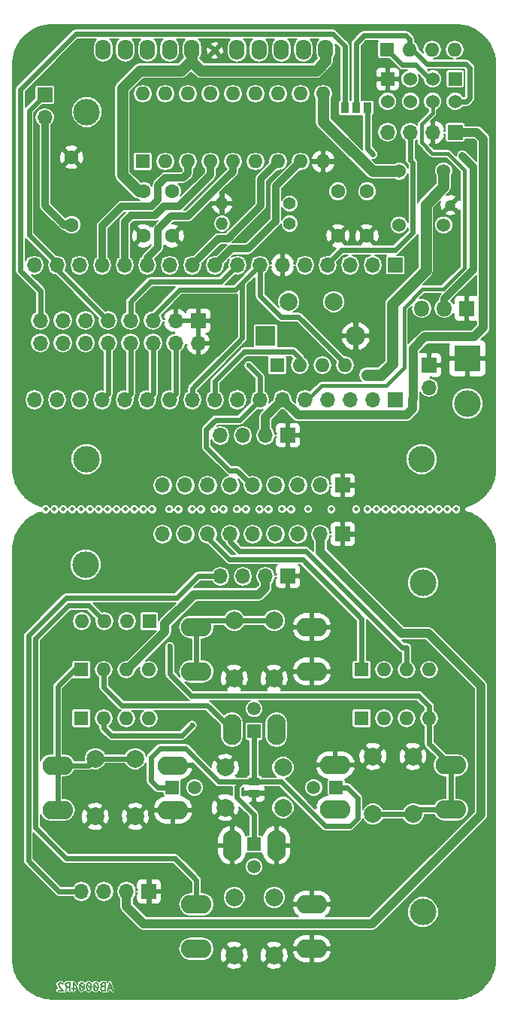
<source format=gbl>
G04 #@! TF.FileFunction,Copper,L2,Bot,Signal*
%FSLAX45Y45*%
G04 Gerber Fmt 4.5, Leading zero omitted, Abs format (unit mm)*
G04 Created by KiCad (PCBNEW 4.0.6-e0-6349~53~ubuntu16.04.1) date Mon Apr 24 10:06:38 2017*
%MOMM*%
%LPD*%
G01*
G04 APERTURE LIST*
%ADD10C,0.020000*%
%ADD11C,0.002540*%
%ADD12C,0.800000*%
%ADD13C,1.200000*%
%ADD14R,1.600000X1.600000*%
%ADD15O,1.600000X1.600000*%
%ADD16C,0.500000*%
%ADD17R,1.524000X1.524000*%
%ADD18C,1.524000*%
%ADD19R,1.500000X1.500000*%
%ADD20C,1.500000*%
%ADD21C,1.600200*%
%ADD22R,2.200000X2.200000*%
%ADD23O,2.200000X2.200000*%
%ADD24C,2.000000*%
%ADD25R,1.700000X1.700000*%
%ADD26O,1.700000X1.700000*%
%ADD27C,1.400000*%
%ADD28O,1.400000X1.400000*%
%ADD29R,3.000000X3.000000*%
%ADD30C,3.000000*%
%ADD31C,1.600000*%
%ADD32R,1.800000X1.800000*%
%ADD33O,1.800000X1.800000*%
%ADD34R,0.970000X1.270000*%
%ADD35R,1.270000X0.970000*%
%ADD36O,1.724000X2.310000*%
%ADD37O,3.433200X2.114400*%
%ADD38O,2.114400X3.433200*%
%ADD39C,0.600000*%
%ADD40C,0.812800*%
%ADD41C,0.609600*%
%ADD42C,0.406400*%
%ADD43C,1.016000*%
%ADD44C,1.270000*%
%ADD45C,0.150000*%
G04 APERTURE END LIST*
D10*
D11*
G36*
X10911289Y-14385422D02*
X10888527Y-14347698D01*
X10875635Y-14309974D01*
X10861627Y-14347698D01*
X10888527Y-14347698D01*
X10911289Y-14385422D01*
X10900306Y-14385422D01*
X10890597Y-14356293D01*
X10859240Y-14356293D01*
X10848257Y-14385263D01*
X10836637Y-14385263D01*
X10874998Y-14284347D01*
X10876271Y-14284347D01*
X10911289Y-14385422D01*
X10911289Y-14385422D01*
G37*
X10911289Y-14385422D02*
X10888527Y-14347698D01*
X10875635Y-14309974D01*
X10861627Y-14347698D01*
X10888527Y-14347698D01*
X10911289Y-14385422D01*
X10900306Y-14385422D01*
X10890597Y-14356293D01*
X10859240Y-14356293D01*
X10848257Y-14385263D01*
X10836637Y-14385263D01*
X10874998Y-14284347D01*
X10876271Y-14284347D01*
X10911289Y-14385422D01*
D10*
X10911289Y-14385422D02*
X10888527Y-14347698D01*
X10888527Y-14347698D02*
X10875635Y-14309974D01*
X10875635Y-14309974D02*
X10861627Y-14347698D01*
X10861627Y-14347698D02*
X10888527Y-14347698D01*
X10888527Y-14347698D02*
X10911289Y-14385422D01*
X10911289Y-14385422D02*
X10900306Y-14385422D01*
X10900306Y-14385422D02*
X10890597Y-14356293D01*
X10890597Y-14356293D02*
X10859240Y-14356293D01*
X10859240Y-14356293D02*
X10848257Y-14385263D01*
X10848257Y-14385263D02*
X10836637Y-14385263D01*
X10836637Y-14385263D02*
X10874998Y-14284347D01*
X10874998Y-14284347D02*
X10876271Y-14284347D01*
X10876271Y-14284347D02*
X10911289Y-14385422D01*
D11*
G36*
X10826291Y-14286098D02*
X10815308Y-14295648D01*
X10799709Y-14295648D01*
X10786497Y-14297400D01*
X10776469Y-14311407D01*
X10786020Y-14325256D01*
X10799868Y-14327166D01*
X10815308Y-14327166D01*
X10815308Y-14295649D01*
X10815308Y-14295648D01*
X10826291Y-14286098D01*
X10815308Y-14336557D01*
X10799072Y-14336557D01*
X10784269Y-14339103D01*
X10772968Y-14356772D01*
X10783632Y-14373644D01*
X10796366Y-14375554D01*
X10815308Y-14375554D01*
X10815308Y-14336557D01*
X10826291Y-14286098D01*
X10826291Y-14385263D01*
X10798276Y-14385263D01*
X10777902Y-14382398D01*
X10765626Y-14372231D01*
X10761348Y-14357885D01*
X10766461Y-14342087D01*
X10779812Y-14332258D01*
X10769207Y-14323504D01*
X10765168Y-14310451D01*
X10768889Y-14297857D01*
X10779653Y-14288963D01*
X10798117Y-14286098D01*
X10826291Y-14286098D01*
X10826291Y-14286098D01*
G37*
X10826291Y-14286098D02*
X10815308Y-14295648D01*
X10799709Y-14295648D01*
X10786497Y-14297400D01*
X10776469Y-14311407D01*
X10786020Y-14325256D01*
X10799868Y-14327166D01*
X10815308Y-14327166D01*
X10815308Y-14295649D01*
X10815308Y-14295648D01*
X10826291Y-14286098D01*
X10815308Y-14336557D01*
X10799072Y-14336557D01*
X10784269Y-14339103D01*
X10772968Y-14356772D01*
X10783632Y-14373644D01*
X10796366Y-14375554D01*
X10815308Y-14375554D01*
X10815308Y-14336557D01*
X10826291Y-14286098D01*
X10826291Y-14385263D01*
X10798276Y-14385263D01*
X10777902Y-14382398D01*
X10765626Y-14372231D01*
X10761348Y-14357885D01*
X10766461Y-14342087D01*
X10779812Y-14332258D01*
X10769207Y-14323504D01*
X10765168Y-14310451D01*
X10768889Y-14297857D01*
X10779653Y-14288963D01*
X10798117Y-14286098D01*
X10826291Y-14286098D01*
D10*
X10826291Y-14286098D02*
X10815308Y-14295648D01*
X10815308Y-14295648D02*
X10799709Y-14295648D01*
X10799709Y-14295648D02*
X10786497Y-14297400D01*
X10786497Y-14297400D02*
X10776469Y-14311407D01*
X10776469Y-14311407D02*
X10786020Y-14325256D01*
X10786020Y-14325256D02*
X10799868Y-14327166D01*
X10799868Y-14327166D02*
X10815308Y-14327166D01*
X10815308Y-14327166D02*
X10815308Y-14295649D01*
X10815308Y-14295649D02*
X10815308Y-14295648D01*
X10815308Y-14295648D02*
X10826291Y-14286098D01*
X10826291Y-14286098D02*
X10815308Y-14336557D01*
X10815308Y-14336557D02*
X10799072Y-14336557D01*
X10799072Y-14336557D02*
X10784269Y-14339103D01*
X10784269Y-14339103D02*
X10772968Y-14356772D01*
X10772968Y-14356772D02*
X10783632Y-14373644D01*
X10783632Y-14373644D02*
X10796366Y-14375554D01*
X10796366Y-14375554D02*
X10815308Y-14375554D01*
X10815308Y-14375554D02*
X10815308Y-14336557D01*
X10815308Y-14336557D02*
X10826291Y-14286098D01*
X10826291Y-14286098D02*
X10826291Y-14385263D01*
X10826291Y-14385263D02*
X10798276Y-14385263D01*
X10798276Y-14385263D02*
X10777902Y-14382398D01*
X10777902Y-14382398D02*
X10765626Y-14372231D01*
X10765626Y-14372231D02*
X10761348Y-14357885D01*
X10761348Y-14357885D02*
X10766461Y-14342087D01*
X10766461Y-14342087D02*
X10779812Y-14332258D01*
X10779812Y-14332258D02*
X10769207Y-14323504D01*
X10769207Y-14323504D02*
X10765168Y-14310451D01*
X10765168Y-14310451D02*
X10768889Y-14297857D01*
X10768889Y-14297857D02*
X10779653Y-14288963D01*
X10779653Y-14288963D02*
X10798117Y-14286098D01*
X10798117Y-14286098D02*
X10826291Y-14286098D01*
D11*
G36*
X10714392Y-14285461D02*
X10724507Y-14299746D01*
X10714550Y-14295171D01*
X10698951Y-14308223D01*
X10698952Y-14308223D01*
X10733811Y-14353428D01*
X10736038Y-14334646D01*
X10732660Y-14313092D01*
X10724507Y-14299746D01*
X10714392Y-14285461D01*
X10729690Y-14291669D01*
X10741593Y-14309231D01*
X10746386Y-14336556D01*
X10730149Y-14363456D01*
X10695290Y-14318728D01*
X10695290Y-14318728D01*
X10693221Y-14338784D01*
X10700284Y-14368271D01*
X10713914Y-14376986D01*
X10730149Y-14363456D01*
X10746386Y-14336556D01*
X10741552Y-14363969D01*
X10729572Y-14381195D01*
X10714233Y-14387173D01*
X10699736Y-14381861D01*
X10687822Y-14365478D01*
X10682875Y-14337352D01*
X10687651Y-14308901D01*
X10699430Y-14291416D01*
X10714392Y-14285461D01*
X10714392Y-14285461D01*
G37*
X10714392Y-14285461D02*
X10724507Y-14299746D01*
X10714550Y-14295171D01*
X10698951Y-14308223D01*
X10698952Y-14308223D01*
X10733811Y-14353428D01*
X10736038Y-14334646D01*
X10732660Y-14313092D01*
X10724507Y-14299746D01*
X10714392Y-14285461D01*
X10729690Y-14291669D01*
X10741593Y-14309231D01*
X10746386Y-14336556D01*
X10730149Y-14363456D01*
X10695290Y-14318728D01*
X10695290Y-14318728D01*
X10693221Y-14338784D01*
X10700284Y-14368271D01*
X10713914Y-14376986D01*
X10730149Y-14363456D01*
X10746386Y-14336556D01*
X10741552Y-14363969D01*
X10729572Y-14381195D01*
X10714233Y-14387173D01*
X10699736Y-14381861D01*
X10687822Y-14365478D01*
X10682875Y-14337352D01*
X10687651Y-14308901D01*
X10699430Y-14291416D01*
X10714392Y-14285461D01*
D10*
X10714392Y-14285461D02*
X10724507Y-14299746D01*
X10724507Y-14299746D02*
X10714550Y-14295171D01*
X10714550Y-14295171D02*
X10698951Y-14308223D01*
X10698951Y-14308223D02*
X10698952Y-14308223D01*
X10698952Y-14308223D02*
X10733811Y-14353428D01*
X10733811Y-14353428D02*
X10736038Y-14334646D01*
X10736038Y-14334646D02*
X10732660Y-14313092D01*
X10732660Y-14313092D02*
X10724507Y-14299746D01*
X10724507Y-14299746D02*
X10714392Y-14285461D01*
X10714392Y-14285461D02*
X10729690Y-14291669D01*
X10729690Y-14291669D02*
X10741593Y-14309231D01*
X10741593Y-14309231D02*
X10746386Y-14336556D01*
X10746386Y-14336556D02*
X10730149Y-14363456D01*
X10730149Y-14363456D02*
X10695290Y-14318728D01*
X10695290Y-14318728D02*
X10695290Y-14318728D01*
X10695290Y-14318728D02*
X10693221Y-14338784D01*
X10693221Y-14338784D02*
X10700284Y-14368271D01*
X10700284Y-14368271D02*
X10713914Y-14376986D01*
X10713914Y-14376986D02*
X10730149Y-14363456D01*
X10730149Y-14363456D02*
X10746386Y-14336556D01*
X10746386Y-14336556D02*
X10741552Y-14363969D01*
X10741552Y-14363969D02*
X10729572Y-14381195D01*
X10729572Y-14381195D02*
X10714233Y-14387173D01*
X10714233Y-14387173D02*
X10699736Y-14381861D01*
X10699736Y-14381861D02*
X10687822Y-14365478D01*
X10687822Y-14365478D02*
X10682875Y-14337352D01*
X10682875Y-14337352D02*
X10687651Y-14308901D01*
X10687651Y-14308901D02*
X10699430Y-14291416D01*
X10699430Y-14291416D02*
X10714392Y-14285461D01*
D11*
G36*
X10634805Y-14285461D02*
X10644920Y-14299746D01*
X10634963Y-14295171D01*
X10619364Y-14308223D01*
X10619365Y-14308223D01*
X10654224Y-14353428D01*
X10656451Y-14334646D01*
X10653073Y-14313092D01*
X10644920Y-14299746D01*
X10634805Y-14285461D01*
X10650104Y-14291669D01*
X10662006Y-14309231D01*
X10666799Y-14336556D01*
X10650563Y-14363456D01*
X10615703Y-14318728D01*
X10615703Y-14318728D01*
X10613634Y-14338784D01*
X10620698Y-14368271D01*
X10634327Y-14376986D01*
X10650563Y-14363456D01*
X10666799Y-14336556D01*
X10661965Y-14363969D01*
X10649986Y-14381195D01*
X10634646Y-14387173D01*
X10620150Y-14381861D01*
X10608235Y-14365478D01*
X10603289Y-14337352D01*
X10608064Y-14308901D01*
X10619843Y-14291416D01*
X10634805Y-14285461D01*
X10634805Y-14285461D01*
G37*
X10634805Y-14285461D02*
X10644920Y-14299746D01*
X10634963Y-14295171D01*
X10619364Y-14308223D01*
X10619365Y-14308223D01*
X10654224Y-14353428D01*
X10656451Y-14334646D01*
X10653073Y-14313092D01*
X10644920Y-14299746D01*
X10634805Y-14285461D01*
X10650104Y-14291669D01*
X10662006Y-14309231D01*
X10666799Y-14336556D01*
X10650563Y-14363456D01*
X10615703Y-14318728D01*
X10615703Y-14318728D01*
X10613634Y-14338784D01*
X10620698Y-14368271D01*
X10634327Y-14376986D01*
X10650563Y-14363456D01*
X10666799Y-14336556D01*
X10661965Y-14363969D01*
X10649986Y-14381195D01*
X10634646Y-14387173D01*
X10620150Y-14381861D01*
X10608235Y-14365478D01*
X10603289Y-14337352D01*
X10608064Y-14308901D01*
X10619843Y-14291416D01*
X10634805Y-14285461D01*
D10*
X10634805Y-14285461D02*
X10644920Y-14299746D01*
X10644920Y-14299746D02*
X10634963Y-14295171D01*
X10634963Y-14295171D02*
X10619364Y-14308223D01*
X10619364Y-14308223D02*
X10619365Y-14308223D01*
X10619365Y-14308223D02*
X10654224Y-14353428D01*
X10654224Y-14353428D02*
X10656451Y-14334646D01*
X10656451Y-14334646D02*
X10653073Y-14313092D01*
X10653073Y-14313092D02*
X10644920Y-14299746D01*
X10644920Y-14299746D02*
X10634805Y-14285461D01*
X10634805Y-14285461D02*
X10650104Y-14291669D01*
X10650104Y-14291669D02*
X10662006Y-14309231D01*
X10662006Y-14309231D02*
X10666799Y-14336556D01*
X10666799Y-14336556D02*
X10650563Y-14363456D01*
X10650563Y-14363456D02*
X10615703Y-14318728D01*
X10615703Y-14318728D02*
X10615703Y-14318728D01*
X10615703Y-14318728D02*
X10613634Y-14338784D01*
X10613634Y-14338784D02*
X10620698Y-14368271D01*
X10620698Y-14368271D02*
X10634327Y-14376986D01*
X10634327Y-14376986D02*
X10650563Y-14363456D01*
X10650563Y-14363456D02*
X10666799Y-14336556D01*
X10666799Y-14336556D02*
X10661965Y-14363969D01*
X10661965Y-14363969D02*
X10649986Y-14381195D01*
X10649986Y-14381195D02*
X10634646Y-14387173D01*
X10634646Y-14387173D02*
X10620150Y-14381861D01*
X10620150Y-14381861D02*
X10608235Y-14365478D01*
X10608235Y-14365478D02*
X10603289Y-14337352D01*
X10603289Y-14337352D02*
X10608064Y-14308901D01*
X10608064Y-14308901D02*
X10619843Y-14291416D01*
X10619843Y-14291416D02*
X10634805Y-14285461D01*
D11*
G36*
X10555218Y-14285461D02*
X10565334Y-14299746D01*
X10555376Y-14295171D01*
X10539777Y-14308223D01*
X10539779Y-14308223D01*
X10574638Y-14353428D01*
X10576865Y-14334646D01*
X10573487Y-14313092D01*
X10565334Y-14299746D01*
X10555218Y-14285461D01*
X10570517Y-14291669D01*
X10582420Y-14309231D01*
X10587212Y-14336556D01*
X10570976Y-14363456D01*
X10536117Y-14318728D01*
X10536116Y-14318728D01*
X10534048Y-14338784D01*
X10541111Y-14368271D01*
X10554740Y-14376986D01*
X10570976Y-14363456D01*
X10587212Y-14336556D01*
X10582378Y-14363969D01*
X10570399Y-14381195D01*
X10555059Y-14387173D01*
X10540563Y-14381861D01*
X10528648Y-14365478D01*
X10523702Y-14337352D01*
X10528477Y-14308901D01*
X10540256Y-14291416D01*
X10555218Y-14285461D01*
X10555218Y-14285461D01*
G37*
X10555218Y-14285461D02*
X10565334Y-14299746D01*
X10555376Y-14295171D01*
X10539777Y-14308223D01*
X10539779Y-14308223D01*
X10574638Y-14353428D01*
X10576865Y-14334646D01*
X10573487Y-14313092D01*
X10565334Y-14299746D01*
X10555218Y-14285461D01*
X10570517Y-14291669D01*
X10582420Y-14309231D01*
X10587212Y-14336556D01*
X10570976Y-14363456D01*
X10536117Y-14318728D01*
X10536116Y-14318728D01*
X10534048Y-14338784D01*
X10541111Y-14368271D01*
X10554740Y-14376986D01*
X10570976Y-14363456D01*
X10587212Y-14336556D01*
X10582378Y-14363969D01*
X10570399Y-14381195D01*
X10555059Y-14387173D01*
X10540563Y-14381861D01*
X10528648Y-14365478D01*
X10523702Y-14337352D01*
X10528477Y-14308901D01*
X10540256Y-14291416D01*
X10555218Y-14285461D01*
D10*
X10555218Y-14285461D02*
X10565334Y-14299746D01*
X10565334Y-14299746D02*
X10555376Y-14295171D01*
X10555376Y-14295171D02*
X10539777Y-14308223D01*
X10539777Y-14308223D02*
X10539779Y-14308223D01*
X10539779Y-14308223D02*
X10574638Y-14353428D01*
X10574638Y-14353428D02*
X10576865Y-14334646D01*
X10576865Y-14334646D02*
X10573487Y-14313092D01*
X10573487Y-14313092D02*
X10565334Y-14299746D01*
X10565334Y-14299746D02*
X10555218Y-14285461D01*
X10555218Y-14285461D02*
X10570517Y-14291669D01*
X10570517Y-14291669D02*
X10582420Y-14309231D01*
X10582420Y-14309231D02*
X10587212Y-14336556D01*
X10587212Y-14336556D02*
X10570976Y-14363456D01*
X10570976Y-14363456D02*
X10536117Y-14318728D01*
X10536117Y-14318728D02*
X10536116Y-14318728D01*
X10536116Y-14318728D02*
X10534048Y-14338784D01*
X10534048Y-14338784D02*
X10541111Y-14368271D01*
X10541111Y-14368271D02*
X10554740Y-14376986D01*
X10554740Y-14376986D02*
X10570976Y-14363456D01*
X10570976Y-14363456D02*
X10587212Y-14336556D01*
X10587212Y-14336556D02*
X10582378Y-14363969D01*
X10582378Y-14363969D02*
X10570399Y-14381195D01*
X10570399Y-14381195D02*
X10555059Y-14387173D01*
X10555059Y-14387173D02*
X10540563Y-14381861D01*
X10540563Y-14381861D02*
X10528648Y-14365478D01*
X10528648Y-14365478D02*
X10523702Y-14337352D01*
X10523702Y-14337352D02*
X10528477Y-14308901D01*
X10528477Y-14308901D02*
X10540256Y-14291416D01*
X10540256Y-14291416D02*
X10555218Y-14285461D01*
D11*
G36*
X10465763Y-14286098D02*
X10467832Y-14303766D01*
X10467832Y-14348176D01*
X10496960Y-14348176D01*
X10467832Y-14303766D01*
X10465763Y-14286098D01*
X10507944Y-14349608D01*
X10507944Y-14357885D01*
X10467991Y-14357885D01*
X10467991Y-14385263D01*
X10456531Y-14385263D01*
X10456531Y-14358044D01*
X10443638Y-14358044D01*
X10443638Y-14348176D01*
X10456531Y-14348176D01*
X10456531Y-14286098D01*
X10465763Y-14286098D01*
X10465763Y-14286098D01*
G37*
X10465763Y-14286098D02*
X10467832Y-14303766D01*
X10467832Y-14348176D01*
X10496960Y-14348176D01*
X10467832Y-14303766D01*
X10465763Y-14286098D01*
X10507944Y-14349608D01*
X10507944Y-14357885D01*
X10467991Y-14357885D01*
X10467991Y-14385263D01*
X10456531Y-14385263D01*
X10456531Y-14358044D01*
X10443638Y-14358044D01*
X10443638Y-14348176D01*
X10456531Y-14348176D01*
X10456531Y-14286098D01*
X10465763Y-14286098D01*
D10*
X10465763Y-14286098D02*
X10467832Y-14303766D01*
X10467832Y-14303766D02*
X10467832Y-14348176D01*
X10467832Y-14348176D02*
X10496960Y-14348176D01*
X10496960Y-14348176D02*
X10467832Y-14303766D01*
X10467832Y-14303766D02*
X10465763Y-14286098D01*
X10465763Y-14286098D02*
X10507944Y-14349608D01*
X10507944Y-14349608D02*
X10507944Y-14357885D01*
X10507944Y-14357885D02*
X10467991Y-14357885D01*
X10467991Y-14357885D02*
X10467991Y-14385263D01*
X10467991Y-14385263D02*
X10456531Y-14385263D01*
X10456531Y-14385263D02*
X10456531Y-14358044D01*
X10456531Y-14358044D02*
X10443638Y-14358044D01*
X10443638Y-14358044D02*
X10443638Y-14348176D01*
X10443638Y-14348176D02*
X10456531Y-14348176D01*
X10456531Y-14348176D02*
X10456531Y-14286098D01*
X10456531Y-14286098D02*
X10465763Y-14286098D01*
D11*
G36*
X10427084Y-14286098D02*
X10397955Y-14296603D01*
X10385699Y-14298672D01*
X10376308Y-14314589D01*
X10385062Y-14329711D01*
X10396682Y-14331779D01*
X10415942Y-14331779D01*
X10415942Y-14296602D01*
X10415942Y-14296603D01*
X10397955Y-14296603D01*
X10427084Y-14286098D01*
X10427084Y-14385263D01*
X10415942Y-14385263D01*
X10415942Y-14341490D01*
X10396682Y-14341490D01*
X10374716Y-14385263D01*
X10362141Y-14385263D01*
X10385062Y-14341172D01*
X10370478Y-14330945D01*
X10364847Y-14313317D01*
X10368468Y-14299409D01*
X10379014Y-14289441D01*
X10397955Y-14286098D01*
X10427084Y-14286098D01*
X10427084Y-14286098D01*
G37*
X10427084Y-14286098D02*
X10397955Y-14296603D01*
X10385699Y-14298672D01*
X10376308Y-14314589D01*
X10385062Y-14329711D01*
X10396682Y-14331779D01*
X10415942Y-14331779D01*
X10415942Y-14296602D01*
X10415942Y-14296603D01*
X10397955Y-14296603D01*
X10427084Y-14286098D01*
X10427084Y-14385263D01*
X10415942Y-14385263D01*
X10415942Y-14341490D01*
X10396682Y-14341490D01*
X10374716Y-14385263D01*
X10362141Y-14385263D01*
X10385062Y-14341172D01*
X10370478Y-14330945D01*
X10364847Y-14313317D01*
X10368468Y-14299409D01*
X10379014Y-14289441D01*
X10397955Y-14286098D01*
X10427084Y-14286098D01*
D10*
X10427084Y-14286098D02*
X10397955Y-14296603D01*
X10397955Y-14296603D02*
X10385699Y-14298672D01*
X10385699Y-14298672D02*
X10376308Y-14314589D01*
X10376308Y-14314589D02*
X10385062Y-14329711D01*
X10385062Y-14329711D02*
X10396682Y-14331779D01*
X10396682Y-14331779D02*
X10415942Y-14331779D01*
X10415942Y-14331779D02*
X10415942Y-14296602D01*
X10415942Y-14296602D02*
X10415942Y-14296603D01*
X10415942Y-14296603D02*
X10397955Y-14296603D01*
X10397955Y-14296603D02*
X10427084Y-14286098D01*
X10427084Y-14286098D02*
X10427084Y-14385263D01*
X10427084Y-14385263D02*
X10415942Y-14385263D01*
X10415942Y-14385263D02*
X10415942Y-14341490D01*
X10415942Y-14341490D02*
X10396682Y-14341490D01*
X10396682Y-14341490D02*
X10374716Y-14385263D01*
X10374716Y-14385263D02*
X10362141Y-14385263D01*
X10362141Y-14385263D02*
X10385062Y-14341172D01*
X10385062Y-14341172D02*
X10370478Y-14330945D01*
X10370478Y-14330945D02*
X10364847Y-14313317D01*
X10364847Y-14313317D02*
X10368468Y-14299409D01*
X10368468Y-14299409D02*
X10379014Y-14289441D01*
X10379014Y-14289441D02*
X10397955Y-14286098D01*
X10397955Y-14286098D02*
X10427084Y-14286098D01*
D11*
G36*
X10344155Y-14301538D02*
X10336037Y-14308064D01*
X10334605Y-14304403D01*
X10317733Y-14295330D01*
X10304183Y-14300722D01*
X10298632Y-14314113D01*
X10304621Y-14329891D01*
X10315982Y-14341490D01*
X10331521Y-14357547D01*
X10344792Y-14378259D01*
X10344792Y-14385263D01*
X10286535Y-14385263D01*
X10286535Y-14374280D01*
X10288762Y-14374917D01*
X10290355Y-14375553D01*
X10332058Y-14375553D01*
X10318111Y-14357248D01*
X10304999Y-14344674D01*
X10293638Y-14331801D01*
X10287649Y-14313317D01*
X10295946Y-14293599D01*
X10316300Y-14285461D01*
X10332257Y-14289739D01*
X10344155Y-14301538D01*
X10344155Y-14301538D01*
X10344155Y-14301538D01*
G37*
X10344155Y-14301538D02*
X10336037Y-14308064D01*
X10334605Y-14304403D01*
X10317733Y-14295330D01*
X10304183Y-14300722D01*
X10298632Y-14314113D01*
X10304621Y-14329891D01*
X10315982Y-14341490D01*
X10331521Y-14357547D01*
X10344792Y-14378259D01*
X10344792Y-14385263D01*
X10286535Y-14385263D01*
X10286535Y-14374280D01*
X10288762Y-14374917D01*
X10290355Y-14375553D01*
X10332058Y-14375553D01*
X10318111Y-14357248D01*
X10304999Y-14344674D01*
X10293638Y-14331801D01*
X10287649Y-14313317D01*
X10295946Y-14293599D01*
X10316300Y-14285461D01*
X10332257Y-14289739D01*
X10344155Y-14301538D01*
X10344155Y-14301538D01*
D10*
X10344155Y-14301538D02*
X10336037Y-14308064D01*
X10336037Y-14308064D02*
X10334605Y-14304403D01*
X10334605Y-14304403D02*
X10317733Y-14295330D01*
X10317733Y-14295330D02*
X10304183Y-14300722D01*
X10304183Y-14300722D02*
X10298632Y-14314113D01*
X10298632Y-14314113D02*
X10304621Y-14329891D01*
X10304621Y-14329891D02*
X10315982Y-14341490D01*
X10315982Y-14341490D02*
X10331521Y-14357547D01*
X10331521Y-14357547D02*
X10344792Y-14378259D01*
X10344792Y-14378259D02*
X10344792Y-14385263D01*
X10344792Y-14385263D02*
X10286535Y-14385263D01*
X10286535Y-14385263D02*
X10286535Y-14374280D01*
X10286535Y-14374280D02*
X10288762Y-14374917D01*
X10288762Y-14374917D02*
X10290355Y-14375553D01*
X10290355Y-14375553D02*
X10332058Y-14375553D01*
X10332058Y-14375553D02*
X10318111Y-14357248D01*
X10318111Y-14357248D02*
X10304999Y-14344674D01*
X10304999Y-14344674D02*
X10293638Y-14331801D01*
X10293638Y-14331801D02*
X10287649Y-14313317D01*
X10287649Y-14313317D02*
X10295946Y-14293599D01*
X10295946Y-14293599D02*
X10316300Y-14285461D01*
X10316300Y-14285461D02*
X10332257Y-14289739D01*
X10332257Y-14289739D02*
X10344155Y-14301538D01*
X10344155Y-14301538D02*
X10344155Y-14301538D01*
D12*
X12057888Y-3811524D03*
D13*
X14711680Y-5551424D03*
D14*
X11244580Y-5059680D03*
D15*
X13276580Y-4297680D03*
X11498580Y-5059680D03*
X13022580Y-4297680D03*
X11752580Y-5059680D03*
X12768580Y-4297680D03*
X12006580Y-5059680D03*
X12514580Y-4297680D03*
X12260580Y-5059680D03*
X12260580Y-4297680D03*
X12514580Y-5059680D03*
X12006580Y-4297680D03*
X12768580Y-5059680D03*
X11752580Y-4297680D03*
X13022580Y-5059680D03*
X11498580Y-4297680D03*
X13276580Y-5059680D03*
X11244580Y-4297680D03*
D16*
X14778154Y-8969756D03*
X14678154Y-8969756D03*
X14578154Y-8969756D03*
X14478154Y-8969756D03*
X14378154Y-8969756D03*
X14278154Y-8969756D03*
X14178154Y-8969756D03*
X14078154Y-8969756D03*
X13978154Y-8969756D03*
X13878154Y-8969756D03*
X13778154Y-8969756D03*
X11350000Y-8969756D03*
X11250000Y-8969756D03*
X13648944Y-8970264D03*
X13369798Y-8970264D03*
X12916154Y-8969756D03*
X12662154Y-8969756D03*
X12408154Y-8969756D03*
X12154154Y-8969756D03*
X11900154Y-8969756D03*
X13106908Y-8967978D03*
X12815316Y-8967216D03*
X12560808Y-8970264D03*
X12307824Y-8969502D03*
X12052808Y-8969248D03*
X11800840Y-8969756D03*
X11545062Y-8969502D03*
X11646154Y-8969756D03*
X11150000Y-8969756D03*
X11050000Y-8969756D03*
X10950000Y-8969756D03*
X10850000Y-8969756D03*
X10750000Y-8969756D03*
X10650000Y-8969756D03*
X10550000Y-8969756D03*
X10450000Y-8969756D03*
X10350000Y-8969756D03*
X10250000Y-8969756D03*
D17*
X14003020Y-4130040D03*
D18*
X14257020Y-4130040D03*
X14511020Y-4130040D03*
D17*
X14765020Y-4130040D03*
D18*
X14765020Y-4384040D03*
X14511020Y-4384040D03*
X14262100Y-4384040D03*
X14003020Y-4384040D03*
D19*
X13425600Y-12099544D03*
D20*
X13171600Y-12099544D03*
D19*
X11574400Y-12099544D03*
D20*
X11828400Y-12099544D03*
D21*
X10444480Y-5772404D03*
X10444480Y-5012436D03*
D22*
X12629388Y-7022592D03*
D23*
X13645388Y-7022592D03*
D24*
X13397484Y-6636004D03*
X12889484Y-6635004D03*
D25*
X10142220Y-4310380D03*
D26*
X10142220Y-4564380D03*
D19*
X12500000Y-11468100D03*
D20*
X12500000Y-11214100D03*
D19*
X12500000Y-12735560D03*
D20*
X12500000Y-12989560D03*
D27*
X12900660Y-5758180D03*
D28*
X12138660Y-5758180D03*
D27*
X12900660Y-5532120D03*
D28*
X12138660Y-5532120D03*
D25*
X11869420Y-6847840D03*
D26*
X11869420Y-7101840D03*
X11615420Y-6847840D03*
X11615420Y-7101840D03*
X11361420Y-6847840D03*
X11361420Y-7101840D03*
X11107420Y-6847840D03*
X11107420Y-7101840D03*
X10853420Y-6847840D03*
X10853420Y-7101840D03*
X10599420Y-6847840D03*
X10599420Y-7101840D03*
X10345420Y-6847840D03*
X10345420Y-7101840D03*
X10091420Y-6847840D03*
X10091420Y-7101840D03*
D25*
X11316716Y-13267980D03*
D26*
X11062716Y-13267980D03*
X10808716Y-13267980D03*
X10554716Y-13267980D03*
D25*
X14765528Y-4732020D03*
D26*
X14511528Y-4732020D03*
X14257528Y-4732020D03*
X14003528Y-4732020D03*
D25*
X12881000Y-9723120D03*
D26*
X12627000Y-9723120D03*
X12373000Y-9723120D03*
X12119000Y-9723120D03*
D25*
X12881000Y-8139176D03*
D26*
X12627000Y-8139176D03*
X12373000Y-8139176D03*
X12119000Y-8139176D03*
D29*
X14903196Y-7273290D03*
D30*
X14903196Y-7781290D03*
D31*
X11257026Y-5395214D03*
X11257026Y-5895214D03*
X11578336Y-5895340D03*
X11578336Y-5395340D03*
D14*
X11318748Y-10229088D03*
D15*
X11064748Y-10229088D03*
X10810748Y-10229088D03*
X10556748Y-10229088D03*
D14*
X13711428Y-11320272D03*
D15*
X13965428Y-11320272D03*
X14219428Y-11320272D03*
X14473428Y-11320272D03*
D14*
X10552176Y-10774680D03*
D15*
X10806176Y-10774680D03*
X11060176Y-10774680D03*
X11314176Y-10774680D03*
D14*
X10552176Y-11320272D03*
D15*
X10806176Y-11320272D03*
X11060176Y-11320272D03*
X11314176Y-11320272D03*
D14*
X13711428Y-10774680D03*
D15*
X13965428Y-10774680D03*
X14219428Y-10774680D03*
X14473428Y-10774680D03*
D30*
X14400306Y-13500608D03*
X10599660Y-9592310D03*
X14402540Y-9795764D03*
X10610850Y-8404860D03*
X14385798Y-8405622D03*
X10614660Y-4501896D03*
D16*
X10150094Y-8969756D03*
D14*
X13997940Y-3799840D03*
D15*
X14251940Y-3799840D03*
X14505940Y-3799840D03*
X14759940Y-3799840D03*
D31*
X13771880Y-5895340D03*
X13771880Y-5395340D03*
X13444220Y-5394960D03*
X13444220Y-5894960D03*
D25*
X14089380Y-7739380D03*
D26*
X13835380Y-7739380D03*
X13581380Y-7739380D03*
X13327380Y-7739380D03*
X13073380Y-7739380D03*
X12819380Y-7739380D03*
X12565380Y-7739380D03*
X12311380Y-7739380D03*
X12057380Y-7739380D03*
X11803380Y-7739380D03*
X11549380Y-7739380D03*
X11295380Y-7739380D03*
X11041380Y-7739380D03*
X10787380Y-7739380D03*
X10533380Y-7739380D03*
X10279380Y-7739380D03*
X10025380Y-7739380D03*
D25*
X14089380Y-6225032D03*
D26*
X13835380Y-6225032D03*
X13581380Y-6225032D03*
X13327380Y-6225032D03*
X13073380Y-6225032D03*
X12819380Y-6225032D03*
X12565380Y-6225032D03*
X12311380Y-6225032D03*
X12057380Y-6225032D03*
X11803380Y-6225032D03*
X11549380Y-6225032D03*
X11295380Y-6225032D03*
X11041380Y-6225032D03*
X10787380Y-6225032D03*
X10533380Y-6225032D03*
X10279380Y-6225032D03*
X10025380Y-6225032D03*
D32*
X14897608Y-6711188D03*
D33*
X14643608Y-6711188D03*
X14389608Y-6711188D03*
D34*
X13774420Y-4457700D03*
X13647420Y-4457700D03*
X13520420Y-4457700D03*
D25*
X13500000Y-8700000D03*
D26*
X13246000Y-8700000D03*
X12992000Y-8700000D03*
X12738000Y-8700000D03*
X12484000Y-8700000D03*
X12230000Y-8700000D03*
X11976000Y-8700000D03*
X11722000Y-8700000D03*
X11468000Y-8700000D03*
D25*
X13500000Y-9250000D03*
D26*
X13246000Y-9250000D03*
X12992000Y-9250000D03*
X12738000Y-9250000D03*
X12484000Y-9250000D03*
X12230000Y-9250000D03*
X11976000Y-9250000D03*
X11722000Y-9250000D03*
X11468000Y-9250000D03*
D14*
X12758928Y-7350252D03*
D15*
X13012928Y-7350252D03*
X13266928Y-7350252D03*
X13520928Y-7350252D03*
D25*
X14470380Y-7349490D03*
D26*
X14470380Y-7603490D03*
D35*
X12500000Y-12035544D03*
X12500000Y-12163544D03*
D36*
X11297920Y-3799840D03*
X11547920Y-3799840D03*
X11797920Y-3799840D03*
X10797920Y-3799840D03*
X11047920Y-3799840D03*
X12806680Y-3799840D03*
X13056680Y-3799840D03*
X13306680Y-3799840D03*
X12306680Y-3799840D03*
X12556680Y-3799840D03*
D18*
X14635480Y-5773140D03*
X14132560Y-5773140D03*
X14132560Y-5168620D03*
X14635480Y-5168620D03*
D37*
X11850356Y-10294556D03*
X11850356Y-10794556D03*
X13150356Y-10794556D03*
X13150356Y-10294556D03*
X14714996Y-12348020D03*
X14714996Y-11848020D03*
X13414996Y-11848020D03*
X13414996Y-12348020D03*
X11850356Y-13412660D03*
X11850356Y-13912660D03*
X13150356Y-13912660D03*
X13150356Y-13412660D03*
D38*
X12750000Y-11449544D03*
X12250000Y-11449544D03*
X12250000Y-12749544D03*
X12750000Y-12749544D03*
D37*
X10285716Y-11850814D03*
X10285716Y-12350814D03*
X11585716Y-12350814D03*
X11585716Y-11850814D03*
D24*
X12175000Y-12324544D03*
X12175000Y-11874544D03*
X12825000Y-12324544D03*
X12825000Y-11874544D03*
X12725000Y-13985120D03*
X12275000Y-13985120D03*
X12725000Y-13335120D03*
X12275000Y-13335120D03*
X13839600Y-11749540D03*
X14289600Y-11749540D03*
X13839600Y-12399540D03*
X14289600Y-12399540D03*
X11160400Y-12424544D03*
X10710400Y-12424544D03*
X11160400Y-11774544D03*
X10710400Y-11774544D03*
X12725000Y-10871080D03*
X12275000Y-10871080D03*
X12725000Y-10221080D03*
X12275000Y-10221080D03*
D39*
X11801856Y-11399520D03*
X12438888Y-7353808D03*
X11550396Y-10511028D03*
X12390120Y-7202424D03*
X13765530Y-7459980D03*
X14843760Y-4994910D03*
X13838682Y-4981702D03*
D40*
X13444220Y-5895340D02*
X13459460Y-5895340D01*
X10787380Y-6050280D02*
X10787380Y-5787644D01*
X11012424Y-5562600D02*
X11344656Y-5562600D01*
X10787380Y-5787644D02*
X11012424Y-5562600D01*
X10787380Y-6225032D02*
X10787380Y-6050280D01*
X11752580Y-5192776D02*
X11752580Y-5059680D01*
X11705844Y-5239512D02*
X11752580Y-5192776D01*
X11502136Y-5239512D02*
X11705844Y-5239512D01*
X11416284Y-5325364D02*
X11502136Y-5239512D01*
X11416284Y-5490972D02*
X11416284Y-5325364D01*
X11344656Y-5562600D02*
X11416284Y-5490972D01*
X11041380Y-5902960D02*
X11041380Y-5739572D01*
X11482832Y-5567680D02*
X11649456Y-5567680D01*
X11383264Y-5667248D02*
X11482832Y-5567680D01*
X11113704Y-5667248D02*
X11383264Y-5667248D01*
X11041380Y-5739572D02*
X11113704Y-5667248D01*
X11041380Y-6225032D02*
X11041380Y-5902960D01*
X12006580Y-5210556D02*
X12006580Y-5059680D01*
X11649456Y-5567680D02*
X12006580Y-5210556D01*
X11295380Y-6225032D02*
X11295380Y-6145276D01*
X11295380Y-6145276D02*
X11417808Y-6022848D01*
X12260580Y-5169916D02*
X12260580Y-5059680D01*
X11757152Y-5673344D02*
X12260580Y-5169916D01*
X11564112Y-5673344D02*
X11757152Y-5673344D01*
X11417808Y-5819648D02*
X11564112Y-5673344D01*
X11417808Y-6022848D02*
X11417808Y-5819648D01*
X11803380Y-6225032D02*
X11803380Y-6217920D01*
X11803380Y-6217920D02*
X12096750Y-5924550D01*
X12096750Y-5924550D02*
X12207240Y-5924550D01*
X12207240Y-5924550D02*
X12573000Y-5558790D01*
X12573000Y-5558790D02*
X12573000Y-5255260D01*
X12573000Y-5255260D02*
X12768580Y-5059680D01*
X12057380Y-6225032D02*
X12059158Y-6225032D01*
X12059158Y-6225032D02*
X12242292Y-6041898D01*
X12743434Y-5481828D02*
X12744450Y-5481828D01*
X12743434Y-5730494D02*
X12743434Y-5481828D01*
X12432030Y-6041898D02*
X12743434Y-5730494D01*
X12242292Y-6041898D02*
X12432030Y-6041898D01*
X12744450Y-5337810D02*
X13022580Y-5059680D01*
X12744450Y-5481828D02*
X12744450Y-5337810D01*
X13045440Y-5082540D02*
X13022580Y-5059680D01*
X10444480Y-5772404D02*
X10359644Y-5772404D01*
X10142220Y-5554980D02*
X10142220Y-4564380D01*
X10359644Y-5772404D02*
X10142220Y-5554980D01*
D41*
X12500000Y-12035544D02*
X12805164Y-12035544D01*
X13551154Y-12099544D02*
X13425600Y-12099544D01*
X13666470Y-12214860D02*
X13551154Y-12099544D01*
X13666470Y-12443460D02*
X13666470Y-12214860D01*
X13578840Y-12531090D02*
X13666470Y-12443460D01*
X13300710Y-12531090D02*
X13578840Y-12531090D01*
X12805164Y-12035544D02*
X13300710Y-12531090D01*
X12500000Y-12735560D02*
X12500000Y-12400940D01*
X12307824Y-12088368D02*
X12360648Y-12035544D01*
X12307824Y-12208764D02*
X12307824Y-12088368D01*
X12500000Y-12400940D02*
X12307824Y-12208764D01*
X11574400Y-12099544D02*
X11413744Y-12099544D01*
X11413744Y-12099544D02*
X11338560Y-12024360D01*
X11338560Y-12024360D02*
X11338560Y-11761470D01*
X11338560Y-11761470D02*
X11437620Y-11662410D01*
X11437620Y-11662410D02*
X11727180Y-11662410D01*
X11727180Y-11662410D02*
X12100314Y-12035544D01*
X12100314Y-12035544D02*
X12360648Y-12035544D01*
X12360648Y-12035544D02*
X12500000Y-12035544D01*
X12500000Y-11468100D02*
X12500000Y-12035544D01*
X10806176Y-11429238D02*
X10806176Y-11320272D01*
X10893806Y-11516868D02*
X10806176Y-11429238D01*
X11684508Y-11516868D02*
X10893806Y-11516868D01*
X11801856Y-11399520D02*
X11684508Y-11516868D01*
X12275000Y-10221080D02*
X11923832Y-10221080D01*
X11923832Y-10221080D02*
X11850356Y-10294556D01*
X11850356Y-10294556D02*
X11850356Y-10794556D01*
X12275000Y-10221080D02*
X12725000Y-10221080D01*
X12438888Y-7353808D02*
X12565380Y-7480300D01*
X12565380Y-7480300D02*
X12565380Y-7739380D01*
D42*
X12565380Y-7739380D02*
X12565380Y-7737348D01*
D41*
X12339320Y-7965440D02*
X12565380Y-7739380D01*
X12066016Y-7965440D02*
X12339320Y-7965440D01*
X11960352Y-8071104D02*
X12066016Y-7965440D01*
X11960352Y-8270240D02*
X11960352Y-8071104D01*
X12222480Y-8532368D02*
X11960352Y-8270240D01*
X12301728Y-8532368D02*
X12222480Y-8532368D01*
X12469360Y-8700000D02*
X12301728Y-8532368D01*
X12484000Y-8700000D02*
X12469360Y-8700000D01*
X11550396Y-10823956D02*
X11550396Y-10511028D01*
X11790680Y-11064240D02*
X11550396Y-10823956D01*
X14355572Y-11064240D02*
X11790680Y-11064240D01*
X14714996Y-12348020D02*
X14714996Y-11848020D01*
X13839600Y-12399540D02*
X14289600Y-12399540D01*
X14289600Y-12399540D02*
X14341120Y-12348020D01*
X14341120Y-12348020D02*
X14714996Y-12348020D01*
X14473428Y-11320272D02*
X14473428Y-11182096D01*
X14473428Y-11182096D02*
X14355572Y-11064240D01*
X14473428Y-11320272D02*
X14473428Y-11606452D01*
X14473428Y-11606452D02*
X14714996Y-11848020D01*
X11079480Y-12897104D02*
X11605514Y-12897104D01*
X11850356Y-13141946D02*
X11850356Y-13412660D01*
X11605514Y-12897104D02*
X11850356Y-13141946D01*
X10634472Y-10052812D02*
X10810748Y-10229088D01*
X10410444Y-10052812D02*
X10634472Y-10052812D01*
X10036048Y-10427208D02*
X10410444Y-10052812D01*
X10036048Y-12550648D02*
X10036048Y-10427208D01*
X10382504Y-12897104D02*
X10036048Y-12550648D01*
X11079480Y-12897104D02*
X10382504Y-12897104D01*
X10806176Y-10774680D02*
X10806176Y-10970006D01*
X11975186Y-11174730D02*
X12250000Y-11449544D01*
X11010900Y-11174730D02*
X11975186Y-11174730D01*
X10806176Y-10970006D02*
X11010900Y-11174730D01*
X10285716Y-11850814D02*
X10285716Y-12350814D01*
X11160400Y-11774544D02*
X10710400Y-11774544D01*
X10285716Y-11850814D02*
X10634130Y-11850814D01*
X10634130Y-11850814D02*
X10710400Y-11774544D01*
X10552176Y-10774680D02*
X10473690Y-10774680D01*
X10473690Y-10774680D02*
X10285716Y-10962654D01*
X10285716Y-10962654D02*
X10285716Y-11850814D01*
X10853420Y-7101840D02*
X10853420Y-7673340D01*
X10853420Y-7673340D02*
X10787380Y-7739380D01*
D43*
X11062716Y-13267980D02*
X11062716Y-13437616D01*
X11062716Y-13437616D02*
X11254232Y-13629132D01*
X13830300Y-13629132D02*
X15055596Y-12403836D01*
X11254232Y-13629132D02*
X13830300Y-13629132D01*
X13246000Y-9250000D02*
X13246000Y-9451748D01*
X15055596Y-10957560D02*
X15055596Y-12403836D01*
X14463776Y-10365740D02*
X15055596Y-10957560D01*
X14159992Y-10365740D02*
X14463776Y-10365740D01*
X13246000Y-9451748D02*
X14159992Y-10365740D01*
X11060176Y-10774680D02*
X11068812Y-10774680D01*
X11068812Y-10774680D02*
X11494516Y-10348976D01*
X12627000Y-9853524D02*
X12627000Y-9723120D01*
X12550648Y-9929876D02*
X12627000Y-9853524D01*
X11818620Y-9929876D02*
X12550648Y-9929876D01*
X11494516Y-10253980D02*
X11818620Y-9929876D01*
X11494516Y-10348976D02*
X11494516Y-10253980D01*
X14291310Y-7257034D02*
X14291310Y-7728966D01*
X15008352Y-4732020D02*
X14765528Y-4732020D01*
X15083028Y-4806696D02*
X15008352Y-4732020D01*
X15083028Y-6604000D02*
X15083028Y-4806696D01*
X15083028Y-6927596D02*
X14979904Y-7030720D01*
X14979904Y-7030720D02*
X14563344Y-7030720D01*
X15083028Y-6604000D02*
X15083028Y-6927596D01*
X14291310Y-7162546D02*
X14291310Y-7257034D01*
X14423136Y-7030720D02*
X14291310Y-7162546D01*
X14563344Y-7030720D02*
X14423136Y-7030720D01*
X14291310Y-7728966D02*
X14288262Y-7732014D01*
X14288262Y-7732014D02*
X14288262Y-7837424D01*
X14288262Y-7837424D02*
X14215872Y-7909814D01*
X12627000Y-8139176D02*
X12627000Y-7931760D01*
X12627000Y-7931760D02*
X12819380Y-7739380D01*
X12819380Y-7739380D02*
X12824460Y-7739380D01*
X12824460Y-7739380D02*
X12994894Y-7909814D01*
X12994894Y-7909814D02*
X14215872Y-7909814D01*
X14215872Y-7909814D02*
X14288262Y-7837424D01*
D41*
X12627000Y-7931760D02*
X12819380Y-7739380D01*
D40*
X14805406Y-4771898D02*
X14765528Y-4732020D01*
X14765528Y-4732020D02*
X14790420Y-4732020D01*
X12824460Y-7739380D02*
X12994894Y-7909814D01*
D41*
X11041380Y-7739380D02*
X11107420Y-7673340D01*
X11107420Y-7673340D02*
X11107420Y-7101840D01*
X13045186Y-9532620D02*
X13045186Y-9536176D01*
X13711428Y-10202418D02*
X13711428Y-10774680D01*
X13045186Y-9536176D02*
X13711428Y-10202418D01*
X11976000Y-9250000D02*
X11976000Y-9286140D01*
X11976000Y-9286140D02*
X12222480Y-9532620D01*
X12222480Y-9532620D02*
X13045186Y-9532620D01*
X11361420Y-7101840D02*
X11361420Y-7673340D01*
X11361420Y-7673340D02*
X11295380Y-7739380D01*
D42*
X11976000Y-9250000D02*
X11976000Y-9250018D01*
D41*
X13072110Y-9437370D02*
X13079730Y-9437370D01*
X14169390Y-10527030D02*
X14219428Y-10527030D01*
X13079730Y-9437370D02*
X14169390Y-10527030D01*
X12230000Y-9250000D02*
X12230000Y-9334400D01*
X12230000Y-9334400D02*
X12332970Y-9437370D01*
X12332970Y-9437370D02*
X13072110Y-9437370D01*
X12230000Y-9250000D02*
X12233230Y-9250000D01*
X14219428Y-10527030D02*
X14219428Y-10774680D01*
X11615420Y-7101840D02*
X11615420Y-7673340D01*
X11615420Y-7673340D02*
X11549380Y-7739380D01*
D42*
X12230000Y-9250000D02*
X12201824Y-9250000D01*
D41*
X12388215Y-7200519D02*
X12389358Y-7199376D01*
X12390120Y-7202424D02*
X12388215Y-7200519D01*
X11107420Y-6847840D02*
X11107420Y-6635750D01*
X12124182Y-6412230D02*
X12311380Y-6225032D01*
X11330940Y-6412230D02*
X12124182Y-6412230D01*
X11107420Y-6635750D02*
X11330940Y-6412230D01*
X13012928Y-7350252D02*
X13012928Y-7272020D01*
X13012928Y-7272020D02*
X12940284Y-7199376D01*
X12940284Y-7199376D02*
X12389358Y-7199376D01*
X12057380Y-7531354D02*
X12057380Y-7739380D01*
X12389358Y-7199376D02*
X12057380Y-7531354D01*
X10554716Y-13267980D02*
X10300752Y-13267980D01*
X12119000Y-9723120D02*
X11870944Y-9723120D01*
X11870944Y-9723120D02*
X11629136Y-9964928D01*
X11629136Y-9964928D02*
X10383833Y-9964928D01*
X10383833Y-9964928D02*
X9955088Y-10393673D01*
X9955088Y-10393673D02*
X9955088Y-12922316D01*
X9955088Y-12922316D02*
X10300752Y-13267980D01*
X11803380Y-7739380D02*
X11803380Y-7612380D01*
X12367260Y-7048500D02*
X12367260Y-6423152D01*
X11803380Y-7612380D02*
X12367260Y-7048500D01*
X13520928Y-7350252D02*
X13520928Y-7328154D01*
X13520928Y-7328154D02*
X13001752Y-6808978D01*
X12565380Y-6568440D02*
X12565380Y-6225032D01*
X12805918Y-6808978D02*
X12565380Y-6568440D01*
X13001752Y-6808978D02*
X12805918Y-6808978D01*
X11361420Y-6847840D02*
X11361420Y-6800850D01*
X11361420Y-6800850D02*
X11662410Y-6499860D01*
X11662410Y-6499860D02*
X12290552Y-6499860D01*
X12290552Y-6499860D02*
X12367260Y-6423152D01*
X12367260Y-6423152D02*
X12565380Y-6225032D01*
X10279380Y-6225032D02*
X10279380Y-6273800D01*
X10279380Y-6273800D02*
X10853420Y-6847840D01*
X10279380Y-6198870D02*
X9963150Y-5882640D01*
X9963150Y-5882640D02*
X9963150Y-4489450D01*
X9963150Y-4489450D02*
X10142220Y-4310380D01*
X10279380Y-6225032D02*
X10279380Y-6198870D01*
X13520420Y-4457700D02*
X13520420Y-3763010D01*
X13520420Y-3763010D02*
X13477240Y-3719830D01*
X10091420Y-6847840D02*
X10091420Y-6511544D01*
X13384530Y-3627120D02*
X13477240Y-3719830D01*
X10488930Y-3627120D02*
X13384530Y-3627120D01*
X9867646Y-4248404D02*
X10488930Y-3627120D01*
X9867646Y-6287770D02*
X9867646Y-4248404D01*
X10091420Y-6511544D02*
X9867646Y-6287770D01*
D44*
X14635480Y-5168620D02*
X14635480Y-5341620D01*
X14635480Y-5341620D02*
X14433804Y-5543296D01*
X14433804Y-5543296D02*
X14433804Y-6286500D01*
X14433804Y-6286500D02*
X14058900Y-6661404D01*
X14058900Y-6661404D02*
X14058900Y-7334250D01*
X14058900Y-7334250D02*
X13933170Y-7459980D01*
X13933170Y-7459980D02*
X13765530Y-7459980D01*
X11213084Y-4037076D02*
X11013948Y-4236212D01*
X11678412Y-4037076D02*
X11213084Y-4037076D01*
X11013948Y-4236212D02*
X11013948Y-5208908D01*
X11797920Y-3917568D02*
X11678412Y-4037076D01*
X11898884Y-4037076D02*
X11797920Y-3936112D01*
X13197840Y-4037076D02*
X11898884Y-4037076D01*
X13306680Y-3928236D02*
X13197840Y-4037076D01*
X13276580Y-4297680D02*
X13276580Y-4612640D01*
X13832560Y-5168620D02*
X14132560Y-5168620D01*
X13276580Y-4612640D02*
X13832560Y-5168620D01*
X11797920Y-3799840D02*
X11797920Y-3917568D01*
X11013948Y-5208908D02*
X11200380Y-5395340D01*
X13306680Y-3799840D02*
X13306680Y-3928236D01*
X11797920Y-3936112D02*
X11797920Y-3799840D01*
X11797920Y-3799840D02*
X11797920Y-3868548D01*
D41*
X13327380Y-6225032D02*
X13327380Y-6214364D01*
X13327380Y-6214364D02*
X13484352Y-6057392D01*
X14091920Y-6057392D02*
X14288516Y-5860796D01*
X13484352Y-6057392D02*
X14091920Y-6057392D01*
X14257528Y-4732020D02*
X14257528Y-5042916D01*
X14288516Y-5073904D02*
X14288516Y-5860796D01*
X14257528Y-5042916D02*
X14288516Y-5073904D01*
X14511020Y-4130040D02*
X14478000Y-4130040D01*
X14478000Y-4130040D02*
X14320520Y-3972560D01*
X14320520Y-3972560D02*
X14170660Y-3972560D01*
X14170660Y-3972560D02*
X13997940Y-3799840D01*
D42*
X13621258Y-7577328D02*
X13986764Y-7577328D01*
X14188440Y-6705600D02*
X14397990Y-6496050D01*
X14188440Y-7375652D02*
X14188440Y-6705600D01*
X13986764Y-7577328D02*
X14188440Y-7375652D01*
X14383512Y-4815078D02*
X14383512Y-4847082D01*
X14383512Y-4643628D02*
X14383512Y-4815078D01*
X14511020Y-4516120D02*
X14383512Y-4643628D01*
X14511020Y-4384040D02*
X14511020Y-4516120D01*
X14383512Y-4847082D02*
X14508480Y-4972050D01*
X14508480Y-4972050D02*
X14683740Y-4972050D01*
X14683740Y-4972050D02*
X14866174Y-5154484D01*
X14866174Y-5154484D02*
X14866174Y-6259260D01*
X14866174Y-6259260D02*
X14629384Y-6496050D01*
X14629384Y-6496050D02*
X14397990Y-6496050D01*
X13260324Y-7577328D02*
X13621258Y-7577328D01*
X13098272Y-7739380D02*
X13260324Y-7577328D01*
X13073380Y-7739380D02*
X13098272Y-7739380D01*
D41*
X13073380Y-7739380D02*
X13101066Y-7739380D01*
X13838682Y-4981702D02*
X13838682Y-4976622D01*
X13774420Y-4912360D02*
X13774420Y-4457700D01*
X13838682Y-4976622D02*
X13774420Y-4912360D01*
D40*
X14971588Y-5122738D02*
X14971588Y-5280660D01*
X14843760Y-4994910D02*
X14971588Y-5122738D01*
X14971588Y-5839460D02*
X14971588Y-5280660D01*
X14643608Y-6603304D02*
X14971588Y-6275324D01*
X14971588Y-6275324D02*
X14971588Y-5839460D01*
X14643608Y-6711188D02*
X14643608Y-6603304D01*
D41*
X13647420Y-4457700D02*
X13647420Y-3733800D01*
X13737336Y-3643884D02*
X13748766Y-3643884D01*
X13647420Y-3733800D02*
X13737336Y-3643884D01*
X14251940Y-3683000D02*
X14251940Y-3799840D01*
X14212824Y-3643884D02*
X14251940Y-3683000D01*
X13748766Y-3643884D02*
X14212824Y-3643884D01*
X14765020Y-4384040D02*
X14894560Y-4384040D01*
X14447520Y-3962400D02*
X14284960Y-3799840D01*
X14886940Y-3962400D02*
X14447520Y-3962400D01*
X14930120Y-4005580D02*
X14886940Y-3962400D01*
X14930120Y-4348480D02*
X14930120Y-4005580D01*
X14894560Y-4384040D02*
X14930120Y-4348480D01*
X14284960Y-3799840D02*
X14251940Y-3799840D01*
D42*
X14071854Y-6242558D02*
X14089380Y-6225032D01*
D40*
X13835380Y-6225032D02*
X13835380Y-6210300D01*
D45*
G36*
X14793664Y-3524010D02*
X14816539Y-3525736D01*
X14839062Y-3528576D01*
X14861211Y-3532504D01*
X14882953Y-3537490D01*
X14904275Y-3543507D01*
X14925140Y-3550527D01*
X14945529Y-3558524D01*
X14965410Y-3567469D01*
X14984759Y-3577335D01*
X15003549Y-3588096D01*
X15021750Y-3599723D01*
X15039337Y-3612189D01*
X15056277Y-3625464D01*
X15072548Y-3639525D01*
X15088117Y-3654339D01*
X15102956Y-3669879D01*
X15117040Y-3686119D01*
X15130340Y-3703030D01*
X15142825Y-3720581D01*
X15154473Y-3738750D01*
X15165250Y-3757501D01*
X15175132Y-3776811D01*
X15184090Y-3796653D01*
X15192100Y-3817001D01*
X15199130Y-3837823D01*
X15205156Y-3859097D01*
X15210150Y-3880798D01*
X15214083Y-3902896D01*
X15216928Y-3925372D01*
X15218656Y-3948200D01*
X15219248Y-3971734D01*
X15219248Y-8507808D01*
X15218619Y-8532049D01*
X15216783Y-8555539D01*
X15213763Y-8578651D01*
X15209588Y-8601361D01*
X15204291Y-8623636D01*
X15197901Y-8645454D01*
X15190450Y-8666784D01*
X15181965Y-8687600D01*
X15172478Y-8707875D01*
X15162021Y-8727572D01*
X15150619Y-8746670D01*
X15138305Y-8765136D01*
X15125110Y-8782938D01*
X15111063Y-8800049D01*
X15096197Y-8816434D01*
X15080539Y-8832067D01*
X15064121Y-8846917D01*
X15046977Y-8860950D01*
X15029137Y-8874138D01*
X15010628Y-8886452D01*
X14991485Y-8897860D01*
X14971737Y-8908333D01*
X14951414Y-8917842D01*
X14930549Y-8926355D01*
X14909167Y-8933844D01*
X14886559Y-8940498D01*
X14883810Y-8941938D01*
X14880840Y-8942838D01*
X14878628Y-8944653D01*
X14876092Y-8945981D01*
X14874104Y-8948363D01*
X14871705Y-8950331D01*
X14870355Y-8952854D01*
X14868521Y-8955052D01*
X14867596Y-8958014D01*
X14866132Y-8960750D01*
X14865851Y-8963597D01*
X14864998Y-8966329D01*
X14865276Y-8969420D01*
X14864971Y-8972508D01*
X14865801Y-8975247D01*
X14866058Y-8978097D01*
X14867498Y-8980846D01*
X14868398Y-8983816D01*
X14870213Y-8986028D01*
X14871541Y-8988563D01*
X14873923Y-8990552D01*
X14875891Y-8992951D01*
X14878415Y-8994301D01*
X14880612Y-8996135D01*
X14883574Y-8997060D01*
X14886310Y-8998524D01*
X14908948Y-9005397D01*
X14930362Y-9013096D01*
X14951257Y-9021815D01*
X14971603Y-9031522D01*
X14991373Y-9042190D01*
X15010531Y-9053787D01*
X15029053Y-9066285D01*
X15046905Y-9079655D01*
X15064056Y-9093864D01*
X15080478Y-9108886D01*
X15096137Y-9124685D01*
X15111004Y-9141236D01*
X15125050Y-9158507D01*
X15138242Y-9176467D01*
X15150551Y-9195086D01*
X15161947Y-9214336D01*
X15172401Y-9234185D01*
X15181880Y-9254602D01*
X15190358Y-9275563D01*
X15197803Y-9297035D01*
X15204187Y-9318994D01*
X15209478Y-9341404D01*
X15213648Y-9364250D01*
X15216665Y-9387497D01*
X15218498Y-9411120D01*
X15219126Y-9435486D01*
X15219126Y-14022906D01*
X15218527Y-14046721D01*
X15216778Y-14069822D01*
X15213900Y-14092568D01*
X15209920Y-14114935D01*
X15204867Y-14136895D01*
X15198770Y-14158426D01*
X15191655Y-14179499D01*
X15183551Y-14200089D01*
X15174486Y-14220169D01*
X15164487Y-14239711D01*
X15153581Y-14258688D01*
X15141796Y-14277072D01*
X15129161Y-14294834D01*
X15115704Y-14311945D01*
X15101452Y-14328379D01*
X15086436Y-14344104D01*
X15070681Y-14359095D01*
X15054216Y-14373323D01*
X15037073Y-14386757D01*
X15019278Y-14399371D01*
X15000858Y-14411136D01*
X14981844Y-14422024D01*
X14962263Y-14432008D01*
X14942142Y-14441060D01*
X14921511Y-14449150D01*
X14900393Y-14456255D01*
X14878818Y-14462343D01*
X14856810Y-14467389D01*
X14834399Y-14471362D01*
X14811602Y-14474237D01*
X14788453Y-14475983D01*
X14764588Y-14476582D01*
X10235412Y-14476582D01*
X10211547Y-14475983D01*
X10188397Y-14474237D01*
X10165601Y-14471363D01*
X10143186Y-14467388D01*
X10121176Y-14462343D01*
X10099600Y-14456254D01*
X10078482Y-14449151D01*
X10057846Y-14441059D01*
X10037723Y-14432007D01*
X10018139Y-14422023D01*
X9999124Y-14411135D01*
X9980702Y-14399370D01*
X9962905Y-14386757D01*
X9946981Y-14374280D01*
X10263908Y-14374280D01*
X10263908Y-14385263D01*
X10265630Y-14393922D01*
X10270535Y-14401263D01*
X10277876Y-14406167D01*
X10286535Y-14407890D01*
X10344792Y-14407890D01*
X10353451Y-14406167D01*
X10353467Y-14406157D01*
X10353482Y-14406167D01*
X10356868Y-14406841D01*
X10360182Y-14407805D01*
X10361168Y-14407696D01*
X10362141Y-14407890D01*
X10374716Y-14407890D01*
X10378257Y-14407185D01*
X10381840Y-14406739D01*
X10382561Y-14406329D01*
X10383375Y-14406167D01*
X10386377Y-14404161D01*
X10389516Y-14402378D01*
X10390026Y-14401724D01*
X10390716Y-14401263D01*
X10392722Y-14398260D01*
X10394939Y-14395411D01*
X10395408Y-14394477D01*
X10399942Y-14401263D01*
X10407283Y-14406167D01*
X10415942Y-14407890D01*
X10427084Y-14407890D01*
X10435743Y-14406167D01*
X10441808Y-14402115D01*
X10447872Y-14406167D01*
X10456531Y-14407890D01*
X10467991Y-14407890D01*
X10476650Y-14406167D01*
X10483991Y-14401263D01*
X10488896Y-14393922D01*
X10490618Y-14385263D01*
X10490618Y-14380512D01*
X10507944Y-14380512D01*
X10511141Y-14379876D01*
X10522263Y-14395170D01*
X10523915Y-14396695D01*
X10525240Y-14398511D01*
X10527126Y-14399661D01*
X10528749Y-14401159D01*
X10530859Y-14401937D01*
X10532778Y-14403107D01*
X10547275Y-14408419D01*
X10550949Y-14408992D01*
X10554582Y-14409795D01*
X10555289Y-14409670D01*
X10555998Y-14409780D01*
X10559613Y-14408904D01*
X10563275Y-14408256D01*
X10578615Y-14402278D01*
X10580517Y-14401064D01*
X10582618Y-14400239D01*
X10584202Y-14398712D01*
X10586058Y-14397529D01*
X10587351Y-14395679D01*
X10588976Y-14394114D01*
X10594893Y-14385604D01*
X10601850Y-14395170D01*
X10603502Y-14396695D01*
X10604827Y-14398511D01*
X10606713Y-14399661D01*
X10608336Y-14401159D01*
X10610446Y-14401937D01*
X10612365Y-14403107D01*
X10626862Y-14408419D01*
X10630536Y-14408992D01*
X10634169Y-14409795D01*
X10634876Y-14409670D01*
X10635584Y-14409780D01*
X10639200Y-14408904D01*
X10642862Y-14408256D01*
X10658202Y-14402278D01*
X10660104Y-14401064D01*
X10662204Y-14400239D01*
X10663789Y-14398712D01*
X10665644Y-14397529D01*
X10666937Y-14395679D01*
X10668562Y-14394114D01*
X10674480Y-14385604D01*
X10681437Y-14395170D01*
X10683088Y-14396695D01*
X10684414Y-14398511D01*
X10686300Y-14399661D01*
X10687923Y-14401159D01*
X10690032Y-14401937D01*
X10691952Y-14403107D01*
X10706448Y-14408419D01*
X10710122Y-14408992D01*
X10713755Y-14409795D01*
X10714462Y-14409670D01*
X10715171Y-14409780D01*
X10718785Y-14408904D01*
X10722449Y-14408256D01*
X10737788Y-14402278D01*
X10739690Y-14401064D01*
X10741791Y-14400239D01*
X10743376Y-14398712D01*
X10745231Y-14397529D01*
X10746524Y-14395679D01*
X10748149Y-14394114D01*
X10751228Y-14389686D01*
X10763470Y-14399824D01*
X10765064Y-14400686D01*
X10766416Y-14401893D01*
X10768911Y-14402764D01*
X10771237Y-14404021D01*
X10773040Y-14404207D01*
X10774751Y-14404804D01*
X10795125Y-14407669D01*
X10796715Y-14407579D01*
X10798276Y-14407890D01*
X10826291Y-14407890D01*
X10831367Y-14406880D01*
X10832629Y-14407093D01*
X10836637Y-14407890D01*
X10848257Y-14407890D01*
X10848599Y-14407822D01*
X10848943Y-14407879D01*
X10852917Y-14406963D01*
X10856916Y-14406167D01*
X10857206Y-14405974D01*
X10857546Y-14405895D01*
X10860865Y-14403528D01*
X10864256Y-14401263D01*
X10864450Y-14400972D01*
X10864734Y-14400770D01*
X10866896Y-14397313D01*
X10869161Y-14393922D01*
X10869229Y-14393580D01*
X10869414Y-14393284D01*
X10874556Y-14379723D01*
X10878840Y-14392577D01*
X10879243Y-14393284D01*
X10879402Y-14394081D01*
X10881416Y-14397096D01*
X10883213Y-14400247D01*
X10883855Y-14400746D01*
X10884307Y-14401422D01*
X10887322Y-14403437D01*
X10890187Y-14405660D01*
X10890971Y-14405875D01*
X10891647Y-14406327D01*
X10895204Y-14407034D01*
X10898702Y-14407992D01*
X10899509Y-14407891D01*
X10900306Y-14408049D01*
X10911289Y-14408049D01*
X10912967Y-14407716D01*
X10914675Y-14407794D01*
X10916634Y-14407087D01*
X10918697Y-14406802D01*
X10919283Y-14406459D01*
X10919948Y-14406327D01*
X10921370Y-14405377D01*
X10922979Y-14404796D01*
X10924518Y-14403393D01*
X10926315Y-14402340D01*
X10926725Y-14401799D01*
X10927289Y-14401422D01*
X10928239Y-14400000D01*
X10929503Y-14398848D01*
X10930388Y-14396963D01*
X10931645Y-14395303D01*
X10931817Y-14394646D01*
X10932194Y-14394081D01*
X10932528Y-14392404D01*
X10933254Y-14390856D01*
X10933350Y-14388775D01*
X10933877Y-14386761D01*
X10933784Y-14386088D01*
X10933916Y-14385422D01*
X10933583Y-14383745D01*
X10933662Y-14382036D01*
X10932954Y-14380078D01*
X10932670Y-14378015D01*
X10897651Y-14276940D01*
X10897308Y-14276354D01*
X10897176Y-14275688D01*
X10895089Y-14272564D01*
X10893189Y-14269322D01*
X10892648Y-14268912D01*
X10892271Y-14268347D01*
X10889147Y-14266260D01*
X10886152Y-14263991D01*
X10885495Y-14263820D01*
X10884930Y-14263442D01*
X10881245Y-14262709D01*
X10877610Y-14261760D01*
X10876937Y-14261852D01*
X10876271Y-14261720D01*
X10874998Y-14261720D01*
X10874666Y-14261786D01*
X10874332Y-14261730D01*
X10870347Y-14262645D01*
X10866339Y-14263442D01*
X10866057Y-14263630D01*
X10865727Y-14263706D01*
X10862397Y-14266077D01*
X10858998Y-14268347D01*
X10858810Y-14268629D01*
X10858534Y-14268825D01*
X10856364Y-14272290D01*
X10854093Y-14275688D01*
X10854027Y-14276020D01*
X10853847Y-14276307D01*
X10848918Y-14289275D01*
X10848918Y-14286098D01*
X10848522Y-14284110D01*
X10848559Y-14282083D01*
X10847956Y-14280550D01*
X10847747Y-14278915D01*
X10847351Y-14278222D01*
X10847195Y-14277439D01*
X10846069Y-14275754D01*
X10845327Y-14273867D01*
X10844184Y-14272682D01*
X10843365Y-14271251D01*
X10842734Y-14270762D01*
X10842291Y-14270098D01*
X10840605Y-14268972D01*
X10839198Y-14267513D01*
X10837687Y-14266855D01*
X10836384Y-14265847D01*
X10835614Y-14265637D01*
X10834950Y-14265193D01*
X10832962Y-14264798D01*
X10831103Y-14263989D01*
X10829456Y-14263959D01*
X10827866Y-14263526D01*
X10827074Y-14263627D01*
X10826291Y-14263471D01*
X10798117Y-14263471D01*
X10796398Y-14263813D01*
X10794647Y-14263739D01*
X10776183Y-14266604D01*
X10774644Y-14267166D01*
X10773013Y-14267332D01*
X10770534Y-14268668D01*
X10767891Y-14269634D01*
X10766684Y-14270742D01*
X10765240Y-14271520D01*
X10754477Y-14280414D01*
X10753041Y-14282175D01*
X10751474Y-14283480D01*
X10748421Y-14278975D01*
X10746829Y-14277404D01*
X10745574Y-14275554D01*
X10743718Y-14274334D01*
X10742137Y-14272773D01*
X10740066Y-14271931D01*
X10738198Y-14270702D01*
X10722900Y-14264495D01*
X10720492Y-14264034D01*
X10718203Y-14263158D01*
X10716436Y-14263206D01*
X10714708Y-14262837D01*
X10714468Y-14262881D01*
X10714228Y-14262835D01*
X10711828Y-14263331D01*
X10709378Y-14263397D01*
X10707764Y-14264117D01*
X10706026Y-14264438D01*
X10691063Y-14270392D01*
X10689097Y-14271666D01*
X10686930Y-14272555D01*
X10685429Y-14274044D01*
X10683655Y-14275194D01*
X10682326Y-14277124D01*
X10680663Y-14278774D01*
X10674699Y-14287628D01*
X10668834Y-14278975D01*
X10667243Y-14277404D01*
X10665987Y-14275554D01*
X10664132Y-14274334D01*
X10662550Y-14272773D01*
X10660479Y-14271931D01*
X10658611Y-14270702D01*
X10643313Y-14264495D01*
X10640905Y-14264034D01*
X10638616Y-14263158D01*
X10636850Y-14263206D01*
X10635121Y-14262837D01*
X10634881Y-14262881D01*
X10634642Y-14262835D01*
X10632241Y-14263331D01*
X10629791Y-14263397D01*
X10628177Y-14264117D01*
X10626439Y-14264438D01*
X10611477Y-14270392D01*
X10609511Y-14271666D01*
X10607343Y-14272555D01*
X10605842Y-14274044D01*
X10604068Y-14275194D01*
X10602740Y-14277124D01*
X10601077Y-14278774D01*
X10595112Y-14287628D01*
X10589247Y-14278975D01*
X10587656Y-14277404D01*
X10586401Y-14275554D01*
X10584545Y-14274333D01*
X10582964Y-14272773D01*
X10580893Y-14271931D01*
X10579025Y-14270702D01*
X10563726Y-14264495D01*
X10561318Y-14264034D01*
X10559029Y-14263158D01*
X10557263Y-14263206D01*
X10555534Y-14262837D01*
X10555294Y-14262881D01*
X10555055Y-14262835D01*
X10552654Y-14263331D01*
X10550204Y-14263397D01*
X10548590Y-14264117D01*
X10546852Y-14264438D01*
X10531890Y-14270392D01*
X10529924Y-14271666D01*
X10527756Y-14272555D01*
X10526255Y-14274044D01*
X10524481Y-14275194D01*
X10523153Y-14277124D01*
X10521490Y-14278774D01*
X10509711Y-14296259D01*
X10509561Y-14296618D01*
X10509294Y-14296901D01*
X10507862Y-14300676D01*
X10506302Y-14304403D01*
X10506300Y-14304792D01*
X10506162Y-14305156D01*
X10506046Y-14305852D01*
X10484612Y-14273580D01*
X10483018Y-14271977D01*
X10481763Y-14270098D01*
X10480656Y-14269359D01*
X10479794Y-14268346D01*
X10479008Y-14267945D01*
X10478386Y-14267319D01*
X10476301Y-14266449D01*
X10474422Y-14265193D01*
X10473117Y-14264934D01*
X10471932Y-14264328D01*
X10471053Y-14264258D01*
X10470239Y-14263918D01*
X10467979Y-14263912D01*
X10465763Y-14263471D01*
X10456531Y-14263471D01*
X10447872Y-14265193D01*
X10441808Y-14269246D01*
X10439843Y-14267933D01*
X10436707Y-14265619D01*
X10436188Y-14265491D01*
X10435743Y-14265193D01*
X10431921Y-14264433D01*
X10428137Y-14263496D01*
X10427608Y-14263575D01*
X10427084Y-14263471D01*
X10397955Y-14263471D01*
X10396008Y-14263858D01*
X10394023Y-14263815D01*
X10375082Y-14267158D01*
X10373072Y-14267940D01*
X10370946Y-14268301D01*
X10368998Y-14269525D01*
X10366854Y-14270359D01*
X10365296Y-14271850D01*
X10363470Y-14272997D01*
X10355299Y-14280722D01*
X10348190Y-14273672D01*
X10346986Y-14272875D01*
X10346034Y-14271789D01*
X10343336Y-14270459D01*
X10340828Y-14268798D01*
X10339411Y-14268522D01*
X10338116Y-14267884D01*
X10322159Y-14263606D01*
X10319342Y-14263421D01*
X10316580Y-14262836D01*
X10314977Y-14263134D01*
X10313349Y-14263028D01*
X10310676Y-14263935D01*
X10307900Y-14264451D01*
X10287546Y-14272589D01*
X10287481Y-14272631D01*
X10287404Y-14272646D01*
X10283789Y-14275033D01*
X10280145Y-14277403D01*
X10280101Y-14277467D01*
X10280036Y-14277510D01*
X10277612Y-14281095D01*
X10275150Y-14284682D01*
X10275134Y-14284759D01*
X10275090Y-14284823D01*
X10266793Y-14304541D01*
X10266072Y-14308062D01*
X10265093Y-14311523D01*
X10265192Y-14312362D01*
X10265022Y-14313190D01*
X10265704Y-14316720D01*
X10266124Y-14320291D01*
X10272113Y-14338775D01*
X10272208Y-14338946D01*
X10272235Y-14339141D01*
X10274358Y-14342792D01*
X10276420Y-14346481D01*
X10276574Y-14346603D01*
X10276673Y-14346773D01*
X10281738Y-14352512D01*
X10280961Y-14352762D01*
X10277876Y-14353375D01*
X10276791Y-14354100D01*
X10275550Y-14354499D01*
X10273151Y-14356533D01*
X10270535Y-14358280D01*
X10269810Y-14359365D01*
X10268816Y-14360208D01*
X10267378Y-14363005D01*
X10265630Y-14365621D01*
X10265376Y-14366900D01*
X10264779Y-14368060D01*
X10264521Y-14371195D01*
X10263908Y-14374280D01*
X9946981Y-14374280D01*
X9945757Y-14373321D01*
X9929291Y-14359095D01*
X9913532Y-14344102D01*
X9898513Y-14328377D01*
X9884258Y-14311942D01*
X9870797Y-14294829D01*
X9858161Y-14277068D01*
X9846374Y-14258686D01*
X9835466Y-14239708D01*
X9825464Y-14220166D01*
X9816397Y-14200087D01*
X9808291Y-14179497D01*
X9801175Y-14158422D01*
X9795076Y-14136894D01*
X9790022Y-14114933D01*
X9787511Y-14100825D01*
X12184610Y-14100825D01*
X12195197Y-14125412D01*
X12254959Y-14145272D01*
X12317773Y-14140751D01*
X12354803Y-14125412D01*
X12365390Y-14100825D01*
X12634610Y-14100825D01*
X12645197Y-14125412D01*
X12704959Y-14145272D01*
X12767773Y-14140751D01*
X12804803Y-14125412D01*
X12815390Y-14100825D01*
X12725000Y-14010434D01*
X12634610Y-14100825D01*
X12365390Y-14100825D01*
X12275000Y-14010434D01*
X12184610Y-14100825D01*
X9787511Y-14100825D01*
X9786042Y-14092569D01*
X9783162Y-14069821D01*
X9781413Y-14046719D01*
X9780813Y-14022906D01*
X9780813Y-13912660D01*
X11647294Y-13912660D01*
X11657435Y-13963641D01*
X11686313Y-14006861D01*
X11729533Y-14035739D01*
X11780514Y-14045880D01*
X11920198Y-14045880D01*
X11971179Y-14035739D01*
X12014399Y-14006861D01*
X12042316Y-13965079D01*
X12114848Y-13965079D01*
X12119369Y-14027893D01*
X12134708Y-14064923D01*
X12159295Y-14075510D01*
X12249686Y-13985120D01*
X12300314Y-13985120D01*
X12390705Y-14075510D01*
X12415292Y-14064923D01*
X12435152Y-14005160D01*
X12432267Y-13965079D01*
X12564848Y-13965079D01*
X12569369Y-14027893D01*
X12584708Y-14064923D01*
X12609295Y-14075510D01*
X12699686Y-13985120D01*
X12750314Y-13985120D01*
X12840705Y-14075510D01*
X12865292Y-14064923D01*
X12885152Y-14005160D01*
X12881602Y-13955845D01*
X12926183Y-13955845D01*
X12955779Y-14015982D01*
X13005111Y-14057345D01*
X13066516Y-14076680D01*
X13132456Y-14076680D01*
X13132456Y-13930560D01*
X13168256Y-13930560D01*
X13168256Y-14076680D01*
X13234196Y-14076680D01*
X13295601Y-14057345D01*
X13344933Y-14015982D01*
X13374529Y-13955845D01*
X13364665Y-13930560D01*
X13168256Y-13930560D01*
X13132456Y-13930560D01*
X12936047Y-13930560D01*
X12926183Y-13955845D01*
X12881602Y-13955845D01*
X12880631Y-13942347D01*
X12865292Y-13905317D01*
X12840705Y-13894730D01*
X12750314Y-13985120D01*
X12699686Y-13985120D01*
X12609295Y-13894730D01*
X12584708Y-13905317D01*
X12564848Y-13965079D01*
X12432267Y-13965079D01*
X12430631Y-13942347D01*
X12415292Y-13905317D01*
X12390705Y-13894730D01*
X12300314Y-13985120D01*
X12249686Y-13985120D01*
X12159295Y-13894730D01*
X12134708Y-13905317D01*
X12114848Y-13965079D01*
X12042316Y-13965079D01*
X12043277Y-13963641D01*
X12053418Y-13912660D01*
X12044816Y-13869415D01*
X12184610Y-13869415D01*
X12275000Y-13959806D01*
X12365390Y-13869415D01*
X12634610Y-13869415D01*
X12725000Y-13959806D01*
X12815330Y-13869475D01*
X12926183Y-13869475D01*
X12936047Y-13894760D01*
X13132456Y-13894760D01*
X13132456Y-13748640D01*
X13168256Y-13748640D01*
X13168256Y-13894760D01*
X13364665Y-13894760D01*
X13374529Y-13869475D01*
X13344933Y-13809338D01*
X13295601Y-13767975D01*
X13234196Y-13748640D01*
X13168256Y-13748640D01*
X13132456Y-13748640D01*
X13066516Y-13748640D01*
X13005111Y-13767975D01*
X12955779Y-13809338D01*
X12926183Y-13869475D01*
X12815330Y-13869475D01*
X12815390Y-13869415D01*
X12804803Y-13844828D01*
X12745040Y-13824968D01*
X12682227Y-13829489D01*
X12645197Y-13844828D01*
X12634610Y-13869415D01*
X12365390Y-13869415D01*
X12354803Y-13844828D01*
X12295040Y-13824968D01*
X12232227Y-13829489D01*
X12195197Y-13844828D01*
X12184610Y-13869415D01*
X12044816Y-13869415D01*
X12043277Y-13861679D01*
X12014399Y-13818459D01*
X11971179Y-13789581D01*
X11920198Y-13779440D01*
X11780514Y-13779440D01*
X11729533Y-13789581D01*
X11686313Y-13818459D01*
X11657435Y-13861679D01*
X11647294Y-13912660D01*
X9780813Y-13912660D01*
X9780813Y-10393673D01*
X9897108Y-10393673D01*
X9897108Y-10393674D01*
X9897108Y-12922315D01*
X9897108Y-12922316D01*
X9901521Y-12944504D01*
X9914090Y-12963314D01*
X10259754Y-13308978D01*
X10278564Y-13321546D01*
X10282245Y-13322279D01*
X10300752Y-13325960D01*
X10300753Y-13325960D01*
X10459282Y-13325960D01*
X10475167Y-13349733D01*
X10511664Y-13374120D01*
X10554716Y-13382684D01*
X10597768Y-13374120D01*
X10634266Y-13349733D01*
X10658652Y-13313236D01*
X10667216Y-13270184D01*
X10667216Y-13265776D01*
X10696216Y-13265776D01*
X10696216Y-13270184D01*
X10704780Y-13313236D01*
X10729167Y-13349733D01*
X10765664Y-13374120D01*
X10808716Y-13382684D01*
X10851768Y-13374120D01*
X10888266Y-13349733D01*
X10912652Y-13313236D01*
X10921216Y-13270184D01*
X10921216Y-13265776D01*
X10912652Y-13222724D01*
X10888266Y-13186226D01*
X10851768Y-13161840D01*
X10808716Y-13153276D01*
X10765664Y-13161840D01*
X10729167Y-13186226D01*
X10704780Y-13222724D01*
X10696216Y-13265776D01*
X10667216Y-13265776D01*
X10658652Y-13222724D01*
X10634266Y-13186226D01*
X10597768Y-13161840D01*
X10554716Y-13153276D01*
X10511664Y-13161840D01*
X10475167Y-13186226D01*
X10459282Y-13210000D01*
X10324768Y-13210000D01*
X10013068Y-12898300D01*
X10013068Y-12609664D01*
X10341506Y-12938102D01*
X10341506Y-12938102D01*
X10360316Y-12950670D01*
X10363997Y-12951403D01*
X10382504Y-12955084D01*
X10382505Y-12955084D01*
X11581498Y-12955084D01*
X11792376Y-13165962D01*
X11792376Y-13279440D01*
X11780514Y-13279440D01*
X11729533Y-13289581D01*
X11686313Y-13318459D01*
X11657435Y-13361679D01*
X11647294Y-13412660D01*
X11657435Y-13463641D01*
X11686313Y-13506861D01*
X11729533Y-13535739D01*
X11780514Y-13545880D01*
X11920198Y-13545880D01*
X11971179Y-13535739D01*
X12014399Y-13506861D01*
X12043277Y-13463641D01*
X12053418Y-13412660D01*
X12043277Y-13361679D01*
X12042402Y-13360370D01*
X12147478Y-13360370D01*
X12166848Y-13407249D01*
X12202683Y-13443146D01*
X12249527Y-13462598D01*
X12300250Y-13462642D01*
X12347129Y-13443272D01*
X12383026Y-13407437D01*
X12402478Y-13360593D01*
X12402478Y-13360370D01*
X12597478Y-13360370D01*
X12616848Y-13407249D01*
X12652683Y-13443146D01*
X12699527Y-13462598D01*
X12750250Y-13462642D01*
X12797129Y-13443272D01*
X12833026Y-13407437D01*
X12848789Y-13369475D01*
X12926183Y-13369475D01*
X12936047Y-13394760D01*
X13132456Y-13394760D01*
X13132456Y-13248640D01*
X13168256Y-13248640D01*
X13168256Y-13394760D01*
X13364665Y-13394760D01*
X13374529Y-13369475D01*
X13344933Y-13309338D01*
X13295601Y-13267975D01*
X13234196Y-13248640D01*
X13168256Y-13248640D01*
X13132456Y-13248640D01*
X13066516Y-13248640D01*
X13005111Y-13267975D01*
X12955779Y-13309338D01*
X12926183Y-13369475D01*
X12848789Y-13369475D01*
X12852478Y-13360593D01*
X12852522Y-13309870D01*
X12833152Y-13262991D01*
X12797317Y-13227094D01*
X12750473Y-13207642D01*
X12699750Y-13207598D01*
X12652871Y-13226968D01*
X12616974Y-13262803D01*
X12597522Y-13309647D01*
X12597478Y-13360370D01*
X12402478Y-13360370D01*
X12402522Y-13309870D01*
X12383152Y-13262991D01*
X12347317Y-13227094D01*
X12300473Y-13207642D01*
X12249750Y-13207598D01*
X12202871Y-13226968D01*
X12166974Y-13262803D01*
X12147522Y-13309647D01*
X12147478Y-13360370D01*
X12042402Y-13360370D01*
X12014399Y-13318459D01*
X11971179Y-13289581D01*
X11920198Y-13279440D01*
X11908336Y-13279440D01*
X11908336Y-13141946D01*
X11908336Y-13141946D01*
X11903922Y-13119758D01*
X11903922Y-13119758D01*
X11891354Y-13100948D01*
X11891354Y-13100948D01*
X11800265Y-13009859D01*
X12397482Y-13009859D01*
X12413054Y-13047546D01*
X12441863Y-13076405D01*
X12479522Y-13092042D01*
X12520299Y-13092078D01*
X12557986Y-13076506D01*
X12586845Y-13047697D01*
X12602482Y-13010038D01*
X12602518Y-12969261D01*
X12586946Y-12931574D01*
X12558137Y-12902715D01*
X12520478Y-12887078D01*
X12479701Y-12887042D01*
X12442014Y-12902614D01*
X12413155Y-12931423D01*
X12397518Y-12969082D01*
X12397482Y-13009859D01*
X11800265Y-13009859D01*
X11646512Y-12856106D01*
X11627702Y-12843537D01*
X11605514Y-12839124D01*
X11605513Y-12839124D01*
X10406520Y-12839124D01*
X10334840Y-12767444D01*
X12085980Y-12767444D01*
X12085980Y-12833384D01*
X12105315Y-12894789D01*
X12146678Y-12944121D01*
X12206815Y-12973717D01*
X12232100Y-12963853D01*
X12232100Y-12767444D01*
X12085980Y-12767444D01*
X10334840Y-12767444D01*
X10233100Y-12665704D01*
X12085980Y-12665704D01*
X12085980Y-12731644D01*
X12232100Y-12731644D01*
X12232100Y-12535235D01*
X12206815Y-12525371D01*
X12146678Y-12554967D01*
X12105315Y-12604299D01*
X12085980Y-12665704D01*
X10233100Y-12665704D01*
X10107645Y-12540249D01*
X10620010Y-12540249D01*
X10630597Y-12564836D01*
X10690360Y-12584696D01*
X10753173Y-12580175D01*
X10790203Y-12564836D01*
X10800790Y-12540249D01*
X11070010Y-12540249D01*
X11080597Y-12564836D01*
X11140360Y-12584696D01*
X11203173Y-12580175D01*
X11240203Y-12564836D01*
X11250790Y-12540249D01*
X11160400Y-12449858D01*
X11070010Y-12540249D01*
X10800790Y-12540249D01*
X10710400Y-12449858D01*
X10620010Y-12540249D01*
X10107645Y-12540249D01*
X10094028Y-12526632D01*
X10094028Y-12403640D01*
X10121673Y-12445015D01*
X10164893Y-12473893D01*
X10215874Y-12484034D01*
X10355558Y-12484034D01*
X10406539Y-12473893D01*
X10449759Y-12445015D01*
X10476827Y-12404503D01*
X10550248Y-12404503D01*
X10554769Y-12467317D01*
X10570108Y-12504347D01*
X10594695Y-12514934D01*
X10685086Y-12424544D01*
X10735714Y-12424544D01*
X10826105Y-12514934D01*
X10850692Y-12504347D01*
X10870552Y-12444584D01*
X10867667Y-12404503D01*
X11000248Y-12404503D01*
X11004769Y-12467317D01*
X11020108Y-12504347D01*
X11044695Y-12514934D01*
X11135086Y-12424544D01*
X11185714Y-12424544D01*
X11276105Y-12514934D01*
X11300692Y-12504347D01*
X11320552Y-12444584D01*
X11316911Y-12393999D01*
X11361543Y-12393999D01*
X11391139Y-12454136D01*
X11440471Y-12495499D01*
X11501876Y-12514834D01*
X11567816Y-12514834D01*
X11567816Y-12368714D01*
X11603616Y-12368714D01*
X11603616Y-12514834D01*
X11669556Y-12514834D01*
X11730961Y-12495499D01*
X11780293Y-12454136D01*
X11787127Y-12440249D01*
X12084610Y-12440249D01*
X12095197Y-12464836D01*
X12154959Y-12484696D01*
X12217773Y-12480175D01*
X12254803Y-12464836D01*
X12265390Y-12440249D01*
X12175000Y-12349858D01*
X12084610Y-12440249D01*
X11787127Y-12440249D01*
X11809889Y-12393999D01*
X11800025Y-12368714D01*
X11603616Y-12368714D01*
X11567816Y-12368714D01*
X11371407Y-12368714D01*
X11361543Y-12393999D01*
X11316911Y-12393999D01*
X11316031Y-12381771D01*
X11300692Y-12344741D01*
X11276105Y-12334154D01*
X11185714Y-12424544D01*
X11135086Y-12424544D01*
X11044695Y-12334154D01*
X11020108Y-12344741D01*
X11000248Y-12404503D01*
X10867667Y-12404503D01*
X10866031Y-12381771D01*
X10850692Y-12344741D01*
X10826105Y-12334154D01*
X10735714Y-12424544D01*
X10685086Y-12424544D01*
X10594695Y-12334154D01*
X10570108Y-12344741D01*
X10550248Y-12404503D01*
X10476827Y-12404503D01*
X10478637Y-12401795D01*
X10488778Y-12350814D01*
X10480429Y-12308839D01*
X10620010Y-12308839D01*
X10710400Y-12399230D01*
X10800790Y-12308839D01*
X11070010Y-12308839D01*
X11160400Y-12399230D01*
X11250790Y-12308839D01*
X11240203Y-12284252D01*
X11180441Y-12264392D01*
X11117627Y-12268913D01*
X11080597Y-12284252D01*
X11070010Y-12308839D01*
X10800790Y-12308839D01*
X10790203Y-12284252D01*
X10730441Y-12264392D01*
X10667627Y-12268913D01*
X10630597Y-12284252D01*
X10620010Y-12308839D01*
X10480429Y-12308839D01*
X10478637Y-12299833D01*
X10449759Y-12256613D01*
X10406539Y-12227735D01*
X10355558Y-12217594D01*
X10343696Y-12217594D01*
X10343696Y-11984034D01*
X10355558Y-11984034D01*
X10406539Y-11973893D01*
X10449759Y-11945015D01*
X10473961Y-11908794D01*
X10634130Y-11908794D01*
X10634130Y-11908794D01*
X10656318Y-11904380D01*
X10669460Y-11895599D01*
X10684927Y-11902022D01*
X10735650Y-11902066D01*
X10782529Y-11882696D01*
X10818426Y-11846861D01*
X10824380Y-11832524D01*
X11046402Y-11832524D01*
X11052248Y-11846673D01*
X11088083Y-11882570D01*
X11134927Y-11902022D01*
X11185650Y-11902066D01*
X11232529Y-11882696D01*
X11268426Y-11846861D01*
X11280580Y-11817592D01*
X11280580Y-12024359D01*
X11280580Y-12024360D01*
X11284993Y-12046548D01*
X11297562Y-12065358D01*
X11372746Y-12140542D01*
X11372746Y-12140542D01*
X11391556Y-12153110D01*
X11413744Y-12157524D01*
X11471361Y-12157524D01*
X11471361Y-12174544D01*
X11473279Y-12184735D01*
X11479199Y-12193935D01*
X11440471Y-12206129D01*
X11391139Y-12247492D01*
X11361543Y-12307629D01*
X11371407Y-12332914D01*
X11567816Y-12332914D01*
X11567816Y-12330914D01*
X11603616Y-12330914D01*
X11603616Y-12332914D01*
X11800025Y-12332914D01*
X11809889Y-12307629D01*
X11808350Y-12304503D01*
X12014848Y-12304503D01*
X12019369Y-12367317D01*
X12034708Y-12404347D01*
X12059295Y-12414934D01*
X12149686Y-12324544D01*
X12059295Y-12234154D01*
X12034708Y-12244741D01*
X12014848Y-12304503D01*
X11808350Y-12304503D01*
X11780293Y-12247492D01*
X11730961Y-12206129D01*
X11673471Y-12188027D01*
X11675230Y-12185453D01*
X11677439Y-12174544D01*
X11677439Y-12119843D01*
X11725882Y-12119843D01*
X11741454Y-12157530D01*
X11770263Y-12186389D01*
X11807922Y-12202026D01*
X11848699Y-12202062D01*
X11886386Y-12186490D01*
X11915245Y-12157681D01*
X11930882Y-12120022D01*
X11930918Y-12079245D01*
X11915346Y-12041558D01*
X11886537Y-12012699D01*
X11848878Y-11997062D01*
X11808101Y-11997026D01*
X11770414Y-12012598D01*
X11741555Y-12041407D01*
X11725918Y-12079066D01*
X11725882Y-12119843D01*
X11677439Y-12119843D01*
X11677439Y-12024544D01*
X11675521Y-12014353D01*
X11674773Y-12013191D01*
X11730961Y-11995499D01*
X11780293Y-11954136D01*
X11809889Y-11893999D01*
X11800025Y-11868714D01*
X11603616Y-11868714D01*
X11603616Y-11870714D01*
X11567816Y-11870714D01*
X11567816Y-11868714D01*
X11565816Y-11868714D01*
X11565816Y-11832914D01*
X11567816Y-11832914D01*
X11567816Y-11830914D01*
X11603616Y-11830914D01*
X11603616Y-11832914D01*
X11800025Y-11832914D01*
X11804420Y-11821647D01*
X12059316Y-12076542D01*
X12059316Y-12076542D01*
X12078126Y-12089110D01*
X12081807Y-12089843D01*
X12100314Y-12093524D01*
X12100314Y-12093524D01*
X12249844Y-12093524D01*
X12249844Y-12182604D01*
X12195040Y-12164392D01*
X12132227Y-12168913D01*
X12095197Y-12184252D01*
X12084610Y-12208839D01*
X12175000Y-12299230D01*
X12176414Y-12297815D01*
X12201729Y-12323130D01*
X12200314Y-12324544D01*
X12290705Y-12414934D01*
X12315292Y-12404347D01*
X12335152Y-12344584D01*
X12333097Y-12316033D01*
X12442020Y-12424956D01*
X12442020Y-12632521D01*
X12425000Y-12632521D01*
X12414809Y-12634439D01*
X12405967Y-12640129D01*
X12394685Y-12604299D01*
X12353322Y-12554967D01*
X12293185Y-12525371D01*
X12267900Y-12535235D01*
X12267900Y-12731644D01*
X12269900Y-12731644D01*
X12269900Y-12767444D01*
X12267900Y-12767444D01*
X12267900Y-12963853D01*
X12293185Y-12973717D01*
X12353322Y-12944121D01*
X12394685Y-12894789D01*
X12413254Y-12835817D01*
X12414091Y-12836390D01*
X12425000Y-12838599D01*
X12575000Y-12838599D01*
X12585191Y-12836681D01*
X12586710Y-12835703D01*
X12605315Y-12894789D01*
X12646678Y-12944121D01*
X12706815Y-12973717D01*
X12732100Y-12963853D01*
X12732100Y-12767444D01*
X12767900Y-12767444D01*
X12767900Y-12963853D01*
X12793185Y-12973717D01*
X12853322Y-12944121D01*
X12894685Y-12894789D01*
X12914020Y-12833384D01*
X12914020Y-12767444D01*
X12767900Y-12767444D01*
X12732100Y-12767444D01*
X12730100Y-12767444D01*
X12730100Y-12731644D01*
X12732100Y-12731644D01*
X12732100Y-12535235D01*
X12767900Y-12535235D01*
X12767900Y-12731644D01*
X12914020Y-12731644D01*
X12914020Y-12665704D01*
X12894685Y-12604299D01*
X12853322Y-12554967D01*
X12793185Y-12525371D01*
X12767900Y-12535235D01*
X12732100Y-12535235D01*
X12706815Y-12525371D01*
X12646678Y-12554967D01*
X12605315Y-12604299D01*
X12593994Y-12640254D01*
X12585909Y-12634730D01*
X12575000Y-12632521D01*
X12557980Y-12632521D01*
X12557980Y-12400940D01*
X12557980Y-12400940D01*
X12553566Y-12378752D01*
X12547858Y-12370208D01*
X12540998Y-12359942D01*
X12540998Y-12359942D01*
X12530850Y-12349794D01*
X12697478Y-12349794D01*
X12716848Y-12396673D01*
X12752683Y-12432570D01*
X12799527Y-12452022D01*
X12850250Y-12452066D01*
X12897129Y-12432696D01*
X12933026Y-12396861D01*
X12952478Y-12350017D01*
X12952522Y-12299294D01*
X12933152Y-12252415D01*
X12897317Y-12216518D01*
X12850473Y-12197066D01*
X12799750Y-12197022D01*
X12752871Y-12216392D01*
X12716974Y-12252227D01*
X12697522Y-12299071D01*
X12697478Y-12349794D01*
X12530850Y-12349794D01*
X12451400Y-12270344D01*
X12467525Y-12270344D01*
X12482100Y-12255769D01*
X12482100Y-12181444D01*
X12517900Y-12181444D01*
X12517900Y-12255769D01*
X12532475Y-12270344D01*
X12575097Y-12270344D01*
X12596524Y-12261468D01*
X12612924Y-12245068D01*
X12621800Y-12223641D01*
X12621800Y-12196019D01*
X12607225Y-12181444D01*
X12517900Y-12181444D01*
X12482100Y-12181444D01*
X12392775Y-12181444D01*
X12378200Y-12196019D01*
X12378200Y-12197144D01*
X12365804Y-12184748D01*
X12365804Y-12112384D01*
X12380646Y-12097542D01*
X12378200Y-12103447D01*
X12378200Y-12131069D01*
X12392775Y-12145644D01*
X12482100Y-12145644D01*
X12482100Y-12143644D01*
X12517900Y-12143644D01*
X12517900Y-12145644D01*
X12607225Y-12145644D01*
X12621800Y-12131069D01*
X12621800Y-12103447D01*
X12617690Y-12093524D01*
X12781148Y-12093524D01*
X13259712Y-12572088D01*
X13259712Y-12572088D01*
X13278522Y-12584656D01*
X13282203Y-12585389D01*
X13300710Y-12589070D01*
X13300710Y-12589070D01*
X13578839Y-12589070D01*
X13578840Y-12589070D01*
X13601028Y-12584656D01*
X13619838Y-12572088D01*
X13707468Y-12484458D01*
X13707468Y-12484458D01*
X13720036Y-12465648D01*
X13722936Y-12451070D01*
X13731448Y-12471669D01*
X13767283Y-12507566D01*
X13814127Y-12527018D01*
X13864850Y-12527062D01*
X13911729Y-12507692D01*
X13947626Y-12471857D01*
X13953580Y-12457520D01*
X14175602Y-12457520D01*
X14181448Y-12471669D01*
X14217283Y-12507566D01*
X14264127Y-12527018D01*
X14314850Y-12527062D01*
X14361729Y-12507692D01*
X14397626Y-12471857D01*
X14417078Y-12425013D01*
X14417094Y-12406000D01*
X14526751Y-12406000D01*
X14550953Y-12442221D01*
X14594173Y-12471099D01*
X14645154Y-12481240D01*
X14784838Y-12481240D01*
X14835819Y-12471099D01*
X14879039Y-12442221D01*
X14907917Y-12399001D01*
X14918058Y-12348020D01*
X14907917Y-12297039D01*
X14879039Y-12253819D01*
X14835819Y-12224941D01*
X14784838Y-12214800D01*
X14772976Y-12214800D01*
X14772976Y-11981240D01*
X14784838Y-11981240D01*
X14835819Y-11971099D01*
X14879039Y-11942221D01*
X14907917Y-11899001D01*
X14918058Y-11848020D01*
X14907917Y-11797039D01*
X14879039Y-11753819D01*
X14835819Y-11724941D01*
X14784838Y-11714800D01*
X14663772Y-11714800D01*
X14531408Y-11582436D01*
X14531408Y-11409743D01*
X14551548Y-11396286D01*
X14574851Y-11361410D01*
X14583034Y-11320272D01*
X14574851Y-11279133D01*
X14551548Y-11244258D01*
X14531408Y-11230801D01*
X14531408Y-11182097D01*
X14531408Y-11182096D01*
X14526995Y-11159908D01*
X14522073Y-11152542D01*
X14514426Y-11141098D01*
X14514426Y-11141098D01*
X14396570Y-11023242D01*
X14377760Y-11010674D01*
X14355572Y-11006260D01*
X14355571Y-11006260D01*
X12807004Y-11006260D01*
X12815390Y-10986785D01*
X12725000Y-10896394D01*
X12634610Y-10986785D01*
X12642996Y-11006260D01*
X12357004Y-11006260D01*
X12365390Y-10986785D01*
X12275000Y-10896394D01*
X12184610Y-10986785D01*
X12192996Y-11006260D01*
X11814696Y-11006260D01*
X11719101Y-10910664D01*
X11729533Y-10917635D01*
X11780514Y-10927776D01*
X11920198Y-10927776D01*
X11971179Y-10917635D01*
X12014399Y-10888757D01*
X12039600Y-10851040D01*
X12114848Y-10851040D01*
X12119369Y-10913853D01*
X12134708Y-10950883D01*
X12159295Y-10961470D01*
X12249686Y-10871080D01*
X12300314Y-10871080D01*
X12390705Y-10961470D01*
X12415292Y-10950883D01*
X12435152Y-10891121D01*
X12432267Y-10851040D01*
X12564848Y-10851040D01*
X12569369Y-10913853D01*
X12584708Y-10950883D01*
X12609295Y-10961470D01*
X12699686Y-10871080D01*
X12750314Y-10871080D01*
X12840705Y-10961470D01*
X12865292Y-10950883D01*
X12885152Y-10891121D01*
X12881310Y-10837741D01*
X12926183Y-10837741D01*
X12955779Y-10897878D01*
X13005111Y-10939241D01*
X13066516Y-10958576D01*
X13132456Y-10958576D01*
X13132456Y-10812456D01*
X13168256Y-10812456D01*
X13168256Y-10958576D01*
X13234196Y-10958576D01*
X13295601Y-10939241D01*
X13344933Y-10897878D01*
X13374529Y-10837741D01*
X13364665Y-10812456D01*
X13168256Y-10812456D01*
X13132456Y-10812456D01*
X12936047Y-10812456D01*
X12926183Y-10837741D01*
X12881310Y-10837741D01*
X12880631Y-10828307D01*
X12865292Y-10791277D01*
X12840705Y-10780690D01*
X12750314Y-10871080D01*
X12699686Y-10871080D01*
X12609295Y-10780690D01*
X12584708Y-10791277D01*
X12564848Y-10851040D01*
X12432267Y-10851040D01*
X12430631Y-10828307D01*
X12415292Y-10791277D01*
X12390705Y-10780690D01*
X12300314Y-10871080D01*
X12249686Y-10871080D01*
X12159295Y-10780690D01*
X12134708Y-10791277D01*
X12114848Y-10851040D01*
X12039600Y-10851040D01*
X12043277Y-10845537D01*
X12053418Y-10794556D01*
X12045624Y-10755375D01*
X12184610Y-10755375D01*
X12275000Y-10845766D01*
X12365390Y-10755375D01*
X12634610Y-10755375D01*
X12725000Y-10845766D01*
X12815390Y-10755375D01*
X12813666Y-10751371D01*
X12926183Y-10751371D01*
X12936047Y-10776656D01*
X13132456Y-10776656D01*
X13132456Y-10630536D01*
X13168256Y-10630536D01*
X13168256Y-10776656D01*
X13364665Y-10776656D01*
X13374529Y-10751371D01*
X13344933Y-10691234D01*
X13295601Y-10649871D01*
X13234196Y-10630536D01*
X13168256Y-10630536D01*
X13132456Y-10630536D01*
X13066516Y-10630536D01*
X13005111Y-10649871D01*
X12955779Y-10691234D01*
X12926183Y-10751371D01*
X12813666Y-10751371D01*
X12804803Y-10730788D01*
X12745040Y-10710928D01*
X12682227Y-10715449D01*
X12645197Y-10730788D01*
X12634610Y-10755375D01*
X12365390Y-10755375D01*
X12354803Y-10730788D01*
X12295040Y-10710928D01*
X12232227Y-10715449D01*
X12195197Y-10730788D01*
X12184610Y-10755375D01*
X12045624Y-10755375D01*
X12043277Y-10743575D01*
X12014399Y-10700355D01*
X11971179Y-10671477D01*
X11920198Y-10661336D01*
X11908336Y-10661336D01*
X11908336Y-10427776D01*
X11920198Y-10427776D01*
X11971179Y-10417635D01*
X12014399Y-10388757D01*
X12043277Y-10345537D01*
X12053418Y-10294556D01*
X12050335Y-10279060D01*
X12161002Y-10279060D01*
X12166848Y-10293209D01*
X12202683Y-10329106D01*
X12249527Y-10348558D01*
X12300250Y-10348602D01*
X12347129Y-10329232D01*
X12383026Y-10293397D01*
X12388980Y-10279060D01*
X12611002Y-10279060D01*
X12616848Y-10293209D01*
X12652683Y-10329106D01*
X12699527Y-10348558D01*
X12750250Y-10348602D01*
X12776537Y-10337741D01*
X12926183Y-10337741D01*
X12955779Y-10397878D01*
X13005111Y-10439241D01*
X13066516Y-10458576D01*
X13132456Y-10458576D01*
X13132456Y-10312456D01*
X13168256Y-10312456D01*
X13168256Y-10458576D01*
X13234196Y-10458576D01*
X13295601Y-10439241D01*
X13344933Y-10397878D01*
X13374529Y-10337741D01*
X13364665Y-10312456D01*
X13168256Y-10312456D01*
X13132456Y-10312456D01*
X12936047Y-10312456D01*
X12926183Y-10337741D01*
X12776537Y-10337741D01*
X12797129Y-10329232D01*
X12833026Y-10293397D01*
X12850477Y-10251371D01*
X12926183Y-10251371D01*
X12936047Y-10276656D01*
X13132456Y-10276656D01*
X13132456Y-10130536D01*
X13168256Y-10130536D01*
X13168256Y-10276656D01*
X13364665Y-10276656D01*
X13374529Y-10251371D01*
X13344933Y-10191234D01*
X13295601Y-10149871D01*
X13234196Y-10130536D01*
X13168256Y-10130536D01*
X13132456Y-10130536D01*
X13066516Y-10130536D01*
X13005111Y-10149871D01*
X12955779Y-10191234D01*
X12926183Y-10251371D01*
X12850477Y-10251371D01*
X12852478Y-10246553D01*
X12852522Y-10195830D01*
X12833152Y-10148951D01*
X12797317Y-10113054D01*
X12750473Y-10093602D01*
X12699750Y-10093558D01*
X12652871Y-10112928D01*
X12616974Y-10148763D01*
X12611020Y-10163100D01*
X12388998Y-10163100D01*
X12383152Y-10148951D01*
X12347317Y-10113054D01*
X12300473Y-10093602D01*
X12249750Y-10093558D01*
X12202871Y-10112928D01*
X12166974Y-10148763D01*
X12161020Y-10163100D01*
X11929066Y-10163100D01*
X11920198Y-10161336D01*
X11780514Y-10161336D01*
X11729533Y-10171477D01*
X11686313Y-10200355D01*
X11657435Y-10243575D01*
X11647294Y-10294556D01*
X11657435Y-10345537D01*
X11686313Y-10388757D01*
X11729533Y-10417635D01*
X11780514Y-10427776D01*
X11792376Y-10427776D01*
X11792376Y-10661336D01*
X11780514Y-10661336D01*
X11729533Y-10671477D01*
X11686313Y-10700355D01*
X11657435Y-10743575D01*
X11647294Y-10794556D01*
X11657435Y-10845537D01*
X11664406Y-10855970D01*
X11608376Y-10799940D01*
X11608376Y-10511028D01*
X11607898Y-10508626D01*
X11607906Y-10499641D01*
X11604444Y-10491263D01*
X11603962Y-10488840D01*
X11602602Y-10486804D01*
X11599171Y-10478499D01*
X11592767Y-10472085D01*
X11591394Y-10470030D01*
X11589357Y-10468669D01*
X11583010Y-10462310D01*
X11574639Y-10458834D01*
X11572584Y-10457462D01*
X11570182Y-10456984D01*
X11561884Y-10453538D01*
X11552819Y-10453530D01*
X11550396Y-10453048D01*
X11547994Y-10453526D01*
X11539009Y-10453518D01*
X11530631Y-10456980D01*
X11528208Y-10457462D01*
X11526172Y-10458822D01*
X11517867Y-10462253D01*
X11511453Y-10468657D01*
X11509398Y-10470030D01*
X11508037Y-10472067D01*
X11501678Y-10478414D01*
X11498202Y-10486785D01*
X11496829Y-10488840D01*
X11496352Y-10491242D01*
X11492906Y-10499540D01*
X11492898Y-10508605D01*
X11492416Y-10511028D01*
X11492416Y-10823956D01*
X11492416Y-10823956D01*
X11496829Y-10846144D01*
X11509398Y-10864954D01*
X11749682Y-11105238D01*
X11749682Y-11105238D01*
X11766911Y-11116750D01*
X11034916Y-11116750D01*
X10864156Y-10945990D01*
X10864156Y-10864151D01*
X10884296Y-10850694D01*
X10907599Y-10815819D01*
X10915782Y-10774680D01*
X10907599Y-10733542D01*
X10884296Y-10698666D01*
X10849421Y-10675363D01*
X10808282Y-10667180D01*
X10804070Y-10667180D01*
X10762932Y-10675363D01*
X10728056Y-10698666D01*
X10704753Y-10733542D01*
X10696570Y-10774680D01*
X10704753Y-10815819D01*
X10728056Y-10850694D01*
X10748196Y-10864151D01*
X10748196Y-10970006D01*
X10748196Y-10970006D01*
X10752610Y-10992194D01*
X10765178Y-11011004D01*
X10969902Y-11215728D01*
X10969902Y-11215728D01*
X10977375Y-11220721D01*
X10988712Y-11228297D01*
X11001991Y-11230938D01*
X10982056Y-11244258D01*
X10958753Y-11279133D01*
X10950570Y-11320272D01*
X10958753Y-11361410D01*
X10982056Y-11396286D01*
X11016932Y-11419589D01*
X11058070Y-11427772D01*
X11062282Y-11427772D01*
X11103421Y-11419589D01*
X11138296Y-11396286D01*
X11161599Y-11361410D01*
X11169782Y-11320272D01*
X11161599Y-11279133D01*
X11138296Y-11244258D01*
X11121013Y-11232710D01*
X11253339Y-11232710D01*
X11236056Y-11244258D01*
X11212753Y-11279133D01*
X11204570Y-11320272D01*
X11212753Y-11361410D01*
X11236056Y-11396286D01*
X11270931Y-11419589D01*
X11312070Y-11427772D01*
X11316282Y-11427772D01*
X11357420Y-11419589D01*
X11392296Y-11396286D01*
X11415599Y-11361410D01*
X11423782Y-11320272D01*
X11415599Y-11279133D01*
X11392296Y-11244258D01*
X11375013Y-11232710D01*
X11951170Y-11232710D01*
X12116780Y-11398320D01*
X12116780Y-11519386D01*
X12126921Y-11570367D01*
X12155799Y-11613587D01*
X12199019Y-11642465D01*
X12250000Y-11652606D01*
X12300981Y-11642465D01*
X12344201Y-11613587D01*
X12373079Y-11570367D01*
X12383220Y-11519386D01*
X12383220Y-11379702D01*
X12373079Y-11328721D01*
X12344201Y-11285501D01*
X12300981Y-11256623D01*
X12250000Y-11246482D01*
X12199019Y-11256623D01*
X12163085Y-11280633D01*
X12016184Y-11133732D01*
X11998955Y-11122220D01*
X12453956Y-11122220D01*
X12442014Y-11127154D01*
X12413155Y-11155963D01*
X12397518Y-11193622D01*
X12397482Y-11234399D01*
X12413054Y-11272086D01*
X12441863Y-11300945D01*
X12479522Y-11316582D01*
X12520299Y-11316618D01*
X12557986Y-11301046D01*
X12586845Y-11272237D01*
X12600118Y-11240272D01*
X13603389Y-11240272D01*
X13603389Y-11400272D01*
X13605307Y-11410463D01*
X13611330Y-11419823D01*
X13620519Y-11426102D01*
X13631428Y-11428311D01*
X13791428Y-11428311D01*
X13801619Y-11426393D01*
X13810979Y-11420370D01*
X13817258Y-11411181D01*
X13819467Y-11400272D01*
X13819467Y-11320272D01*
X13855822Y-11320272D01*
X13864005Y-11361410D01*
X13887308Y-11396286D01*
X13922183Y-11419589D01*
X13963322Y-11427772D01*
X13967534Y-11427772D01*
X14008672Y-11419589D01*
X14043548Y-11396286D01*
X14066851Y-11361410D01*
X14075034Y-11320272D01*
X14109822Y-11320272D01*
X14118005Y-11361410D01*
X14141308Y-11396286D01*
X14176183Y-11419589D01*
X14217322Y-11427772D01*
X14221534Y-11427772D01*
X14262672Y-11419589D01*
X14297548Y-11396286D01*
X14320851Y-11361410D01*
X14329034Y-11320272D01*
X14320851Y-11279133D01*
X14297548Y-11244258D01*
X14262672Y-11220955D01*
X14221534Y-11212772D01*
X14217322Y-11212772D01*
X14176183Y-11220955D01*
X14141308Y-11244258D01*
X14118005Y-11279133D01*
X14109822Y-11320272D01*
X14075034Y-11320272D01*
X14066851Y-11279133D01*
X14043548Y-11244258D01*
X14008672Y-11220955D01*
X13967534Y-11212772D01*
X13963322Y-11212772D01*
X13922183Y-11220955D01*
X13887308Y-11244258D01*
X13864005Y-11279133D01*
X13855822Y-11320272D01*
X13819467Y-11320272D01*
X13819467Y-11240272D01*
X13817549Y-11230081D01*
X13811526Y-11220721D01*
X13802337Y-11214442D01*
X13791428Y-11212233D01*
X13631428Y-11212233D01*
X13621237Y-11214151D01*
X13611877Y-11220174D01*
X13605598Y-11229363D01*
X13603389Y-11240272D01*
X12600118Y-11240272D01*
X12602482Y-11234578D01*
X12602518Y-11193801D01*
X12586946Y-11156114D01*
X12558137Y-11127255D01*
X12546011Y-11122220D01*
X14331556Y-11122220D01*
X14415448Y-11206112D01*
X14415448Y-11230801D01*
X14395308Y-11244258D01*
X14372005Y-11279133D01*
X14363822Y-11320272D01*
X14372005Y-11361410D01*
X14395308Y-11396286D01*
X14415448Y-11409743D01*
X14415448Y-11606451D01*
X14415448Y-11606452D01*
X14419861Y-11628640D01*
X14432430Y-11647450D01*
X14546085Y-11761105D01*
X14522075Y-11797039D01*
X14511934Y-11848020D01*
X14522075Y-11899001D01*
X14550953Y-11942221D01*
X14594173Y-11971099D01*
X14645154Y-11981240D01*
X14657016Y-11981240D01*
X14657016Y-12214800D01*
X14645154Y-12214800D01*
X14594173Y-12224941D01*
X14550953Y-12253819D01*
X14526751Y-12290040D01*
X14358368Y-12290040D01*
X14315073Y-12272062D01*
X14264350Y-12272018D01*
X14217471Y-12291388D01*
X14181574Y-12327223D01*
X14175620Y-12341560D01*
X13953598Y-12341560D01*
X13947752Y-12327411D01*
X13911917Y-12291514D01*
X13865073Y-12272062D01*
X13814350Y-12272018D01*
X13767471Y-12291388D01*
X13731574Y-12327223D01*
X13724450Y-12344379D01*
X13724450Y-12214860D01*
X13724450Y-12214860D01*
X13720037Y-12192672D01*
X13714733Y-12184735D01*
X13707468Y-12173862D01*
X13707468Y-12173862D01*
X13592152Y-12058546D01*
X13573342Y-12045977D01*
X13551154Y-12041564D01*
X13551153Y-12041564D01*
X13528639Y-12041564D01*
X13528639Y-12024544D01*
X13526721Y-12014353D01*
X13520785Y-12005129D01*
X13560241Y-11992705D01*
X13609573Y-11951342D01*
X13639169Y-11891205D01*
X13629305Y-11865920D01*
X13432896Y-11865920D01*
X13432896Y-11867920D01*
X13397096Y-11867920D01*
X13397096Y-11865920D01*
X13200687Y-11865920D01*
X13190823Y-11891205D01*
X13220419Y-11951342D01*
X13269751Y-11992705D01*
X13326798Y-12010668D01*
X13324770Y-12013635D01*
X13322561Y-12024544D01*
X13322561Y-12174544D01*
X13324479Y-12184735D01*
X13325211Y-12185872D01*
X13269751Y-12203335D01*
X13220419Y-12244698D01*
X13190823Y-12304835D01*
X13200687Y-12330120D01*
X13185036Y-12330120D01*
X13185036Y-12333420D01*
X12971459Y-12119843D01*
X13069082Y-12119843D01*
X13084654Y-12157530D01*
X13113463Y-12186389D01*
X13151122Y-12202026D01*
X13191899Y-12202062D01*
X13229586Y-12186490D01*
X13258445Y-12157681D01*
X13274082Y-12120022D01*
X13274118Y-12079245D01*
X13258546Y-12041558D01*
X13229737Y-12012699D01*
X13192078Y-11997062D01*
X13151301Y-11997026D01*
X13113614Y-12012598D01*
X13084755Y-12041407D01*
X13069118Y-12079066D01*
X13069082Y-12119843D01*
X12971459Y-12119843D01*
X12852679Y-12001063D01*
X12897129Y-11982696D01*
X12933026Y-11946861D01*
X12952478Y-11900017D01*
X12952508Y-11865245D01*
X13749210Y-11865245D01*
X13759797Y-11889832D01*
X13819559Y-11909692D01*
X13882373Y-11905171D01*
X13919403Y-11889832D01*
X13929990Y-11865245D01*
X14199210Y-11865245D01*
X14209797Y-11889832D01*
X14269559Y-11909692D01*
X14332373Y-11905171D01*
X14369403Y-11889832D01*
X14379990Y-11865245D01*
X14289600Y-11774854D01*
X14199210Y-11865245D01*
X13929990Y-11865245D01*
X13839600Y-11774854D01*
X13749210Y-11865245D01*
X12952508Y-11865245D01*
X12952522Y-11849294D01*
X12934152Y-11804835D01*
X13190823Y-11804835D01*
X13200687Y-11830120D01*
X13397096Y-11830120D01*
X13397096Y-11684000D01*
X13432896Y-11684000D01*
X13432896Y-11830120D01*
X13629305Y-11830120D01*
X13639169Y-11804835D01*
X13609573Y-11744698D01*
X13591447Y-11729499D01*
X13679448Y-11729499D01*
X13683969Y-11792313D01*
X13699308Y-11829343D01*
X13723895Y-11839930D01*
X13814286Y-11749540D01*
X13864914Y-11749540D01*
X13955305Y-11839930D01*
X13979892Y-11829343D01*
X13999752Y-11769580D01*
X13996867Y-11729499D01*
X14129448Y-11729499D01*
X14133969Y-11792313D01*
X14149308Y-11829343D01*
X14173895Y-11839930D01*
X14264286Y-11749540D01*
X14314914Y-11749540D01*
X14405305Y-11839930D01*
X14429892Y-11829343D01*
X14449752Y-11769580D01*
X14445231Y-11706767D01*
X14429892Y-11669737D01*
X14405305Y-11659150D01*
X14314914Y-11749540D01*
X14264286Y-11749540D01*
X14173895Y-11659150D01*
X14149308Y-11669737D01*
X14129448Y-11729499D01*
X13996867Y-11729499D01*
X13995231Y-11706767D01*
X13979892Y-11669737D01*
X13955305Y-11659150D01*
X13864914Y-11749540D01*
X13814286Y-11749540D01*
X13723895Y-11659150D01*
X13699308Y-11669737D01*
X13679448Y-11729499D01*
X13591447Y-11729499D01*
X13560241Y-11703335D01*
X13498836Y-11684000D01*
X13432896Y-11684000D01*
X13397096Y-11684000D01*
X13331156Y-11684000D01*
X13269751Y-11703335D01*
X13220419Y-11744698D01*
X13190823Y-11804835D01*
X12934152Y-11804835D01*
X12933152Y-11802415D01*
X12897317Y-11766518D01*
X12850473Y-11747066D01*
X12799750Y-11747022D01*
X12752871Y-11766392D01*
X12716974Y-11802227D01*
X12697522Y-11849071D01*
X12697478Y-11899794D01*
X12716848Y-11946673D01*
X12747685Y-11977564D01*
X12589755Y-11977564D01*
X12589621Y-11976853D01*
X12583598Y-11967493D01*
X12574409Y-11961214D01*
X12563500Y-11959005D01*
X12557980Y-11959005D01*
X12557980Y-11571139D01*
X12575000Y-11571139D01*
X12585191Y-11569221D01*
X12594551Y-11563198D01*
X12600830Y-11554009D01*
X12603039Y-11543100D01*
X12603039Y-11393100D01*
X12601121Y-11382909D01*
X12599058Y-11379702D01*
X12616780Y-11379702D01*
X12616780Y-11519386D01*
X12626921Y-11570367D01*
X12655799Y-11613587D01*
X12699019Y-11642465D01*
X12750000Y-11652606D01*
X12800981Y-11642465D01*
X12813896Y-11633835D01*
X13749210Y-11633835D01*
X13839600Y-11724226D01*
X13929990Y-11633835D01*
X14199210Y-11633835D01*
X14289600Y-11724226D01*
X14379990Y-11633835D01*
X14369403Y-11609248D01*
X14309640Y-11589388D01*
X14246827Y-11593909D01*
X14209797Y-11609248D01*
X14199210Y-11633835D01*
X13929990Y-11633835D01*
X13919403Y-11609248D01*
X13859640Y-11589388D01*
X13796827Y-11593909D01*
X13759797Y-11609248D01*
X13749210Y-11633835D01*
X12813896Y-11633835D01*
X12844201Y-11613587D01*
X12873079Y-11570367D01*
X12883220Y-11519386D01*
X12883220Y-11379702D01*
X12873079Y-11328721D01*
X12844201Y-11285501D01*
X12800981Y-11256623D01*
X12750000Y-11246482D01*
X12699019Y-11256623D01*
X12655799Y-11285501D01*
X12626921Y-11328721D01*
X12616780Y-11379702D01*
X12599058Y-11379702D01*
X12595098Y-11373549D01*
X12585909Y-11367270D01*
X12575000Y-11365061D01*
X12425000Y-11365061D01*
X12414809Y-11366979D01*
X12405449Y-11373002D01*
X12399170Y-11382191D01*
X12396961Y-11393100D01*
X12396961Y-11543100D01*
X12398879Y-11553291D01*
X12404902Y-11562651D01*
X12414091Y-11568930D01*
X12425000Y-11571139D01*
X12442020Y-11571139D01*
X12442020Y-11959005D01*
X12436500Y-11959005D01*
X12426309Y-11960923D01*
X12416949Y-11966946D01*
X12410670Y-11976135D01*
X12410381Y-11977564D01*
X12360648Y-11977564D01*
X12360648Y-11977564D01*
X12360647Y-11977564D01*
X12300028Y-11977564D01*
X12301681Y-11975911D01*
X12290705Y-11964934D01*
X12315292Y-11954347D01*
X12335152Y-11894584D01*
X12330631Y-11831771D01*
X12315292Y-11794741D01*
X12290705Y-11784154D01*
X12200314Y-11874544D01*
X12201729Y-11875958D01*
X12176414Y-11901273D01*
X12175000Y-11899858D01*
X12173586Y-11901273D01*
X12148271Y-11875958D01*
X12149686Y-11874544D01*
X12059295Y-11784154D01*
X12034708Y-11794741D01*
X12014848Y-11854503D01*
X12015901Y-11869135D01*
X11905605Y-11758839D01*
X12084610Y-11758839D01*
X12175000Y-11849230D01*
X12265390Y-11758839D01*
X12254803Y-11734252D01*
X12195040Y-11714392D01*
X12132227Y-11718913D01*
X12095197Y-11734252D01*
X12084610Y-11758839D01*
X11905605Y-11758839D01*
X11768178Y-11621412D01*
X11749368Y-11608843D01*
X11727180Y-11604430D01*
X11727179Y-11604430D01*
X11437620Y-11604430D01*
X11437620Y-11604430D01*
X11419113Y-11608111D01*
X11415432Y-11608843D01*
X11396622Y-11621412D01*
X11396622Y-11621412D01*
X11297562Y-11720472D01*
X11284993Y-11739282D01*
X11284601Y-11741256D01*
X11268552Y-11702415D01*
X11232717Y-11666518D01*
X11185873Y-11647066D01*
X11135150Y-11647022D01*
X11088271Y-11666392D01*
X11052374Y-11702227D01*
X11046420Y-11716564D01*
X10824398Y-11716564D01*
X10818552Y-11702415D01*
X10782717Y-11666518D01*
X10735873Y-11647066D01*
X10685150Y-11647022D01*
X10638271Y-11666392D01*
X10602374Y-11702227D01*
X10582922Y-11749071D01*
X10582884Y-11792834D01*
X10473961Y-11792834D01*
X10449759Y-11756613D01*
X10406539Y-11727735D01*
X10355558Y-11717594D01*
X10343696Y-11717594D01*
X10343696Y-11240272D01*
X10444137Y-11240272D01*
X10444137Y-11400272D01*
X10446055Y-11410463D01*
X10452078Y-11419823D01*
X10461267Y-11426102D01*
X10472176Y-11428311D01*
X10632176Y-11428311D01*
X10642367Y-11426393D01*
X10651727Y-11420370D01*
X10658006Y-11411181D01*
X10660215Y-11400272D01*
X10660215Y-11320272D01*
X10696570Y-11320272D01*
X10704753Y-11361410D01*
X10728056Y-11396286D01*
X10748196Y-11409743D01*
X10748196Y-11429237D01*
X10748196Y-11429238D01*
X10752610Y-11451426D01*
X10765178Y-11470236D01*
X10852808Y-11557866D01*
X10852808Y-11557866D01*
X10869802Y-11569221D01*
X10871618Y-11570434D01*
X10893806Y-11574848D01*
X11684507Y-11574848D01*
X11684508Y-11574848D01*
X11706696Y-11570434D01*
X11725506Y-11557866D01*
X11842854Y-11440518D01*
X11844215Y-11438481D01*
X11850574Y-11432134D01*
X11854050Y-11423762D01*
X11855422Y-11421708D01*
X11855900Y-11419306D01*
X11859346Y-11411008D01*
X11859354Y-11401943D01*
X11859836Y-11399520D01*
X11859358Y-11397118D01*
X11859366Y-11388133D01*
X11855904Y-11379755D01*
X11855422Y-11377332D01*
X11854062Y-11375296D01*
X11850631Y-11366991D01*
X11844227Y-11360576D01*
X11842854Y-11358522D01*
X11840818Y-11357161D01*
X11834470Y-11350802D01*
X11826098Y-11347326D01*
X11824044Y-11345953D01*
X11821642Y-11345476D01*
X11813344Y-11342030D01*
X11804279Y-11342022D01*
X11801856Y-11341540D01*
X11799454Y-11342018D01*
X11790469Y-11342010D01*
X11782091Y-11345471D01*
X11779668Y-11345953D01*
X11777632Y-11347314D01*
X11769327Y-11350745D01*
X11762912Y-11357149D01*
X11760858Y-11358522D01*
X11660492Y-11458888D01*
X10917822Y-11458888D01*
X10866866Y-11407932D01*
X10884296Y-11396286D01*
X10907599Y-11361410D01*
X10915782Y-11320272D01*
X10907599Y-11279133D01*
X10884296Y-11244258D01*
X10849421Y-11220955D01*
X10808282Y-11212772D01*
X10804070Y-11212772D01*
X10762932Y-11220955D01*
X10728056Y-11244258D01*
X10704753Y-11279133D01*
X10696570Y-11320272D01*
X10660215Y-11320272D01*
X10660215Y-11240272D01*
X10658297Y-11230081D01*
X10652274Y-11220721D01*
X10643085Y-11214442D01*
X10632176Y-11212233D01*
X10472176Y-11212233D01*
X10461985Y-11214151D01*
X10452625Y-11220174D01*
X10446346Y-11229363D01*
X10444137Y-11240272D01*
X10343696Y-11240272D01*
X10343696Y-10986670D01*
X10454488Y-10875878D01*
X10461267Y-10880510D01*
X10472176Y-10882719D01*
X10632176Y-10882719D01*
X10642367Y-10880801D01*
X10651727Y-10874778D01*
X10658006Y-10865589D01*
X10660215Y-10854680D01*
X10660215Y-10694680D01*
X10658297Y-10684489D01*
X10652274Y-10675129D01*
X10643085Y-10668850D01*
X10632176Y-10666641D01*
X10472176Y-10666641D01*
X10461985Y-10668559D01*
X10452625Y-10674582D01*
X10446346Y-10683771D01*
X10444137Y-10694680D01*
X10444137Y-10726034D01*
X10432692Y-10733682D01*
X10432692Y-10733682D01*
X10244718Y-10921656D01*
X10232150Y-10940466D01*
X10227736Y-10962654D01*
X10227736Y-10962655D01*
X10227736Y-11717594D01*
X10215874Y-11717594D01*
X10164893Y-11727735D01*
X10121673Y-11756613D01*
X10094028Y-11797988D01*
X10094028Y-10451224D01*
X10316164Y-10229088D01*
X10447142Y-10229088D01*
X10455325Y-10270227D01*
X10478628Y-10305102D01*
X10513504Y-10328405D01*
X10554642Y-10336588D01*
X10558854Y-10336588D01*
X10599993Y-10328405D01*
X10634868Y-10305102D01*
X10658171Y-10270227D01*
X10666354Y-10229088D01*
X10658171Y-10187950D01*
X10634868Y-10153074D01*
X10599993Y-10129771D01*
X10558854Y-10121588D01*
X10554642Y-10121588D01*
X10513504Y-10129771D01*
X10478628Y-10153074D01*
X10455325Y-10187950D01*
X10447142Y-10229088D01*
X10316164Y-10229088D01*
X10434460Y-10110792D01*
X10610456Y-10110792D01*
X10705723Y-10206059D01*
X10701142Y-10229088D01*
X10709325Y-10270227D01*
X10732628Y-10305102D01*
X10767504Y-10328405D01*
X10808642Y-10336588D01*
X10812854Y-10336588D01*
X10853993Y-10328405D01*
X10888868Y-10305102D01*
X10912171Y-10270227D01*
X10920354Y-10229088D01*
X10955142Y-10229088D01*
X10963325Y-10270227D01*
X10986628Y-10305102D01*
X11021504Y-10328405D01*
X11062642Y-10336588D01*
X11066854Y-10336588D01*
X11107993Y-10328405D01*
X11142868Y-10305102D01*
X11166171Y-10270227D01*
X11174354Y-10229088D01*
X11166171Y-10187950D01*
X11142868Y-10153074D01*
X11107993Y-10129771D01*
X11066854Y-10121588D01*
X11062642Y-10121588D01*
X11021504Y-10129771D01*
X10986628Y-10153074D01*
X10963325Y-10187950D01*
X10955142Y-10229088D01*
X10920354Y-10229088D01*
X10912171Y-10187950D01*
X10888868Y-10153074D01*
X10853993Y-10129771D01*
X10812854Y-10121588D01*
X10808642Y-10121588D01*
X10789126Y-10125470D01*
X10686564Y-10022908D01*
X11614855Y-10022908D01*
X11439149Y-10198614D01*
X11426787Y-10217116D01*
X11426787Y-10149088D01*
X11424869Y-10138897D01*
X11418846Y-10129537D01*
X11409657Y-10123258D01*
X11398748Y-10121049D01*
X11238748Y-10121049D01*
X11228557Y-10122967D01*
X11219197Y-10128990D01*
X11212918Y-10138179D01*
X11210709Y-10149088D01*
X11210709Y-10309088D01*
X11212627Y-10319279D01*
X11218650Y-10328639D01*
X11227839Y-10334918D01*
X11238748Y-10337127D01*
X11395632Y-10337127D01*
X11065032Y-10667727D01*
X11062282Y-10667180D01*
X11058070Y-10667180D01*
X11016932Y-10675363D01*
X10982056Y-10698666D01*
X10958753Y-10733542D01*
X10950570Y-10774680D01*
X10958753Y-10815819D01*
X10982056Y-10850694D01*
X11016932Y-10873997D01*
X11058070Y-10882180D01*
X11062282Y-10882180D01*
X11103421Y-10873997D01*
X11138296Y-10850694D01*
X11161599Y-10815819D01*
X11167358Y-10786867D01*
X11210784Y-10743441D01*
X11204570Y-10774680D01*
X11212753Y-10815819D01*
X11236056Y-10850694D01*
X11270931Y-10873997D01*
X11312070Y-10882180D01*
X11316282Y-10882180D01*
X11357420Y-10873997D01*
X11392296Y-10850694D01*
X11415599Y-10815819D01*
X11423782Y-10774680D01*
X11415599Y-10733542D01*
X11392296Y-10698666D01*
X11357420Y-10675363D01*
X11316282Y-10667180D01*
X11312070Y-10667180D01*
X11280831Y-10673394D01*
X11549882Y-10404343D01*
X11549882Y-10404343D01*
X11566856Y-10378940D01*
X11568339Y-10371485D01*
X11572816Y-10348976D01*
X11572816Y-10348976D01*
X11572816Y-10286413D01*
X11851053Y-10008176D01*
X12550647Y-10008176D01*
X12550648Y-10008176D01*
X12580612Y-10002216D01*
X12606014Y-9985243D01*
X12682366Y-9908891D01*
X12682366Y-9908891D01*
X12692541Y-9893663D01*
X12699340Y-9883488D01*
X12705300Y-9853524D01*
X12705300Y-9805708D01*
X12706549Y-9804874D01*
X12730936Y-9768376D01*
X12737700Y-9734373D01*
X12737700Y-9741020D01*
X12752275Y-9741020D01*
X12737700Y-9755595D01*
X12737700Y-9819717D01*
X12746576Y-9841144D01*
X12762976Y-9857544D01*
X12784403Y-9866420D01*
X12848525Y-9866420D01*
X12863100Y-9851845D01*
X12863100Y-9741020D01*
X12898900Y-9741020D01*
X12898900Y-9851845D01*
X12913475Y-9866420D01*
X12977597Y-9866420D01*
X12999024Y-9857544D01*
X13015424Y-9841144D01*
X13024300Y-9819717D01*
X13024300Y-9755595D01*
X13009725Y-9741020D01*
X12898900Y-9741020D01*
X12863100Y-9741020D01*
X12861100Y-9741020D01*
X12861100Y-9705220D01*
X12863100Y-9705220D01*
X12863100Y-9703220D01*
X12898900Y-9703220D01*
X12898900Y-9705220D01*
X13009725Y-9705220D01*
X13024300Y-9690645D01*
X13024300Y-9626523D01*
X13015424Y-9605096D01*
X13000929Y-9590600D01*
X13017614Y-9590600D01*
X13653448Y-10226434D01*
X13653448Y-10666641D01*
X13631428Y-10666641D01*
X13621237Y-10668559D01*
X13611877Y-10674582D01*
X13605598Y-10683771D01*
X13603389Y-10694680D01*
X13603389Y-10854680D01*
X13605307Y-10864871D01*
X13611330Y-10874231D01*
X13620519Y-10880510D01*
X13631428Y-10882719D01*
X13791428Y-10882719D01*
X13801619Y-10880801D01*
X13810979Y-10874778D01*
X13817258Y-10865589D01*
X13819467Y-10854680D01*
X13819467Y-10774680D01*
X13855822Y-10774680D01*
X13864005Y-10815819D01*
X13887308Y-10850694D01*
X13922183Y-10873997D01*
X13963322Y-10882180D01*
X13967534Y-10882180D01*
X14008672Y-10873997D01*
X14043548Y-10850694D01*
X14066851Y-10815819D01*
X14075034Y-10774680D01*
X14066851Y-10733542D01*
X14043548Y-10698666D01*
X14008672Y-10675363D01*
X13967534Y-10667180D01*
X13963322Y-10667180D01*
X13922183Y-10675363D01*
X13887308Y-10698666D01*
X13864005Y-10733542D01*
X13855822Y-10774680D01*
X13819467Y-10774680D01*
X13819467Y-10694680D01*
X13817549Y-10684489D01*
X13811526Y-10675129D01*
X13802337Y-10668850D01*
X13791428Y-10666641D01*
X13769408Y-10666641D01*
X13769408Y-10209044D01*
X14128392Y-10568028D01*
X14128392Y-10568028D01*
X14140960Y-10576426D01*
X14147202Y-10580597D01*
X14161448Y-10583430D01*
X14161448Y-10685209D01*
X14141308Y-10698666D01*
X14118005Y-10733542D01*
X14109822Y-10774680D01*
X14118005Y-10815819D01*
X14141308Y-10850694D01*
X14176183Y-10873997D01*
X14217322Y-10882180D01*
X14221534Y-10882180D01*
X14262672Y-10873997D01*
X14297548Y-10850694D01*
X14320851Y-10815819D01*
X14329034Y-10774680D01*
X14363822Y-10774680D01*
X14372005Y-10815819D01*
X14395308Y-10850694D01*
X14430183Y-10873997D01*
X14471322Y-10882180D01*
X14475534Y-10882180D01*
X14516672Y-10873997D01*
X14551548Y-10850694D01*
X14574851Y-10815819D01*
X14583034Y-10774680D01*
X14574851Y-10733542D01*
X14551548Y-10698666D01*
X14516672Y-10675363D01*
X14475534Y-10667180D01*
X14471322Y-10667180D01*
X14430183Y-10675363D01*
X14395308Y-10698666D01*
X14372005Y-10733542D01*
X14363822Y-10774680D01*
X14329034Y-10774680D01*
X14320851Y-10733542D01*
X14297548Y-10698666D01*
X14277408Y-10685209D01*
X14277408Y-10527030D01*
X14272994Y-10504842D01*
X14260426Y-10486032D01*
X14241616Y-10473464D01*
X14219428Y-10469050D01*
X14193406Y-10469050D01*
X14168396Y-10444040D01*
X14431343Y-10444040D01*
X14977296Y-10989993D01*
X14977296Y-12371403D01*
X13797867Y-13550832D01*
X13303369Y-13550832D01*
X13344933Y-13515982D01*
X13374529Y-13455845D01*
X13364665Y-13430560D01*
X13168256Y-13430560D01*
X13168256Y-13432560D01*
X13132456Y-13432560D01*
X13132456Y-13430560D01*
X12936047Y-13430560D01*
X12926183Y-13455845D01*
X12955779Y-13515982D01*
X12997343Y-13550832D01*
X11286665Y-13550832D01*
X11141016Y-13405183D01*
X11141016Y-13350568D01*
X11142266Y-13349733D01*
X11166652Y-13313236D01*
X11173416Y-13279233D01*
X11173416Y-13285880D01*
X11187991Y-13285880D01*
X11173416Y-13300455D01*
X11173416Y-13364577D01*
X11182292Y-13386004D01*
X11198692Y-13402404D01*
X11220119Y-13411280D01*
X11284241Y-13411280D01*
X11298816Y-13396705D01*
X11298816Y-13285880D01*
X11334616Y-13285880D01*
X11334616Y-13396705D01*
X11349191Y-13411280D01*
X11413313Y-13411280D01*
X11434740Y-13402404D01*
X11451140Y-13386004D01*
X11460016Y-13364577D01*
X11460016Y-13300455D01*
X11445441Y-13285880D01*
X11334616Y-13285880D01*
X11298816Y-13285880D01*
X11296816Y-13285880D01*
X11296816Y-13250080D01*
X11298816Y-13250080D01*
X11298816Y-13139255D01*
X11334616Y-13139255D01*
X11334616Y-13250080D01*
X11445441Y-13250080D01*
X11460016Y-13235505D01*
X11460016Y-13171383D01*
X11451140Y-13149956D01*
X11434740Y-13133556D01*
X11413313Y-13124680D01*
X11349191Y-13124680D01*
X11334616Y-13139255D01*
X11298816Y-13139255D01*
X11284241Y-13124680D01*
X11220119Y-13124680D01*
X11198692Y-13133556D01*
X11182292Y-13149956D01*
X11173416Y-13171383D01*
X11173416Y-13235505D01*
X11187991Y-13250080D01*
X11173416Y-13250080D01*
X11173416Y-13256727D01*
X11166652Y-13222724D01*
X11142266Y-13186226D01*
X11105768Y-13161840D01*
X11062716Y-13153276D01*
X11019664Y-13161840D01*
X10983167Y-13186226D01*
X10958780Y-13222724D01*
X10950216Y-13265776D01*
X10950216Y-13270184D01*
X10958780Y-13313236D01*
X10983167Y-13349733D01*
X10984416Y-13350568D01*
X10984416Y-13437615D01*
X10984416Y-13437616D01*
X10990376Y-13467580D01*
X11007350Y-13492982D01*
X11198865Y-13684498D01*
X11198865Y-13684498D01*
X11214093Y-13694673D01*
X11224268Y-13701472D01*
X11254232Y-13707432D01*
X13830299Y-13707432D01*
X13830300Y-13707432D01*
X13860264Y-13701472D01*
X13885666Y-13684498D01*
X14034405Y-13535760D01*
X14222775Y-13535760D01*
X14249741Y-13601022D01*
X14299629Y-13650997D01*
X14364844Y-13678077D01*
X14435458Y-13678139D01*
X14500720Y-13651173D01*
X14550695Y-13601285D01*
X14577775Y-13536070D01*
X14577837Y-13465456D01*
X14550871Y-13400194D01*
X14500983Y-13350219D01*
X14435768Y-13323139D01*
X14365154Y-13323077D01*
X14299892Y-13350043D01*
X14249917Y-13399931D01*
X14222837Y-13465146D01*
X14222775Y-13535760D01*
X14034405Y-13535760D01*
X15110962Y-12459203D01*
X15110962Y-12459202D01*
X15122309Y-12442221D01*
X15127936Y-12433800D01*
X15133896Y-12403836D01*
X15133896Y-10957561D01*
X15133896Y-10957560D01*
X15127936Y-10927596D01*
X15118753Y-10913853D01*
X15110962Y-10902194D01*
X15110962Y-10902193D01*
X14519142Y-10310374D01*
X14493740Y-10293400D01*
X14463776Y-10287440D01*
X14463775Y-10287440D01*
X14192425Y-10287440D01*
X13735901Y-9830916D01*
X14225009Y-9830916D01*
X14251975Y-9896178D01*
X14301863Y-9946153D01*
X14367078Y-9973233D01*
X14437692Y-9973295D01*
X14502954Y-9946329D01*
X14552929Y-9896441D01*
X14580009Y-9831226D01*
X14580071Y-9760612D01*
X14553105Y-9695350D01*
X14503217Y-9645375D01*
X14438002Y-9618295D01*
X14367388Y-9618233D01*
X14302126Y-9645199D01*
X14252151Y-9695087D01*
X14225071Y-9760302D01*
X14225009Y-9830916D01*
X13735901Y-9830916D01*
X13324300Y-9419315D01*
X13324300Y-9332588D01*
X13325549Y-9331754D01*
X13349936Y-9295256D01*
X13356700Y-9261253D01*
X13356700Y-9267900D01*
X13371275Y-9267900D01*
X13356700Y-9282475D01*
X13356700Y-9346597D01*
X13365576Y-9368024D01*
X13381976Y-9384424D01*
X13403403Y-9393300D01*
X13467525Y-9393300D01*
X13482100Y-9378725D01*
X13482100Y-9267900D01*
X13517900Y-9267900D01*
X13517900Y-9378725D01*
X13532475Y-9393300D01*
X13596597Y-9393300D01*
X13618024Y-9384424D01*
X13634424Y-9368024D01*
X13643300Y-9346597D01*
X13643300Y-9282475D01*
X13628725Y-9267900D01*
X13517900Y-9267900D01*
X13482100Y-9267900D01*
X13480100Y-9267900D01*
X13480100Y-9232100D01*
X13482100Y-9232100D01*
X13482100Y-9121275D01*
X13517900Y-9121275D01*
X13517900Y-9232100D01*
X13628725Y-9232100D01*
X13643300Y-9217525D01*
X13643300Y-9153403D01*
X13634424Y-9131976D01*
X13618024Y-9115576D01*
X13596597Y-9106700D01*
X13532475Y-9106700D01*
X13517900Y-9121275D01*
X13482100Y-9121275D01*
X13467525Y-9106700D01*
X13403403Y-9106700D01*
X13381976Y-9115576D01*
X13365576Y-9131976D01*
X13356700Y-9153403D01*
X13356700Y-9217525D01*
X13371275Y-9232100D01*
X13356700Y-9232100D01*
X13356700Y-9238747D01*
X13349936Y-9204744D01*
X13325549Y-9168247D01*
X13289052Y-9143860D01*
X13246000Y-9135296D01*
X13202948Y-9143860D01*
X13166450Y-9168247D01*
X13142064Y-9204744D01*
X13133500Y-9247796D01*
X13133500Y-9252204D01*
X13142064Y-9295256D01*
X13166450Y-9331754D01*
X13167700Y-9332588D01*
X13167700Y-9443344D01*
X13120728Y-9396372D01*
X13101918Y-9383804D01*
X13079730Y-9379390D01*
X13079729Y-9379390D01*
X12356986Y-9379390D01*
X12309430Y-9331834D01*
X12309549Y-9331754D01*
X12333936Y-9295256D01*
X12342500Y-9252204D01*
X12342500Y-9247796D01*
X12371500Y-9247796D01*
X12371500Y-9252204D01*
X12380064Y-9295256D01*
X12404450Y-9331754D01*
X12440948Y-9356140D01*
X12484000Y-9364704D01*
X12527052Y-9356140D01*
X12563549Y-9331754D01*
X12587936Y-9295256D01*
X12596500Y-9252204D01*
X12596500Y-9247796D01*
X12625500Y-9247796D01*
X12625500Y-9252204D01*
X12634064Y-9295256D01*
X12658450Y-9331754D01*
X12694948Y-9356140D01*
X12738000Y-9364704D01*
X12781052Y-9356140D01*
X12817549Y-9331754D01*
X12841936Y-9295256D01*
X12850500Y-9252204D01*
X12850500Y-9247796D01*
X12879500Y-9247796D01*
X12879500Y-9252204D01*
X12888064Y-9295256D01*
X12912450Y-9331754D01*
X12948948Y-9356140D01*
X12992000Y-9364704D01*
X13035052Y-9356140D01*
X13071549Y-9331754D01*
X13095936Y-9295256D01*
X13104500Y-9252204D01*
X13104500Y-9247796D01*
X13095936Y-9204744D01*
X13071549Y-9168247D01*
X13035052Y-9143860D01*
X12992000Y-9135296D01*
X12948948Y-9143860D01*
X12912450Y-9168247D01*
X12888064Y-9204744D01*
X12879500Y-9247796D01*
X12850500Y-9247796D01*
X12841936Y-9204744D01*
X12817549Y-9168247D01*
X12781052Y-9143860D01*
X12738000Y-9135296D01*
X12694948Y-9143860D01*
X12658450Y-9168247D01*
X12634064Y-9204744D01*
X12625500Y-9247796D01*
X12596500Y-9247796D01*
X12587936Y-9204744D01*
X12563549Y-9168247D01*
X12527052Y-9143860D01*
X12484000Y-9135296D01*
X12440948Y-9143860D01*
X12404450Y-9168247D01*
X12380064Y-9204744D01*
X12371500Y-9247796D01*
X12342500Y-9247796D01*
X12333936Y-9204744D01*
X12309549Y-9168247D01*
X12273052Y-9143860D01*
X12230000Y-9135296D01*
X12186948Y-9143860D01*
X12150450Y-9168247D01*
X12126064Y-9204744D01*
X12117500Y-9247796D01*
X12117500Y-9252204D01*
X12126064Y-9295256D01*
X12150450Y-9331754D01*
X12174719Y-9347969D01*
X12176433Y-9356588D01*
X12189002Y-9375398D01*
X12288244Y-9474640D01*
X12246496Y-9474640D01*
X12074800Y-9302944D01*
X12079936Y-9295256D01*
X12088500Y-9252204D01*
X12088500Y-9247796D01*
X12079936Y-9204744D01*
X12055549Y-9168247D01*
X12019052Y-9143860D01*
X11976000Y-9135296D01*
X11932948Y-9143860D01*
X11896450Y-9168247D01*
X11872064Y-9204744D01*
X11863500Y-9247796D01*
X11863500Y-9252204D01*
X11872064Y-9295256D01*
X11896450Y-9331754D01*
X11932948Y-9356140D01*
X11971716Y-9363852D01*
X12181482Y-9573618D01*
X12181482Y-9573618D01*
X12200292Y-9586187D01*
X12203973Y-9586919D01*
X12222480Y-9590600D01*
X12222480Y-9590600D01*
X12761071Y-9590600D01*
X12746576Y-9605096D01*
X12737700Y-9626523D01*
X12737700Y-9690645D01*
X12752275Y-9705220D01*
X12737700Y-9705220D01*
X12737700Y-9711867D01*
X12730936Y-9677864D01*
X12706549Y-9641367D01*
X12670052Y-9616980D01*
X12627000Y-9608416D01*
X12583948Y-9616980D01*
X12547450Y-9641367D01*
X12523064Y-9677864D01*
X12514500Y-9720916D01*
X12514500Y-9725324D01*
X12523064Y-9768376D01*
X12547450Y-9804874D01*
X12548700Y-9805708D01*
X12548700Y-9821091D01*
X12518215Y-9851576D01*
X11824484Y-9851576D01*
X11894960Y-9781100D01*
X12023566Y-9781100D01*
X12039450Y-9804874D01*
X12075948Y-9829260D01*
X12119000Y-9837824D01*
X12162052Y-9829260D01*
X12198549Y-9804874D01*
X12222936Y-9768376D01*
X12231500Y-9725324D01*
X12231500Y-9720916D01*
X12260500Y-9720916D01*
X12260500Y-9725324D01*
X12269064Y-9768376D01*
X12293450Y-9804874D01*
X12329948Y-9829260D01*
X12373000Y-9837824D01*
X12416052Y-9829260D01*
X12452549Y-9804874D01*
X12476936Y-9768376D01*
X12485500Y-9725324D01*
X12485500Y-9720916D01*
X12476936Y-9677864D01*
X12452549Y-9641367D01*
X12416052Y-9616980D01*
X12373000Y-9608416D01*
X12329948Y-9616980D01*
X12293450Y-9641367D01*
X12269064Y-9677864D01*
X12260500Y-9720916D01*
X12231500Y-9720916D01*
X12222936Y-9677864D01*
X12198549Y-9641367D01*
X12162052Y-9616980D01*
X12119000Y-9608416D01*
X12075948Y-9616980D01*
X12039450Y-9641367D01*
X12023566Y-9665140D01*
X11870944Y-9665140D01*
X11870944Y-9665140D01*
X11848756Y-9669553D01*
X11848756Y-9669554D01*
X11848756Y-9669554D01*
X11829946Y-9682122D01*
X11829946Y-9682122D01*
X11605120Y-9906948D01*
X10383834Y-9906948D01*
X10383833Y-9906948D01*
X10365326Y-9910629D01*
X10361645Y-9911362D01*
X10342835Y-9923930D01*
X10342835Y-9923930D01*
X9914090Y-10352675D01*
X9901521Y-10371485D01*
X9897108Y-10393673D01*
X9780813Y-10393673D01*
X9780813Y-9627462D01*
X10422129Y-9627462D01*
X10449095Y-9692724D01*
X10498983Y-9742699D01*
X10564198Y-9769779D01*
X10634812Y-9769841D01*
X10700074Y-9742875D01*
X10750049Y-9692987D01*
X10777129Y-9627772D01*
X10777191Y-9557158D01*
X10750225Y-9491896D01*
X10700337Y-9441921D01*
X10635122Y-9414841D01*
X10564508Y-9414779D01*
X10499246Y-9441745D01*
X10449271Y-9491633D01*
X10422191Y-9556848D01*
X10422129Y-9627462D01*
X9780813Y-9627462D01*
X9780813Y-9435486D01*
X9781442Y-9411119D01*
X9783276Y-9387494D01*
X9786293Y-9364246D01*
X9790464Y-9341401D01*
X9795756Y-9318987D01*
X9802141Y-9297030D01*
X9809588Y-9275558D01*
X9818068Y-9254595D01*
X9821225Y-9247796D01*
X11355500Y-9247796D01*
X11355500Y-9252204D01*
X11364064Y-9295256D01*
X11388450Y-9331754D01*
X11424948Y-9356140D01*
X11468000Y-9364704D01*
X11511052Y-9356140D01*
X11547549Y-9331754D01*
X11571936Y-9295256D01*
X11580500Y-9252204D01*
X11580500Y-9247796D01*
X11609500Y-9247796D01*
X11609500Y-9252204D01*
X11618064Y-9295256D01*
X11642450Y-9331754D01*
X11678948Y-9356140D01*
X11722000Y-9364704D01*
X11765052Y-9356140D01*
X11801549Y-9331754D01*
X11825936Y-9295256D01*
X11834500Y-9252204D01*
X11834500Y-9247796D01*
X11825936Y-9204744D01*
X11801549Y-9168247D01*
X11765052Y-9143860D01*
X11722000Y-9135296D01*
X11678948Y-9143860D01*
X11642450Y-9168247D01*
X11618064Y-9204744D01*
X11609500Y-9247796D01*
X11580500Y-9247796D01*
X11571936Y-9204744D01*
X11547549Y-9168247D01*
X11511052Y-9143860D01*
X11468000Y-9135296D01*
X11424948Y-9143860D01*
X11388450Y-9168247D01*
X11364064Y-9204744D01*
X11355500Y-9247796D01*
X9821225Y-9247796D01*
X9827550Y-9234177D01*
X9838005Y-9214329D01*
X9849404Y-9195079D01*
X9861716Y-9176459D01*
X9874910Y-9158499D01*
X9888959Y-9141228D01*
X9903829Y-9124678D01*
X9919491Y-9108878D01*
X9935917Y-9093856D01*
X9953071Y-9079647D01*
X9970924Y-9066280D01*
X9989449Y-9053782D01*
X10008611Y-9042185D01*
X10028383Y-9031518D01*
X10048733Y-9021812D01*
X10069630Y-9013095D01*
X10091046Y-9005397D01*
X10106737Y-9000634D01*
X10120316Y-9014237D01*
X10139605Y-9022247D01*
X10160491Y-9022265D01*
X10179794Y-9014289D01*
X10194575Y-8999534D01*
X10200051Y-8986348D01*
X10205467Y-8999456D01*
X10220222Y-9014237D01*
X10239511Y-9022247D01*
X10260397Y-9022265D01*
X10279700Y-9014289D01*
X10294481Y-8999534D01*
X10300004Y-8986235D01*
X10305467Y-8999456D01*
X10320222Y-9014237D01*
X10339511Y-9022247D01*
X10360397Y-9022265D01*
X10379700Y-9014289D01*
X10394481Y-8999534D01*
X10400004Y-8986235D01*
X10405467Y-8999456D01*
X10420222Y-9014237D01*
X10439511Y-9022247D01*
X10460397Y-9022265D01*
X10479700Y-9014289D01*
X10494481Y-8999534D01*
X10500004Y-8986235D01*
X10505467Y-8999456D01*
X10520222Y-9014237D01*
X10539511Y-9022247D01*
X10560397Y-9022265D01*
X10579700Y-9014289D01*
X10594481Y-8999534D01*
X10600004Y-8986235D01*
X10605467Y-8999456D01*
X10620222Y-9014237D01*
X10639511Y-9022247D01*
X10660397Y-9022265D01*
X10679700Y-9014289D01*
X10694481Y-8999534D01*
X10700004Y-8986235D01*
X10705467Y-8999456D01*
X10720222Y-9014237D01*
X10739511Y-9022247D01*
X10760397Y-9022265D01*
X10779700Y-9014289D01*
X10794481Y-8999534D01*
X10800004Y-8986235D01*
X10805467Y-8999456D01*
X10820222Y-9014237D01*
X10839511Y-9022247D01*
X10860397Y-9022265D01*
X10879700Y-9014289D01*
X10894481Y-8999534D01*
X10900004Y-8986235D01*
X10905467Y-8999456D01*
X10920222Y-9014237D01*
X10939511Y-9022247D01*
X10960397Y-9022265D01*
X10979700Y-9014289D01*
X10994481Y-8999534D01*
X11000004Y-8986235D01*
X11005467Y-8999456D01*
X11020222Y-9014237D01*
X11039511Y-9022247D01*
X11060397Y-9022265D01*
X11079700Y-9014289D01*
X11094481Y-8999534D01*
X11100004Y-8986235D01*
X11105467Y-8999456D01*
X11120222Y-9014237D01*
X11139511Y-9022247D01*
X11160397Y-9022265D01*
X11179700Y-9014289D01*
X11194481Y-8999534D01*
X11200004Y-8986235D01*
X11205467Y-8999456D01*
X11220222Y-9014237D01*
X11239511Y-9022247D01*
X11260397Y-9022265D01*
X11279700Y-9014289D01*
X11294481Y-8999534D01*
X11300004Y-8986235D01*
X11305467Y-8999456D01*
X11320222Y-9014237D01*
X11339511Y-9022247D01*
X11360397Y-9022265D01*
X11379700Y-9014289D01*
X11394481Y-8999534D01*
X11402491Y-8980245D01*
X11402491Y-8979899D01*
X11492553Y-8979899D01*
X11500529Y-8999202D01*
X11515284Y-9013983D01*
X11534573Y-9021993D01*
X11555459Y-9022011D01*
X11574762Y-9014035D01*
X11589543Y-8999280D01*
X11595560Y-8984789D01*
X11601621Y-8999456D01*
X11616376Y-9014237D01*
X11635665Y-9022247D01*
X11656551Y-9022265D01*
X11675854Y-9014289D01*
X11690635Y-8999534D01*
X11698645Y-8980245D01*
X11698645Y-8980153D01*
X11748331Y-8980153D01*
X11756307Y-8999456D01*
X11771062Y-9014237D01*
X11790351Y-9022247D01*
X11811237Y-9022265D01*
X11830540Y-9014289D01*
X11845321Y-8999534D01*
X11850500Y-8987063D01*
X11855621Y-8999456D01*
X11870376Y-9014237D01*
X11889665Y-9022247D01*
X11910551Y-9022265D01*
X11929854Y-9014289D01*
X11944635Y-8999534D01*
X11952645Y-8980245D01*
X11952645Y-8979645D01*
X12000299Y-8979645D01*
X12008275Y-8998948D01*
X12023030Y-9013729D01*
X12042319Y-9021739D01*
X12063205Y-9021757D01*
X12082508Y-9013781D01*
X12097289Y-8999026D01*
X12103381Y-8984355D01*
X12109621Y-8999456D01*
X12124376Y-9014237D01*
X12143665Y-9022247D01*
X12164551Y-9022265D01*
X12183854Y-9014289D01*
X12198635Y-8999534D01*
X12206645Y-8980245D01*
X12206645Y-8979899D01*
X12255315Y-8979899D01*
X12263291Y-8999202D01*
X12278046Y-9013983D01*
X12297335Y-9021993D01*
X12318221Y-9022011D01*
X12337524Y-9014035D01*
X12352305Y-8999280D01*
X12357940Y-8985709D01*
X12363621Y-8999456D01*
X12378376Y-9014237D01*
X12397665Y-9022247D01*
X12418551Y-9022265D01*
X12437854Y-9014289D01*
X12452635Y-8999534D01*
X12460472Y-8980661D01*
X12508299Y-8980661D01*
X12516275Y-8999964D01*
X12531030Y-9014745D01*
X12550319Y-9022755D01*
X12571205Y-9022773D01*
X12590508Y-9014797D01*
X12605289Y-9000042D01*
X12611591Y-8984864D01*
X12617621Y-8999456D01*
X12632376Y-9014237D01*
X12651665Y-9022247D01*
X12672551Y-9022265D01*
X12691854Y-9014289D01*
X12706635Y-8999534D01*
X12714645Y-8980245D01*
X12714647Y-8977613D01*
X12762807Y-8977613D01*
X12770783Y-8996916D01*
X12785538Y-9011697D01*
X12804827Y-9019707D01*
X12825713Y-9019725D01*
X12845016Y-9011749D01*
X12859797Y-8996994D01*
X12865214Y-8983950D01*
X12871621Y-8999456D01*
X12886376Y-9014237D01*
X12905665Y-9022247D01*
X12926551Y-9022265D01*
X12945854Y-9014289D01*
X12960635Y-8999534D01*
X12968645Y-8980245D01*
X12968646Y-8978375D01*
X13054399Y-8978375D01*
X13062375Y-8997678D01*
X13077130Y-9012459D01*
X13096419Y-9020469D01*
X13117305Y-9020487D01*
X13136608Y-9012511D01*
X13151389Y-8997756D01*
X13158488Y-8980661D01*
X13317289Y-8980661D01*
X13325265Y-8999964D01*
X13340020Y-9014745D01*
X13359309Y-9022755D01*
X13380195Y-9022773D01*
X13399498Y-9014797D01*
X13414279Y-9000042D01*
X13422289Y-8980753D01*
X13422289Y-8980661D01*
X13596435Y-8980661D01*
X13604411Y-8999964D01*
X13619166Y-9014745D01*
X13638455Y-9022755D01*
X13659341Y-9022773D01*
X13678644Y-9014797D01*
X13693425Y-9000042D01*
X13701435Y-8980753D01*
X13701435Y-8980153D01*
X13725645Y-8980153D01*
X13733621Y-8999456D01*
X13748376Y-9014237D01*
X13767665Y-9022247D01*
X13788551Y-9022265D01*
X13807854Y-9014289D01*
X13822635Y-8999534D01*
X13828158Y-8986235D01*
X13833621Y-8999456D01*
X13848376Y-9014237D01*
X13867665Y-9022247D01*
X13888551Y-9022265D01*
X13907854Y-9014289D01*
X13922635Y-8999534D01*
X13928158Y-8986235D01*
X13933621Y-8999456D01*
X13948376Y-9014237D01*
X13967665Y-9022247D01*
X13988551Y-9022265D01*
X14007854Y-9014289D01*
X14022635Y-8999534D01*
X14028158Y-8986235D01*
X14033621Y-8999456D01*
X14048376Y-9014237D01*
X14067665Y-9022247D01*
X14088551Y-9022265D01*
X14107854Y-9014289D01*
X14122635Y-8999534D01*
X14128158Y-8986235D01*
X14133621Y-8999456D01*
X14148376Y-9014237D01*
X14167665Y-9022247D01*
X14188551Y-9022265D01*
X14207854Y-9014289D01*
X14222635Y-8999534D01*
X14228158Y-8986235D01*
X14233621Y-8999456D01*
X14248376Y-9014237D01*
X14267665Y-9022247D01*
X14288551Y-9022265D01*
X14307854Y-9014289D01*
X14322635Y-8999534D01*
X14328158Y-8986235D01*
X14333621Y-8999456D01*
X14348376Y-9014237D01*
X14367665Y-9022247D01*
X14388551Y-9022265D01*
X14407854Y-9014289D01*
X14422635Y-8999534D01*
X14428158Y-8986235D01*
X14433621Y-8999456D01*
X14448376Y-9014237D01*
X14467665Y-9022247D01*
X14488551Y-9022265D01*
X14507854Y-9014289D01*
X14522635Y-8999534D01*
X14528158Y-8986235D01*
X14533621Y-8999456D01*
X14548376Y-9014237D01*
X14567665Y-9022247D01*
X14588551Y-9022265D01*
X14607854Y-9014289D01*
X14622635Y-8999534D01*
X14628158Y-8986235D01*
X14633621Y-8999456D01*
X14648376Y-9014237D01*
X14667665Y-9022247D01*
X14688551Y-9022265D01*
X14707854Y-9014289D01*
X14722635Y-8999534D01*
X14728158Y-8986235D01*
X14733621Y-8999456D01*
X14748376Y-9014237D01*
X14767665Y-9022247D01*
X14788551Y-9022265D01*
X14807854Y-9014289D01*
X14822635Y-8999534D01*
X14830645Y-8980245D01*
X14830663Y-8959359D01*
X14822687Y-8940056D01*
X14807932Y-8925275D01*
X14788643Y-8917265D01*
X14767757Y-8917247D01*
X14748454Y-8925223D01*
X14733673Y-8939978D01*
X14728150Y-8953278D01*
X14722687Y-8940056D01*
X14707932Y-8925275D01*
X14688643Y-8917265D01*
X14667757Y-8917247D01*
X14648454Y-8925223D01*
X14633673Y-8939978D01*
X14628150Y-8953278D01*
X14622687Y-8940056D01*
X14607932Y-8925275D01*
X14588643Y-8917265D01*
X14567757Y-8917247D01*
X14548454Y-8925223D01*
X14533673Y-8939978D01*
X14528150Y-8953278D01*
X14522687Y-8940056D01*
X14507932Y-8925275D01*
X14488643Y-8917265D01*
X14467757Y-8917247D01*
X14448454Y-8925223D01*
X14433673Y-8939978D01*
X14428150Y-8953278D01*
X14422687Y-8940056D01*
X14407932Y-8925275D01*
X14388643Y-8917265D01*
X14367757Y-8917247D01*
X14348454Y-8925223D01*
X14333673Y-8939978D01*
X14328150Y-8953278D01*
X14322687Y-8940056D01*
X14307932Y-8925275D01*
X14288643Y-8917265D01*
X14267757Y-8917247D01*
X14248454Y-8925223D01*
X14233673Y-8939978D01*
X14228150Y-8953278D01*
X14222687Y-8940056D01*
X14207932Y-8925275D01*
X14188643Y-8917265D01*
X14167757Y-8917247D01*
X14148454Y-8925223D01*
X14133673Y-8939978D01*
X14128150Y-8953278D01*
X14122687Y-8940056D01*
X14107932Y-8925275D01*
X14088643Y-8917265D01*
X14067757Y-8917247D01*
X14048454Y-8925223D01*
X14033673Y-8939978D01*
X14028150Y-8953278D01*
X14022687Y-8940056D01*
X14007932Y-8925275D01*
X13988643Y-8917265D01*
X13967757Y-8917247D01*
X13948454Y-8925223D01*
X13933673Y-8939978D01*
X13928150Y-8953278D01*
X13922687Y-8940056D01*
X13907932Y-8925275D01*
X13888643Y-8917265D01*
X13867757Y-8917247D01*
X13848454Y-8925223D01*
X13833673Y-8939978D01*
X13828150Y-8953278D01*
X13822687Y-8940056D01*
X13807932Y-8925275D01*
X13788643Y-8917265D01*
X13767757Y-8917247D01*
X13748454Y-8925223D01*
X13733673Y-8939978D01*
X13725663Y-8959267D01*
X13725645Y-8980153D01*
X13701435Y-8980153D01*
X13701453Y-8959867D01*
X13693477Y-8940564D01*
X13678722Y-8925783D01*
X13659433Y-8917773D01*
X13638547Y-8917755D01*
X13619244Y-8925731D01*
X13604463Y-8940486D01*
X13596453Y-8959775D01*
X13596435Y-8980661D01*
X13422289Y-8980661D01*
X13422307Y-8959867D01*
X13414331Y-8940564D01*
X13399576Y-8925783D01*
X13380287Y-8917773D01*
X13359401Y-8917755D01*
X13340098Y-8925731D01*
X13325317Y-8940486D01*
X13317307Y-8959775D01*
X13317289Y-8980661D01*
X13158488Y-8980661D01*
X13159399Y-8978467D01*
X13159417Y-8957581D01*
X13151441Y-8938278D01*
X13136686Y-8923497D01*
X13117397Y-8915487D01*
X13096511Y-8915469D01*
X13077208Y-8923445D01*
X13062427Y-8938200D01*
X13054417Y-8957489D01*
X13054399Y-8978375D01*
X12968646Y-8978375D01*
X12968663Y-8959359D01*
X12960687Y-8940056D01*
X12945932Y-8925275D01*
X12926643Y-8917265D01*
X12905757Y-8917247D01*
X12886454Y-8925223D01*
X12871673Y-8939978D01*
X12866256Y-8953022D01*
X12859849Y-8937516D01*
X12845094Y-8922735D01*
X12825805Y-8914725D01*
X12804919Y-8914707D01*
X12785616Y-8922683D01*
X12770835Y-8937438D01*
X12762825Y-8956727D01*
X12762807Y-8977613D01*
X12714647Y-8977613D01*
X12714663Y-8959359D01*
X12706687Y-8940056D01*
X12691932Y-8925275D01*
X12672643Y-8917265D01*
X12651757Y-8917247D01*
X12632454Y-8925223D01*
X12617673Y-8939978D01*
X12611370Y-8955156D01*
X12605341Y-8940564D01*
X12590586Y-8925783D01*
X12571297Y-8917773D01*
X12550411Y-8917755D01*
X12531108Y-8925731D01*
X12516327Y-8940486D01*
X12508317Y-8959775D01*
X12508299Y-8980661D01*
X12460472Y-8980661D01*
X12460645Y-8980245D01*
X12460663Y-8959359D01*
X12452687Y-8940056D01*
X12437932Y-8925275D01*
X12418643Y-8917265D01*
X12397757Y-8917247D01*
X12378454Y-8925223D01*
X12363673Y-8939978D01*
X12358037Y-8953549D01*
X12352357Y-8939802D01*
X12337602Y-8925021D01*
X12318313Y-8917011D01*
X12297427Y-8916993D01*
X12278124Y-8924969D01*
X12263343Y-8939724D01*
X12255333Y-8959013D01*
X12255315Y-8979899D01*
X12206645Y-8979899D01*
X12206663Y-8959359D01*
X12198687Y-8940056D01*
X12183932Y-8925275D01*
X12164643Y-8917265D01*
X12143757Y-8917247D01*
X12124454Y-8925223D01*
X12109673Y-8939978D01*
X12103581Y-8954649D01*
X12097341Y-8939548D01*
X12082586Y-8924767D01*
X12063297Y-8916757D01*
X12042411Y-8916739D01*
X12023108Y-8924715D01*
X12008327Y-8939470D01*
X12000317Y-8958759D01*
X12000299Y-8979645D01*
X11952645Y-8979645D01*
X11952663Y-8959359D01*
X11944687Y-8940056D01*
X11929932Y-8925275D01*
X11910643Y-8917265D01*
X11889757Y-8917247D01*
X11870454Y-8925223D01*
X11855673Y-8939978D01*
X11850494Y-8952450D01*
X11845373Y-8940056D01*
X11830618Y-8925275D01*
X11811329Y-8917265D01*
X11790443Y-8917247D01*
X11771140Y-8925223D01*
X11756359Y-8939978D01*
X11748349Y-8959267D01*
X11748331Y-8980153D01*
X11698645Y-8980153D01*
X11698663Y-8959359D01*
X11690687Y-8940056D01*
X11675932Y-8925275D01*
X11656643Y-8917265D01*
X11635757Y-8917247D01*
X11616454Y-8925223D01*
X11601673Y-8939978D01*
X11595656Y-8954469D01*
X11589595Y-8939802D01*
X11574840Y-8925021D01*
X11555551Y-8917011D01*
X11534665Y-8916993D01*
X11515362Y-8924969D01*
X11500581Y-8939724D01*
X11492571Y-8959013D01*
X11492553Y-8979899D01*
X11402491Y-8979899D01*
X11402509Y-8959359D01*
X11394533Y-8940056D01*
X11379778Y-8925275D01*
X11360489Y-8917265D01*
X11339603Y-8917247D01*
X11320300Y-8925223D01*
X11305519Y-8939978D01*
X11299996Y-8953278D01*
X11294533Y-8940056D01*
X11279778Y-8925275D01*
X11260489Y-8917265D01*
X11239603Y-8917247D01*
X11220300Y-8925223D01*
X11205519Y-8939978D01*
X11199996Y-8953278D01*
X11194533Y-8940056D01*
X11179778Y-8925275D01*
X11160489Y-8917265D01*
X11139603Y-8917247D01*
X11120300Y-8925223D01*
X11105519Y-8939978D01*
X11099996Y-8953278D01*
X11094533Y-8940056D01*
X11079778Y-8925275D01*
X11060489Y-8917265D01*
X11039603Y-8917247D01*
X11020300Y-8925223D01*
X11005519Y-8939978D01*
X10999996Y-8953278D01*
X10994533Y-8940056D01*
X10979778Y-8925275D01*
X10960489Y-8917265D01*
X10939603Y-8917247D01*
X10920300Y-8925223D01*
X10905519Y-8939978D01*
X10899996Y-8953278D01*
X10894533Y-8940056D01*
X10879778Y-8925275D01*
X10860489Y-8917265D01*
X10839603Y-8917247D01*
X10820300Y-8925223D01*
X10805519Y-8939978D01*
X10799996Y-8953278D01*
X10794533Y-8940056D01*
X10779778Y-8925275D01*
X10760489Y-8917265D01*
X10739603Y-8917247D01*
X10720300Y-8925223D01*
X10705519Y-8939978D01*
X10699996Y-8953278D01*
X10694533Y-8940056D01*
X10679778Y-8925275D01*
X10660489Y-8917265D01*
X10639603Y-8917247D01*
X10620300Y-8925223D01*
X10605519Y-8939978D01*
X10599996Y-8953278D01*
X10594533Y-8940056D01*
X10579778Y-8925275D01*
X10560489Y-8917265D01*
X10539603Y-8917247D01*
X10520300Y-8925223D01*
X10505519Y-8939978D01*
X10499996Y-8953278D01*
X10494533Y-8940056D01*
X10479778Y-8925275D01*
X10460489Y-8917265D01*
X10439603Y-8917247D01*
X10420300Y-8925223D01*
X10405519Y-8939978D01*
X10399996Y-8953278D01*
X10394533Y-8940056D01*
X10379778Y-8925275D01*
X10360489Y-8917265D01*
X10339603Y-8917247D01*
X10320300Y-8925223D01*
X10305519Y-8939978D01*
X10299996Y-8953278D01*
X10294533Y-8940056D01*
X10279778Y-8925275D01*
X10260489Y-8917265D01*
X10239603Y-8917247D01*
X10220300Y-8925223D01*
X10205519Y-8939978D01*
X10200044Y-8953164D01*
X10194627Y-8940056D01*
X10179872Y-8925275D01*
X10160583Y-8917265D01*
X10139697Y-8917247D01*
X10120394Y-8925223D01*
X10106993Y-8938600D01*
X10090831Y-8933845D01*
X10069448Y-8926356D01*
X10048581Y-8917843D01*
X10028258Y-8908335D01*
X10008510Y-8897863D01*
X9989367Y-8886456D01*
X9970859Y-8874143D01*
X9953017Y-8860955D01*
X9935872Y-8846921D01*
X9919457Y-8832074D01*
X9903799Y-8816440D01*
X9888932Y-8800054D01*
X9874886Y-8782944D01*
X9861692Y-8765142D01*
X9849378Y-8746676D01*
X9837977Y-8727579D01*
X9827519Y-8707878D01*
X9822801Y-8697796D01*
X11355500Y-8697796D01*
X11355500Y-8702204D01*
X11364064Y-8745256D01*
X11388450Y-8781754D01*
X11424948Y-8806140D01*
X11468000Y-8814704D01*
X11511052Y-8806140D01*
X11547549Y-8781754D01*
X11571936Y-8745256D01*
X11580500Y-8702204D01*
X11580500Y-8697796D01*
X11609500Y-8697796D01*
X11609500Y-8702204D01*
X11618064Y-8745256D01*
X11642450Y-8781754D01*
X11678948Y-8806140D01*
X11722000Y-8814704D01*
X11765052Y-8806140D01*
X11801549Y-8781754D01*
X11825936Y-8745256D01*
X11834500Y-8702204D01*
X11834500Y-8697796D01*
X11863500Y-8697796D01*
X11863500Y-8702204D01*
X11872064Y-8745256D01*
X11896450Y-8781754D01*
X11932948Y-8806140D01*
X11976000Y-8814704D01*
X12019052Y-8806140D01*
X12055549Y-8781754D01*
X12079936Y-8745256D01*
X12088500Y-8702204D01*
X12088500Y-8697796D01*
X12079936Y-8654744D01*
X12055549Y-8618247D01*
X12019052Y-8593860D01*
X11976000Y-8585296D01*
X11932948Y-8593860D01*
X11896450Y-8618247D01*
X11872064Y-8654744D01*
X11863500Y-8697796D01*
X11834500Y-8697796D01*
X11825936Y-8654744D01*
X11801549Y-8618247D01*
X11765052Y-8593860D01*
X11722000Y-8585296D01*
X11678948Y-8593860D01*
X11642450Y-8618247D01*
X11618064Y-8654744D01*
X11609500Y-8697796D01*
X11580500Y-8697796D01*
X11571936Y-8654744D01*
X11547549Y-8618247D01*
X11511052Y-8593860D01*
X11468000Y-8585296D01*
X11424948Y-8593860D01*
X11388450Y-8618247D01*
X11364064Y-8654744D01*
X11355500Y-8697796D01*
X9822801Y-8697796D01*
X9818032Y-8687605D01*
X9809549Y-8666791D01*
X9802097Y-8645458D01*
X9795708Y-8623640D01*
X9790411Y-8601363D01*
X9786237Y-8578654D01*
X9783217Y-8555542D01*
X9781381Y-8532048D01*
X9780752Y-8507808D01*
X9780752Y-8440012D01*
X10433319Y-8440012D01*
X10460285Y-8505274D01*
X10510173Y-8555249D01*
X10575388Y-8582329D01*
X10646002Y-8582391D01*
X10711264Y-8555425D01*
X10761239Y-8505537D01*
X10788319Y-8440322D01*
X10788381Y-8369708D01*
X10761415Y-8304446D01*
X10711527Y-8254471D01*
X10646312Y-8227391D01*
X10575698Y-8227329D01*
X10510436Y-8254295D01*
X10460461Y-8304183D01*
X10433381Y-8369398D01*
X10433319Y-8440012D01*
X9780752Y-8440012D01*
X9780752Y-7737176D01*
X9912880Y-7737176D01*
X9912880Y-7741584D01*
X9921444Y-7784636D01*
X9945831Y-7821133D01*
X9982328Y-7845520D01*
X10025380Y-7854084D01*
X10068432Y-7845520D01*
X10104930Y-7821133D01*
X10129316Y-7784636D01*
X10137880Y-7741584D01*
X10137880Y-7737176D01*
X10166880Y-7737176D01*
X10166880Y-7741584D01*
X10175444Y-7784636D01*
X10199831Y-7821133D01*
X10236328Y-7845520D01*
X10279380Y-7854084D01*
X10322432Y-7845520D01*
X10358930Y-7821133D01*
X10383316Y-7784636D01*
X10391880Y-7741584D01*
X10391880Y-7737176D01*
X10420880Y-7737176D01*
X10420880Y-7741584D01*
X10429444Y-7784636D01*
X10453831Y-7821133D01*
X10490328Y-7845520D01*
X10533380Y-7854084D01*
X10576432Y-7845520D01*
X10612930Y-7821133D01*
X10637316Y-7784636D01*
X10645880Y-7741584D01*
X10645880Y-7737176D01*
X10674880Y-7737176D01*
X10674880Y-7741584D01*
X10683444Y-7784636D01*
X10707831Y-7821133D01*
X10744328Y-7845520D01*
X10787380Y-7854084D01*
X10830432Y-7845520D01*
X10866930Y-7821133D01*
X10891316Y-7784636D01*
X10899880Y-7741584D01*
X10899880Y-7737176D01*
X10928880Y-7737176D01*
X10928880Y-7741584D01*
X10937444Y-7784636D01*
X10961831Y-7821133D01*
X10998328Y-7845520D01*
X11041380Y-7854084D01*
X11084432Y-7845520D01*
X11120930Y-7821133D01*
X11145316Y-7784636D01*
X11153880Y-7741584D01*
X11153880Y-7737176D01*
X11182880Y-7737176D01*
X11182880Y-7741584D01*
X11191444Y-7784636D01*
X11215830Y-7821133D01*
X11252328Y-7845520D01*
X11295380Y-7854084D01*
X11338432Y-7845520D01*
X11374929Y-7821133D01*
X11399316Y-7784636D01*
X11407880Y-7741584D01*
X11407880Y-7737176D01*
X11403126Y-7713278D01*
X11414986Y-7695528D01*
X11416180Y-7689528D01*
X11419400Y-7673340D01*
X11419400Y-7673339D01*
X11419400Y-7198006D01*
X11440969Y-7183593D01*
X11465356Y-7147096D01*
X11473920Y-7104044D01*
X11473920Y-7099636D01*
X11465356Y-7056584D01*
X11440969Y-7020086D01*
X11404472Y-6995700D01*
X11361420Y-6987136D01*
X11318368Y-6995700D01*
X11281870Y-7020086D01*
X11257484Y-7056584D01*
X11248920Y-7099636D01*
X11248920Y-7104044D01*
X11257484Y-7147096D01*
X11281870Y-7183593D01*
X11303440Y-7198006D01*
X11303440Y-7626279D01*
X11295380Y-7624676D01*
X11252328Y-7633240D01*
X11215830Y-7657626D01*
X11191444Y-7694124D01*
X11182880Y-7737176D01*
X11153880Y-7737176D01*
X11149126Y-7713278D01*
X11160987Y-7695528D01*
X11162180Y-7689528D01*
X11165400Y-7673340D01*
X11165400Y-7673339D01*
X11165400Y-7198006D01*
X11186969Y-7183593D01*
X11211356Y-7147096D01*
X11219920Y-7104044D01*
X11219920Y-7099636D01*
X11211356Y-7056584D01*
X11186969Y-7020086D01*
X11150472Y-6995700D01*
X11107420Y-6987136D01*
X11064368Y-6995700D01*
X11027871Y-7020086D01*
X11003484Y-7056584D01*
X10994920Y-7099636D01*
X10994920Y-7104044D01*
X11003484Y-7147096D01*
X11027871Y-7183593D01*
X11049440Y-7198006D01*
X11049440Y-7626279D01*
X11041380Y-7624676D01*
X10998328Y-7633240D01*
X10961831Y-7657626D01*
X10937444Y-7694124D01*
X10928880Y-7737176D01*
X10899880Y-7737176D01*
X10895126Y-7713278D01*
X10906987Y-7695528D01*
X10908180Y-7689528D01*
X10911400Y-7673340D01*
X10911400Y-7673339D01*
X10911400Y-7198006D01*
X10932970Y-7183593D01*
X10957356Y-7147096D01*
X10965920Y-7104044D01*
X10965920Y-7099636D01*
X10957356Y-7056584D01*
X10932970Y-7020086D01*
X10896472Y-6995700D01*
X10853420Y-6987136D01*
X10810368Y-6995700D01*
X10773871Y-7020086D01*
X10749484Y-7056584D01*
X10740920Y-7099636D01*
X10740920Y-7104044D01*
X10749484Y-7147096D01*
X10773871Y-7183593D01*
X10795440Y-7198006D01*
X10795440Y-7626279D01*
X10787380Y-7624676D01*
X10744328Y-7633240D01*
X10707831Y-7657626D01*
X10683444Y-7694124D01*
X10674880Y-7737176D01*
X10645880Y-7737176D01*
X10637316Y-7694124D01*
X10612930Y-7657626D01*
X10576432Y-7633240D01*
X10533380Y-7624676D01*
X10490328Y-7633240D01*
X10453831Y-7657626D01*
X10429444Y-7694124D01*
X10420880Y-7737176D01*
X10391880Y-7737176D01*
X10383316Y-7694124D01*
X10358930Y-7657626D01*
X10322432Y-7633240D01*
X10279380Y-7624676D01*
X10236328Y-7633240D01*
X10199831Y-7657626D01*
X10175444Y-7694124D01*
X10166880Y-7737176D01*
X10137880Y-7737176D01*
X10129316Y-7694124D01*
X10104930Y-7657626D01*
X10068432Y-7633240D01*
X10025380Y-7624676D01*
X9982328Y-7633240D01*
X9945831Y-7657626D01*
X9921444Y-7694124D01*
X9912880Y-7737176D01*
X9780752Y-7737176D01*
X9780752Y-7099636D01*
X9978920Y-7099636D01*
X9978920Y-7104044D01*
X9987484Y-7147096D01*
X10011871Y-7183593D01*
X10048368Y-7207980D01*
X10091420Y-7216544D01*
X10134472Y-7207980D01*
X10170970Y-7183593D01*
X10195356Y-7147096D01*
X10203920Y-7104044D01*
X10203920Y-7099636D01*
X10232920Y-7099636D01*
X10232920Y-7104044D01*
X10241484Y-7147096D01*
X10265871Y-7183593D01*
X10302368Y-7207980D01*
X10345420Y-7216544D01*
X10388472Y-7207980D01*
X10424970Y-7183593D01*
X10449356Y-7147096D01*
X10457920Y-7104044D01*
X10457920Y-7099636D01*
X10486920Y-7099636D01*
X10486920Y-7104044D01*
X10495484Y-7147096D01*
X10519871Y-7183593D01*
X10556368Y-7207980D01*
X10599420Y-7216544D01*
X10642472Y-7207980D01*
X10678970Y-7183593D01*
X10703356Y-7147096D01*
X10711920Y-7104044D01*
X10711920Y-7099636D01*
X10703356Y-7056584D01*
X10678970Y-7020086D01*
X10642472Y-6995700D01*
X10599420Y-6987136D01*
X10556368Y-6995700D01*
X10519871Y-7020086D01*
X10495484Y-7056584D01*
X10486920Y-7099636D01*
X10457920Y-7099636D01*
X10449356Y-7056584D01*
X10424970Y-7020086D01*
X10388472Y-6995700D01*
X10345420Y-6987136D01*
X10302368Y-6995700D01*
X10265871Y-7020086D01*
X10241484Y-7056584D01*
X10232920Y-7099636D01*
X10203920Y-7099636D01*
X10195356Y-7056584D01*
X10170970Y-7020086D01*
X10134472Y-6995700D01*
X10091420Y-6987136D01*
X10048368Y-6995700D01*
X10011871Y-7020086D01*
X9987484Y-7056584D01*
X9978920Y-7099636D01*
X9780752Y-7099636D01*
X9780752Y-4248404D01*
X9809666Y-4248404D01*
X9809666Y-4248405D01*
X9809666Y-6287769D01*
X9809666Y-6287770D01*
X9814080Y-6309958D01*
X9826648Y-6328768D01*
X10033440Y-6535560D01*
X10033440Y-6751674D01*
X10011871Y-6766086D01*
X9987484Y-6802584D01*
X9978920Y-6845636D01*
X9978920Y-6850044D01*
X9987484Y-6893096D01*
X10011871Y-6929593D01*
X10048368Y-6953980D01*
X10091420Y-6962544D01*
X10134472Y-6953980D01*
X10170970Y-6929593D01*
X10195356Y-6893096D01*
X10203920Y-6850044D01*
X10203920Y-6845636D01*
X10232920Y-6845636D01*
X10232920Y-6850044D01*
X10241484Y-6893096D01*
X10265871Y-6929593D01*
X10302368Y-6953980D01*
X10345420Y-6962544D01*
X10388472Y-6953980D01*
X10424970Y-6929593D01*
X10449356Y-6893096D01*
X10457920Y-6850044D01*
X10457920Y-6845636D01*
X10486920Y-6845636D01*
X10486920Y-6850044D01*
X10495484Y-6893096D01*
X10519871Y-6929593D01*
X10556368Y-6953980D01*
X10599420Y-6962544D01*
X10642472Y-6953980D01*
X10678970Y-6929593D01*
X10703356Y-6893096D01*
X10711920Y-6850044D01*
X10711920Y-6845636D01*
X10703356Y-6802584D01*
X10678970Y-6766086D01*
X10642472Y-6741700D01*
X10599420Y-6733136D01*
X10556368Y-6741700D01*
X10519871Y-6766086D01*
X10495484Y-6802584D01*
X10486920Y-6845636D01*
X10457920Y-6845636D01*
X10449356Y-6802584D01*
X10424970Y-6766086D01*
X10388472Y-6741700D01*
X10345420Y-6733136D01*
X10302368Y-6741700D01*
X10265871Y-6766086D01*
X10241484Y-6802584D01*
X10232920Y-6845636D01*
X10203920Y-6845636D01*
X10195356Y-6802584D01*
X10170970Y-6766086D01*
X10149400Y-6751674D01*
X10149400Y-6511544D01*
X10149400Y-6511544D01*
X10144987Y-6489356D01*
X10139492Y-6481132D01*
X10132418Y-6470546D01*
X10132418Y-6470546D01*
X9995706Y-6333833D01*
X10025380Y-6339736D01*
X10068432Y-6331172D01*
X10104930Y-6306785D01*
X10129316Y-6270288D01*
X10137880Y-6227236D01*
X10137880Y-6222828D01*
X10129316Y-6179776D01*
X10104930Y-6143278D01*
X10068432Y-6118892D01*
X10025380Y-6110328D01*
X9982328Y-6118892D01*
X9945831Y-6143278D01*
X9925626Y-6173517D01*
X9925626Y-5927112D01*
X10176584Y-6178070D01*
X10175444Y-6179776D01*
X10166880Y-6222828D01*
X10166880Y-6227236D01*
X10175444Y-6270288D01*
X10199831Y-6306785D01*
X10236328Y-6331172D01*
X10259332Y-6335748D01*
X10745615Y-6822031D01*
X10740920Y-6845636D01*
X10740920Y-6850044D01*
X10749484Y-6893096D01*
X10773871Y-6929593D01*
X10810368Y-6953980D01*
X10853420Y-6962544D01*
X10896472Y-6953980D01*
X10932970Y-6929593D01*
X10957356Y-6893096D01*
X10965920Y-6850044D01*
X10965920Y-6845636D01*
X10994920Y-6845636D01*
X10994920Y-6850044D01*
X11003484Y-6893096D01*
X11027871Y-6929593D01*
X11064368Y-6953980D01*
X11107420Y-6962544D01*
X11150472Y-6953980D01*
X11186969Y-6929593D01*
X11211356Y-6893096D01*
X11219920Y-6850044D01*
X11219920Y-6845636D01*
X11211356Y-6802584D01*
X11186969Y-6766086D01*
X11165400Y-6751674D01*
X11165400Y-6659766D01*
X11354956Y-6470210D01*
X11610064Y-6470210D01*
X11343591Y-6736682D01*
X11318368Y-6741700D01*
X11281870Y-6766086D01*
X11257484Y-6802584D01*
X11248920Y-6845636D01*
X11248920Y-6850044D01*
X11257484Y-6893096D01*
X11281870Y-6929593D01*
X11318368Y-6953980D01*
X11361420Y-6962544D01*
X11404472Y-6953980D01*
X11440969Y-6929593D01*
X11465356Y-6893096D01*
X11472120Y-6859093D01*
X11472120Y-6865740D01*
X11487816Y-6865740D01*
X11477791Y-6887761D01*
X11503545Y-6937391D01*
X11546331Y-6973387D01*
X11575499Y-6985467D01*
X11597520Y-6975314D01*
X11597520Y-6990697D01*
X11572368Y-6995700D01*
X11535870Y-7020086D01*
X11511484Y-7056584D01*
X11502920Y-7099636D01*
X11502920Y-7104044D01*
X11511484Y-7147096D01*
X11535870Y-7183593D01*
X11557440Y-7198006D01*
X11557440Y-7626279D01*
X11549380Y-7624676D01*
X11506328Y-7633240D01*
X11469830Y-7657626D01*
X11445444Y-7694124D01*
X11436880Y-7737176D01*
X11436880Y-7741584D01*
X11445444Y-7784636D01*
X11469830Y-7821133D01*
X11506328Y-7845520D01*
X11549380Y-7854084D01*
X11592432Y-7845520D01*
X11628929Y-7821133D01*
X11653316Y-7784636D01*
X11661880Y-7741584D01*
X11661880Y-7737176D01*
X11657126Y-7713278D01*
X11668986Y-7695528D01*
X11670180Y-7689528D01*
X11673400Y-7673340D01*
X11673400Y-7673339D01*
X11673400Y-7198006D01*
X11694969Y-7183593D01*
X11719356Y-7147096D01*
X11726120Y-7113093D01*
X11726120Y-7119740D01*
X11741816Y-7119740D01*
X11731791Y-7141761D01*
X11757545Y-7191391D01*
X11800331Y-7227387D01*
X11829499Y-7239467D01*
X11851520Y-7229314D01*
X11851520Y-7119740D01*
X11887320Y-7119740D01*
X11887320Y-7229314D01*
X11909341Y-7239467D01*
X11938509Y-7227387D01*
X11981295Y-7191391D01*
X12007048Y-7141761D01*
X11997024Y-7119740D01*
X11887320Y-7119740D01*
X11851520Y-7119740D01*
X11849520Y-7119740D01*
X11849520Y-7083940D01*
X11851520Y-7083940D01*
X11851520Y-6865740D01*
X11887320Y-6865740D01*
X11887320Y-7083940D01*
X11997024Y-7083940D01*
X12007048Y-7061919D01*
X11981295Y-7012289D01*
X11956156Y-6991140D01*
X11966017Y-6991140D01*
X11987444Y-6982264D01*
X12003844Y-6965864D01*
X12012720Y-6944437D01*
X12012720Y-6880315D01*
X11998145Y-6865740D01*
X11887320Y-6865740D01*
X11851520Y-6865740D01*
X11633320Y-6865740D01*
X11633320Y-6867740D01*
X11597520Y-6867740D01*
X11597520Y-6865740D01*
X11595520Y-6865740D01*
X11595520Y-6829940D01*
X11597520Y-6829940D01*
X11597520Y-6720366D01*
X11633320Y-6720366D01*
X11633320Y-6829940D01*
X11851520Y-6829940D01*
X11851520Y-6719115D01*
X11887320Y-6719115D01*
X11887320Y-6829940D01*
X11998145Y-6829940D01*
X12012720Y-6815365D01*
X12012720Y-6751243D01*
X12003844Y-6729816D01*
X11987444Y-6713416D01*
X11966017Y-6704540D01*
X11901895Y-6704540D01*
X11887320Y-6719115D01*
X11851520Y-6719115D01*
X11836945Y-6704540D01*
X11772823Y-6704540D01*
X11751396Y-6713416D01*
X11734996Y-6729816D01*
X11726120Y-6751243D01*
X11726120Y-6757301D01*
X11684509Y-6722293D01*
X11655341Y-6710213D01*
X11633320Y-6720366D01*
X11597520Y-6720366D01*
X11575499Y-6710213D01*
X11546331Y-6722293D01*
X11503545Y-6758289D01*
X11477791Y-6807919D01*
X11487816Y-6829940D01*
X11472120Y-6829940D01*
X11472120Y-6836587D01*
X11465356Y-6802584D01*
X11455874Y-6788392D01*
X11686426Y-6557840D01*
X12290551Y-6557840D01*
X12290552Y-6557840D01*
X12309280Y-6554115D01*
X12309280Y-7024484D01*
X11762382Y-7571382D01*
X11749813Y-7590192D01*
X11745400Y-7612380D01*
X11745400Y-7612380D01*
X11745400Y-7643214D01*
X11723830Y-7657626D01*
X11699444Y-7694124D01*
X11690880Y-7737176D01*
X11690880Y-7741584D01*
X11699444Y-7784636D01*
X11723830Y-7821133D01*
X11760328Y-7845520D01*
X11803380Y-7854084D01*
X11846432Y-7845520D01*
X11882929Y-7821133D01*
X11907316Y-7784636D01*
X11915880Y-7741584D01*
X11915880Y-7737176D01*
X11944880Y-7737176D01*
X11944880Y-7741584D01*
X11953444Y-7784636D01*
X11977830Y-7821133D01*
X12014328Y-7845520D01*
X12057380Y-7854084D01*
X12100432Y-7845520D01*
X12136929Y-7821133D01*
X12161316Y-7784636D01*
X12169880Y-7741584D01*
X12169880Y-7737176D01*
X12198880Y-7737176D01*
X12198880Y-7741584D01*
X12207444Y-7784636D01*
X12231830Y-7821133D01*
X12268328Y-7845520D01*
X12311380Y-7854084D01*
X12354432Y-7845520D01*
X12390929Y-7821133D01*
X12415316Y-7784636D01*
X12423880Y-7741584D01*
X12423880Y-7737176D01*
X12415316Y-7694124D01*
X12390929Y-7657626D01*
X12354432Y-7633240D01*
X12311380Y-7624676D01*
X12268328Y-7633240D01*
X12231830Y-7657626D01*
X12207444Y-7694124D01*
X12198880Y-7737176D01*
X12169880Y-7737176D01*
X12161316Y-7694124D01*
X12136929Y-7657626D01*
X12115360Y-7643214D01*
X12115360Y-7555370D01*
X12413374Y-7257356D01*
X12654456Y-7257356D01*
X12653098Y-7259343D01*
X12650889Y-7270252D01*
X12650889Y-7430252D01*
X12652807Y-7440443D01*
X12658830Y-7449803D01*
X12668019Y-7456082D01*
X12678928Y-7458291D01*
X12838928Y-7458291D01*
X12849119Y-7456373D01*
X12858479Y-7450350D01*
X12864758Y-7441161D01*
X12866967Y-7430252D01*
X12866967Y-7270252D01*
X12865049Y-7260061D01*
X12863308Y-7257356D01*
X12916268Y-7257356D01*
X12934144Y-7275232D01*
X12911505Y-7309113D01*
X12903322Y-7350252D01*
X12911505Y-7391390D01*
X12934808Y-7426266D01*
X12969683Y-7449569D01*
X13010822Y-7457752D01*
X13015034Y-7457752D01*
X13056172Y-7449569D01*
X13091048Y-7426266D01*
X13114351Y-7391390D01*
X13122534Y-7350252D01*
X13157322Y-7350252D01*
X13165505Y-7391390D01*
X13188808Y-7426266D01*
X13223683Y-7449569D01*
X13264822Y-7457752D01*
X13269034Y-7457752D01*
X13310172Y-7449569D01*
X13345048Y-7426266D01*
X13368351Y-7391390D01*
X13376534Y-7350252D01*
X13368351Y-7309113D01*
X13345048Y-7274238D01*
X13310172Y-7250935D01*
X13269034Y-7242752D01*
X13264822Y-7242752D01*
X13223683Y-7250935D01*
X13188808Y-7274238D01*
X13165505Y-7309113D01*
X13157322Y-7350252D01*
X13122534Y-7350252D01*
X13114351Y-7309113D01*
X13091048Y-7274238D01*
X13068330Y-7259058D01*
X13066494Y-7249832D01*
X13053926Y-7231022D01*
X13053926Y-7231022D01*
X12981282Y-7158378D01*
X12962472Y-7145809D01*
X12940284Y-7141396D01*
X12940283Y-7141396D01*
X12765644Y-7141396D01*
X12767427Y-7132592D01*
X12767427Y-6912592D01*
X12765509Y-6902401D01*
X12759486Y-6893041D01*
X12750297Y-6886762D01*
X12739388Y-6884553D01*
X12519388Y-6884553D01*
X12509197Y-6886471D01*
X12499837Y-6892494D01*
X12493558Y-6901683D01*
X12491349Y-6912592D01*
X12491349Y-7132592D01*
X12493006Y-7141396D01*
X12389358Y-7141396D01*
X12389358Y-7141396D01*
X12371672Y-7144914D01*
X12367170Y-7145809D01*
X12348360Y-7158378D01*
X12348360Y-7158378D01*
X12347217Y-7159521D01*
X12347217Y-7159521D01*
X12016382Y-7490356D01*
X12003813Y-7509166D01*
X11999400Y-7531354D01*
X11999400Y-7531354D01*
X11999400Y-7643214D01*
X11977830Y-7657626D01*
X11953444Y-7694124D01*
X11944880Y-7737176D01*
X11915880Y-7737176D01*
X11907316Y-7694124D01*
X11882929Y-7657626D01*
X11861360Y-7643214D01*
X11861360Y-7636396D01*
X12408258Y-7089498D01*
X12408258Y-7089498D01*
X12420826Y-7070688D01*
X12425240Y-7048500D01*
X12425240Y-6447168D01*
X12507400Y-6365008D01*
X12507400Y-6568439D01*
X12507400Y-6568440D01*
X12511813Y-6590628D01*
X12524382Y-6609438D01*
X12764920Y-6849976D01*
X12764920Y-6849976D01*
X12783730Y-6862544D01*
X12805918Y-6866958D01*
X12805918Y-6866958D01*
X12977736Y-6866958D01*
X13419660Y-7308882D01*
X13419505Y-7309113D01*
X13411322Y-7350252D01*
X13419505Y-7391390D01*
X13442808Y-7426266D01*
X13477683Y-7449569D01*
X13518822Y-7457752D01*
X13523034Y-7457752D01*
X13564172Y-7449569D01*
X13599048Y-7426266D01*
X13622351Y-7391390D01*
X13630534Y-7350252D01*
X13622351Y-7309113D01*
X13599048Y-7274238D01*
X13564172Y-7250935D01*
X13523034Y-7242752D01*
X13518822Y-7242752D01*
X13517738Y-7242968D01*
X13341220Y-7066450D01*
X13482903Y-7066450D01*
X13499480Y-7106474D01*
X13542687Y-7155926D01*
X13601530Y-7185078D01*
X13627488Y-7175364D01*
X13627488Y-7040492D01*
X13663288Y-7040492D01*
X13663288Y-7175364D01*
X13689246Y-7185078D01*
X13748089Y-7155926D01*
X13791296Y-7106474D01*
X13807873Y-7066450D01*
X13798067Y-7040492D01*
X13663288Y-7040492D01*
X13627488Y-7040492D01*
X13492709Y-7040492D01*
X13482903Y-7066450D01*
X13341220Y-7066450D01*
X13253504Y-6978734D01*
X13482903Y-6978734D01*
X13492709Y-7004692D01*
X13627488Y-7004692D01*
X13627488Y-6869820D01*
X13663288Y-6869820D01*
X13663288Y-7004692D01*
X13798067Y-7004692D01*
X13807873Y-6978734D01*
X13791296Y-6938709D01*
X13748089Y-6889258D01*
X13689246Y-6860106D01*
X13663288Y-6869820D01*
X13627488Y-6869820D01*
X13601530Y-6860106D01*
X13542687Y-6889258D01*
X13499480Y-6938709D01*
X13482903Y-6978734D01*
X13253504Y-6978734D01*
X13042750Y-6767980D01*
X13023940Y-6755411D01*
X13001752Y-6750998D01*
X13001751Y-6750998D01*
X12942634Y-6750998D01*
X12961613Y-6743156D01*
X12997510Y-6707321D01*
X13016639Y-6661254D01*
X13269962Y-6661254D01*
X13289332Y-6708133D01*
X13325167Y-6744030D01*
X13372011Y-6763482D01*
X13422734Y-6763526D01*
X13469613Y-6744156D01*
X13505510Y-6708321D01*
X13524962Y-6661477D01*
X13525006Y-6610754D01*
X13505636Y-6563875D01*
X13469801Y-6527978D01*
X13422957Y-6508526D01*
X13372234Y-6508482D01*
X13325355Y-6527852D01*
X13289458Y-6563687D01*
X13270006Y-6610531D01*
X13269962Y-6661254D01*
X13016639Y-6661254D01*
X13016962Y-6660477D01*
X13017006Y-6609754D01*
X12997636Y-6562875D01*
X12961801Y-6526978D01*
X12914957Y-6507526D01*
X12864234Y-6507482D01*
X12817355Y-6526852D01*
X12781458Y-6562687D01*
X12762006Y-6609531D01*
X12761962Y-6660254D01*
X12777996Y-6699060D01*
X12623360Y-6544424D01*
X12623360Y-6321198D01*
X12644929Y-6306785D01*
X12669316Y-6270288D01*
X12676080Y-6236285D01*
X12676080Y-6242932D01*
X12691776Y-6242932D01*
X12681751Y-6264953D01*
X12707505Y-6314583D01*
X12750291Y-6350579D01*
X12779459Y-6362659D01*
X12801480Y-6352506D01*
X12801480Y-6242932D01*
X12799480Y-6242932D01*
X12799480Y-6207132D01*
X12801480Y-6207132D01*
X12801480Y-6097558D01*
X12837280Y-6097558D01*
X12837280Y-6207132D01*
X12839280Y-6207132D01*
X12839280Y-6242932D01*
X12837280Y-6242932D01*
X12837280Y-6352506D01*
X12859301Y-6362659D01*
X12888469Y-6350579D01*
X12931255Y-6314583D01*
X12957008Y-6264953D01*
X12946984Y-6242932D01*
X12962680Y-6242932D01*
X12962680Y-6236285D01*
X12969444Y-6270288D01*
X12993830Y-6306785D01*
X13030328Y-6331172D01*
X13073380Y-6339736D01*
X13116432Y-6331172D01*
X13152929Y-6306785D01*
X13177316Y-6270288D01*
X13185880Y-6227236D01*
X13185880Y-6222828D01*
X13177316Y-6179776D01*
X13152929Y-6143278D01*
X13116432Y-6118892D01*
X13073380Y-6110328D01*
X13030328Y-6118892D01*
X12993830Y-6143278D01*
X12969444Y-6179776D01*
X12962680Y-6213779D01*
X12962680Y-6207132D01*
X12946984Y-6207132D01*
X12957008Y-6185111D01*
X12931255Y-6135481D01*
X12888469Y-6099485D01*
X12859301Y-6087405D01*
X12837280Y-6097558D01*
X12801480Y-6097558D01*
X12779459Y-6087405D01*
X12750291Y-6099485D01*
X12707505Y-6135481D01*
X12681751Y-6185111D01*
X12691776Y-6207132D01*
X12676080Y-6207132D01*
X12676080Y-6213779D01*
X12669316Y-6179776D01*
X12644929Y-6143278D01*
X12608432Y-6118892D01*
X12565380Y-6110328D01*
X12522328Y-6118892D01*
X12485830Y-6143278D01*
X12461444Y-6179776D01*
X12452880Y-6222828D01*
X12452880Y-6227236D01*
X12457575Y-6250841D01*
X12326262Y-6382154D01*
X12326262Y-6382154D01*
X12266536Y-6441880D01*
X12176528Y-6441880D01*
X12284099Y-6334309D01*
X12311380Y-6339736D01*
X12354432Y-6331172D01*
X12390929Y-6306785D01*
X12415316Y-6270288D01*
X12423880Y-6227236D01*
X12423880Y-6222828D01*
X12415316Y-6179776D01*
X12390929Y-6143278D01*
X12354432Y-6118892D01*
X12311380Y-6110328D01*
X12268328Y-6118892D01*
X12248241Y-6132313D01*
X12270516Y-6110038D01*
X12432029Y-6110038D01*
X12432030Y-6110038D01*
X12458106Y-6104851D01*
X12480212Y-6090080D01*
X12690579Y-5879714D01*
X13304037Y-5879714D01*
X13308873Y-5934520D01*
X13320542Y-5962691D01*
X13343061Y-5970805D01*
X13418906Y-5894960D01*
X13469534Y-5894960D01*
X13545379Y-5970805D01*
X13567898Y-5962691D01*
X13584403Y-5910206D01*
X13581746Y-5880094D01*
X13631697Y-5880094D01*
X13636533Y-5934900D01*
X13648202Y-5963071D01*
X13670721Y-5971185D01*
X13746566Y-5895340D01*
X13797194Y-5895340D01*
X13873039Y-5971185D01*
X13895558Y-5963071D01*
X13912063Y-5910586D01*
X13907227Y-5855780D01*
X13895558Y-5827609D01*
X13873039Y-5819495D01*
X13797194Y-5895340D01*
X13746566Y-5895340D01*
X13670721Y-5819495D01*
X13648202Y-5827609D01*
X13631697Y-5880094D01*
X13581746Y-5880094D01*
X13579567Y-5855400D01*
X13567898Y-5827229D01*
X13545379Y-5819115D01*
X13469534Y-5894960D01*
X13418906Y-5894960D01*
X13343061Y-5819115D01*
X13320542Y-5827229D01*
X13304037Y-5879714D01*
X12690579Y-5879714D01*
X12791616Y-5778676D01*
X12791616Y-5778676D01*
X12803048Y-5761568D01*
X12803157Y-5761404D01*
X12803143Y-5777489D01*
X12817955Y-5813337D01*
X12845359Y-5840788D01*
X12881181Y-5855663D01*
X12919969Y-5855697D01*
X12955817Y-5840885D01*
X12983268Y-5813481D01*
X12991440Y-5793801D01*
X13368375Y-5793801D01*
X13444220Y-5869646D01*
X13519685Y-5794181D01*
X13696035Y-5794181D01*
X13771880Y-5870026D01*
X13847725Y-5794181D01*
X13839611Y-5771662D01*
X13787126Y-5755157D01*
X13732320Y-5759993D01*
X13704149Y-5771662D01*
X13696035Y-5794181D01*
X13519685Y-5794181D01*
X13520065Y-5793801D01*
X13511951Y-5771282D01*
X13459466Y-5754777D01*
X13404660Y-5759613D01*
X13376489Y-5771282D01*
X13368375Y-5793801D01*
X12991440Y-5793801D01*
X12998143Y-5777659D01*
X12998177Y-5738871D01*
X12983365Y-5703023D01*
X12955961Y-5675572D01*
X12920139Y-5660697D01*
X12881351Y-5660663D01*
X12845503Y-5675475D01*
X12818052Y-5702879D01*
X12811574Y-5718479D01*
X12811574Y-5571833D01*
X12817955Y-5587277D01*
X12845359Y-5614728D01*
X12881181Y-5629603D01*
X12919969Y-5629637D01*
X12955817Y-5614825D01*
X12983268Y-5587421D01*
X12998143Y-5551599D01*
X12998177Y-5512811D01*
X12983365Y-5476963D01*
X12955961Y-5449512D01*
X12920139Y-5434637D01*
X12881351Y-5434603D01*
X12845503Y-5449415D01*
X12818052Y-5476819D01*
X12811574Y-5492419D01*
X12811574Y-5486936D01*
X12812590Y-5481828D01*
X12812590Y-5416249D01*
X13336701Y-5416249D01*
X13353033Y-5455774D01*
X13383247Y-5486041D01*
X13422743Y-5502441D01*
X13465509Y-5502479D01*
X13505034Y-5486147D01*
X13535301Y-5455933D01*
X13551621Y-5416629D01*
X13664361Y-5416629D01*
X13680693Y-5456154D01*
X13710907Y-5486421D01*
X13750403Y-5502821D01*
X13793169Y-5502859D01*
X13832694Y-5486527D01*
X13862961Y-5456313D01*
X13879361Y-5416817D01*
X13879399Y-5374051D01*
X13863067Y-5334526D01*
X13832853Y-5304259D01*
X13793357Y-5287859D01*
X13750591Y-5287821D01*
X13711066Y-5304153D01*
X13680799Y-5334367D01*
X13664399Y-5373863D01*
X13664361Y-5416629D01*
X13551621Y-5416629D01*
X13551701Y-5416437D01*
X13551739Y-5373671D01*
X13535407Y-5334146D01*
X13505193Y-5303879D01*
X13465697Y-5287479D01*
X13422931Y-5287441D01*
X13383406Y-5303773D01*
X13353139Y-5333987D01*
X13336739Y-5373483D01*
X13336701Y-5416249D01*
X12812590Y-5416249D01*
X12812590Y-5366035D01*
X13011535Y-5167089D01*
X13022580Y-5169286D01*
X13063718Y-5161103D01*
X13098594Y-5137800D01*
X13121897Y-5102925D01*
X13122715Y-5098813D01*
X13143930Y-5098813D01*
X13169003Y-5146597D01*
X13210454Y-5181149D01*
X13237447Y-5192328D01*
X13258680Y-5182103D01*
X13258680Y-5077580D01*
X13294480Y-5077580D01*
X13294480Y-5182103D01*
X13315712Y-5192328D01*
X13342706Y-5181149D01*
X13384157Y-5146597D01*
X13409230Y-5098813D01*
X13399143Y-5077580D01*
X13294480Y-5077580D01*
X13258680Y-5077580D01*
X13154017Y-5077580D01*
X13143930Y-5098813D01*
X13122715Y-5098813D01*
X13130080Y-5061786D01*
X13130080Y-5057574D01*
X13122715Y-5020547D01*
X13143930Y-5020547D01*
X13154017Y-5041780D01*
X13258680Y-5041780D01*
X13258680Y-4937257D01*
X13294480Y-4937257D01*
X13294480Y-5041780D01*
X13399143Y-5041780D01*
X13409230Y-5020547D01*
X13384157Y-4972763D01*
X13342706Y-4938212D01*
X13315712Y-4927032D01*
X13294480Y-4937257D01*
X13258680Y-4937257D01*
X13237447Y-4927032D01*
X13210454Y-4938212D01*
X13169003Y-4972763D01*
X13143930Y-5020547D01*
X13122715Y-5020547D01*
X13121897Y-5016436D01*
X13098594Y-4981560D01*
X13063718Y-4958257D01*
X13022580Y-4950074D01*
X12981441Y-4958257D01*
X12946566Y-4981560D01*
X12923263Y-5016436D01*
X12915080Y-5057574D01*
X12915080Y-5061786D01*
X12916578Y-5069317D01*
X12696268Y-5289628D01*
X12681497Y-5311734D01*
X12676310Y-5337810D01*
X12676310Y-5337811D01*
X12676310Y-5476720D01*
X12675294Y-5481828D01*
X12675294Y-5702269D01*
X12403805Y-5973758D01*
X12253887Y-5973758D01*
X12255422Y-5972732D01*
X12621182Y-5606972D01*
X12621182Y-5606972D01*
X12628568Y-5595919D01*
X12635953Y-5584866D01*
X12641140Y-5558790D01*
X12641140Y-5558790D01*
X12641140Y-5283485D01*
X12757535Y-5167089D01*
X12768580Y-5169286D01*
X12809718Y-5161103D01*
X12844594Y-5137800D01*
X12867897Y-5102925D01*
X12876080Y-5061786D01*
X12876080Y-5057574D01*
X12867897Y-5016436D01*
X12844594Y-4981560D01*
X12809718Y-4958257D01*
X12768580Y-4950074D01*
X12727441Y-4958257D01*
X12692566Y-4981560D01*
X12669263Y-5016436D01*
X12661080Y-5057574D01*
X12661080Y-5061786D01*
X12662578Y-5069317D01*
X12524818Y-5207078D01*
X12510047Y-5229184D01*
X12504860Y-5255260D01*
X12504860Y-5255261D01*
X12504860Y-5530566D01*
X12211950Y-5823475D01*
X12230648Y-5795492D01*
X12238070Y-5758180D01*
X12230648Y-5720868D01*
X12209513Y-5689237D01*
X12177882Y-5668102D01*
X12140570Y-5660680D01*
X12136750Y-5660680D01*
X12099438Y-5668102D01*
X12067807Y-5689237D01*
X12046672Y-5720868D01*
X12039250Y-5758180D01*
X12046672Y-5795492D01*
X12067807Y-5827123D01*
X12099438Y-5848258D01*
X12136750Y-5855680D01*
X12140570Y-5855680D01*
X12177882Y-5848258D01*
X12205865Y-5829560D01*
X12179015Y-5856410D01*
X12096750Y-5856410D01*
X12070674Y-5861597D01*
X12048568Y-5876368D01*
X12048567Y-5876368D01*
X11812745Y-6112191D01*
X11803380Y-6110328D01*
X11760328Y-6118892D01*
X11723830Y-6143278D01*
X11699444Y-6179776D01*
X11690880Y-6222828D01*
X11690880Y-6227236D01*
X11699444Y-6270288D01*
X11723830Y-6306785D01*
X11760328Y-6331172D01*
X11803380Y-6339736D01*
X11846432Y-6331172D01*
X11882929Y-6306785D01*
X11907316Y-6270288D01*
X11915880Y-6227236D01*
X11915880Y-6222828D01*
X11912389Y-6205276D01*
X12124974Y-5992690D01*
X12195645Y-5992690D01*
X12194110Y-5993716D01*
X12194109Y-5993716D01*
X12074160Y-6113666D01*
X12057380Y-6110328D01*
X12014328Y-6118892D01*
X11977830Y-6143278D01*
X11953444Y-6179776D01*
X11944880Y-6222828D01*
X11944880Y-6227236D01*
X11953444Y-6270288D01*
X11977830Y-6306785D01*
X12014328Y-6331172D01*
X12057380Y-6339736D01*
X12100432Y-6331172D01*
X12136929Y-6306785D01*
X12161316Y-6270288D01*
X12169880Y-6227236D01*
X12169880Y-6222828D01*
X12167864Y-6212691D01*
X12220865Y-6159689D01*
X12207444Y-6179776D01*
X12198880Y-6222828D01*
X12198880Y-6227236D01*
X12203575Y-6250841D01*
X12100166Y-6354250D01*
X11330940Y-6354250D01*
X11330940Y-6354250D01*
X11308752Y-6358663D01*
X11289942Y-6371232D01*
X11289942Y-6371232D01*
X11066422Y-6594752D01*
X11053854Y-6613562D01*
X11049440Y-6635750D01*
X11049440Y-6635750D01*
X11049440Y-6751674D01*
X11027871Y-6766086D01*
X11003484Y-6802584D01*
X10994920Y-6845636D01*
X10965920Y-6845636D01*
X10957356Y-6802584D01*
X10932970Y-6766086D01*
X10896472Y-6741700D01*
X10853420Y-6733136D01*
X10826139Y-6738563D01*
X10373122Y-6285545D01*
X10383316Y-6270288D01*
X10391880Y-6227236D01*
X10391880Y-6222828D01*
X10420880Y-6222828D01*
X10420880Y-6227236D01*
X10429444Y-6270288D01*
X10453831Y-6306785D01*
X10490328Y-6331172D01*
X10533380Y-6339736D01*
X10576432Y-6331172D01*
X10612930Y-6306785D01*
X10637316Y-6270288D01*
X10645880Y-6227236D01*
X10645880Y-6222828D01*
X10637316Y-6179776D01*
X10612930Y-6143278D01*
X10576432Y-6118892D01*
X10533380Y-6110328D01*
X10490328Y-6118892D01*
X10453831Y-6143278D01*
X10429444Y-6179776D01*
X10420880Y-6222828D01*
X10391880Y-6222828D01*
X10383316Y-6179776D01*
X10358930Y-6143278D01*
X10322432Y-6118892D01*
X10279380Y-6110328D01*
X10273920Y-6111414D01*
X10021130Y-5858624D01*
X10021130Y-4564380D01*
X10027516Y-4564380D01*
X10036080Y-4607432D01*
X10060467Y-4643930D01*
X10074080Y-4653026D01*
X10074080Y-5554980D01*
X10074080Y-5554980D01*
X10079267Y-5581056D01*
X10094038Y-5603162D01*
X10311462Y-5820586D01*
X10311462Y-5820586D01*
X10321783Y-5827483D01*
X10333568Y-5835357D01*
X10359644Y-5840544D01*
X10359645Y-5840544D01*
X10360592Y-5840544D01*
X10383501Y-5863493D01*
X10423001Y-5879895D01*
X10465771Y-5879933D01*
X10505300Y-5863600D01*
X10535569Y-5833383D01*
X10551971Y-5793883D01*
X10552009Y-5751113D01*
X10535676Y-5711584D01*
X10505459Y-5681315D01*
X10465959Y-5664913D01*
X10423189Y-5664875D01*
X10383660Y-5681208D01*
X10374228Y-5690624D01*
X10210360Y-5526755D01*
X10210360Y-5113603D01*
X10368628Y-5113603D01*
X10376743Y-5136122D01*
X10429231Y-5152629D01*
X10484041Y-5147793D01*
X10512217Y-5136122D01*
X10520332Y-5113603D01*
X10444480Y-5037750D01*
X10368628Y-5113603D01*
X10210360Y-5113603D01*
X10210360Y-4997187D01*
X10304287Y-4997187D01*
X10309123Y-5051997D01*
X10320794Y-5080173D01*
X10343313Y-5088288D01*
X10419166Y-5012436D01*
X10469794Y-5012436D01*
X10545647Y-5088288D01*
X10568166Y-5080173D01*
X10584673Y-5027685D01*
X10579837Y-4972875D01*
X10568166Y-4944699D01*
X10545647Y-4936584D01*
X10469794Y-5012436D01*
X10419166Y-5012436D01*
X10343313Y-4936584D01*
X10320794Y-4944699D01*
X10304287Y-4997187D01*
X10210360Y-4997187D01*
X10210360Y-4911269D01*
X10368628Y-4911269D01*
X10444480Y-4987122D01*
X10520332Y-4911269D01*
X10512217Y-4888750D01*
X10459729Y-4872243D01*
X10404919Y-4877079D01*
X10376743Y-4888750D01*
X10368628Y-4911269D01*
X10210360Y-4911269D01*
X10210360Y-4653026D01*
X10223974Y-4643930D01*
X10248360Y-4607432D01*
X10256924Y-4564380D01*
X10251487Y-4537048D01*
X10437129Y-4537048D01*
X10464095Y-4602310D01*
X10513983Y-4652285D01*
X10579198Y-4679365D01*
X10649812Y-4679427D01*
X10715074Y-4652461D01*
X10765049Y-4602573D01*
X10792129Y-4537358D01*
X10792191Y-4466744D01*
X10765225Y-4401482D01*
X10715337Y-4351507D01*
X10650122Y-4324427D01*
X10579508Y-4324365D01*
X10514246Y-4351331D01*
X10464271Y-4401219D01*
X10437191Y-4466434D01*
X10437129Y-4537048D01*
X10251487Y-4537048D01*
X10248360Y-4521328D01*
X10223974Y-4484831D01*
X10187476Y-4460444D01*
X10144424Y-4451880D01*
X10140016Y-4451880D01*
X10096964Y-4460444D01*
X10060467Y-4484831D01*
X10036080Y-4521328D01*
X10027516Y-4564380D01*
X10021130Y-4564380D01*
X10021130Y-4513466D01*
X10111177Y-4423419D01*
X10227220Y-4423419D01*
X10237411Y-4421501D01*
X10246771Y-4415478D01*
X10253050Y-4406289D01*
X10255259Y-4395380D01*
X10255259Y-4225380D01*
X10253341Y-4215189D01*
X10247318Y-4205829D01*
X10238129Y-4199550D01*
X10227220Y-4197341D01*
X10057220Y-4197341D01*
X10047029Y-4199259D01*
X10037669Y-4205282D01*
X10031390Y-4214471D01*
X10029181Y-4225380D01*
X10029181Y-4341423D01*
X9925626Y-4444978D01*
X9925626Y-4272420D01*
X10512946Y-3685100D01*
X10720875Y-3685100D01*
X10717522Y-3687340D01*
X10692875Y-3724227D01*
X10684220Y-3767738D01*
X10684220Y-3831941D01*
X10692875Y-3875453D01*
X10717522Y-3912339D01*
X10754409Y-3936987D01*
X10797920Y-3945641D01*
X10841431Y-3936987D01*
X10878318Y-3912339D01*
X10902965Y-3875453D01*
X10911620Y-3831941D01*
X10911620Y-3767738D01*
X10902965Y-3724227D01*
X10878318Y-3687340D01*
X10874965Y-3685100D01*
X10970875Y-3685100D01*
X10967522Y-3687340D01*
X10942875Y-3724227D01*
X10934220Y-3767738D01*
X10934220Y-3831941D01*
X10942875Y-3875453D01*
X10967522Y-3912339D01*
X11004409Y-3936987D01*
X11047920Y-3945641D01*
X11091431Y-3936987D01*
X11128318Y-3912339D01*
X11152965Y-3875453D01*
X11161620Y-3831941D01*
X11161620Y-3767738D01*
X11152965Y-3724227D01*
X11128318Y-3687340D01*
X11124965Y-3685100D01*
X11220875Y-3685100D01*
X11217522Y-3687340D01*
X11192875Y-3724227D01*
X11184220Y-3767738D01*
X11184220Y-3831941D01*
X11192875Y-3875453D01*
X11217522Y-3912339D01*
X11254409Y-3936987D01*
X11297920Y-3945641D01*
X11341431Y-3936987D01*
X11378318Y-3912339D01*
X11402965Y-3875453D01*
X11411620Y-3831941D01*
X11411620Y-3767738D01*
X11402965Y-3724227D01*
X11378318Y-3687340D01*
X11374965Y-3685100D01*
X11470875Y-3685100D01*
X11467522Y-3687340D01*
X11442875Y-3724227D01*
X11434220Y-3767738D01*
X11434220Y-3831941D01*
X11442875Y-3875453D01*
X11467522Y-3912339D01*
X11504409Y-3936987D01*
X11547920Y-3945641D01*
X11591431Y-3936987D01*
X11628318Y-3912339D01*
X11652965Y-3875453D01*
X11661620Y-3831941D01*
X11661620Y-3767738D01*
X11652965Y-3724227D01*
X11628318Y-3687340D01*
X11624965Y-3685100D01*
X11720875Y-3685100D01*
X11717522Y-3687340D01*
X11692875Y-3724227D01*
X11684220Y-3767738D01*
X11684220Y-3831941D01*
X11692875Y-3875453D01*
X11700272Y-3886523D01*
X11640719Y-3946076D01*
X11213084Y-3946076D01*
X11178260Y-3953003D01*
X11148737Y-3972729D01*
X10949601Y-4171865D01*
X10929875Y-4201388D01*
X10922948Y-4236212D01*
X10922948Y-5208908D01*
X10929875Y-5243732D01*
X10949601Y-5273255D01*
X11136033Y-5459687D01*
X11165556Y-5479413D01*
X11195037Y-5485277D01*
X11196053Y-5486295D01*
X11215716Y-5494460D01*
X11012425Y-5494460D01*
X11012424Y-5494460D01*
X10986348Y-5499647D01*
X10975646Y-5506798D01*
X10964242Y-5514418D01*
X10964242Y-5514418D01*
X10739198Y-5739462D01*
X10724427Y-5761568D01*
X10719240Y-5787644D01*
X10719240Y-5787644D01*
X10719240Y-6135655D01*
X10707831Y-6143278D01*
X10683444Y-6179776D01*
X10674880Y-6222828D01*
X10674880Y-6227236D01*
X10683444Y-6270288D01*
X10707831Y-6306785D01*
X10744328Y-6331172D01*
X10787380Y-6339736D01*
X10830432Y-6331172D01*
X10866930Y-6306785D01*
X10891316Y-6270288D01*
X10899880Y-6227236D01*
X10899880Y-6222828D01*
X10891316Y-6179776D01*
X10866930Y-6143278D01*
X10855520Y-6135655D01*
X10855520Y-5815869D01*
X11040649Y-5630740D01*
X11053848Y-5630740D01*
X10993198Y-5691390D01*
X10978427Y-5713496D01*
X10973240Y-5739572D01*
X10973240Y-5739573D01*
X10973240Y-6135655D01*
X10961831Y-6143278D01*
X10937444Y-6179776D01*
X10928880Y-6222828D01*
X10928880Y-6227236D01*
X10937444Y-6270288D01*
X10961831Y-6306785D01*
X10998328Y-6331172D01*
X11041380Y-6339736D01*
X11084432Y-6331172D01*
X11120930Y-6306785D01*
X11145316Y-6270288D01*
X11153880Y-6227236D01*
X11153880Y-6222828D01*
X11145316Y-6179776D01*
X11120930Y-6143278D01*
X11109520Y-6135655D01*
X11109520Y-5879968D01*
X11116843Y-5879968D01*
X11121679Y-5934774D01*
X11133348Y-5962945D01*
X11155867Y-5971059D01*
X11231712Y-5895214D01*
X11155867Y-5819369D01*
X11133348Y-5827483D01*
X11116843Y-5879968D01*
X11109520Y-5879968D01*
X11109520Y-5767797D01*
X11141929Y-5735388D01*
X11383263Y-5735388D01*
X11383264Y-5735388D01*
X11409340Y-5730201D01*
X11414012Y-5727080D01*
X11369626Y-5771466D01*
X11354855Y-5793572D01*
X11354811Y-5793790D01*
X11343973Y-5782952D01*
X11332871Y-5794054D01*
X11324757Y-5771536D01*
X11272272Y-5755031D01*
X11217466Y-5759867D01*
X11189295Y-5771536D01*
X11181181Y-5794055D01*
X11257026Y-5869900D01*
X11258440Y-5868485D01*
X11283755Y-5893800D01*
X11282340Y-5895214D01*
X11283755Y-5896628D01*
X11258440Y-5921943D01*
X11257026Y-5920528D01*
X11181181Y-5996373D01*
X11189295Y-6018892D01*
X11241780Y-6035397D01*
X11296586Y-6030561D01*
X11324757Y-6018892D01*
X11332871Y-5996374D01*
X11340394Y-6003897D01*
X11247198Y-6097094D01*
X11232427Y-6119200D01*
X11229447Y-6134180D01*
X11215830Y-6143278D01*
X11191444Y-6179776D01*
X11182880Y-6222828D01*
X11182880Y-6227236D01*
X11191444Y-6270288D01*
X11215830Y-6306785D01*
X11252328Y-6331172D01*
X11295380Y-6339736D01*
X11338432Y-6331172D01*
X11374929Y-6306785D01*
X11399316Y-6270288D01*
X11407880Y-6227236D01*
X11407880Y-6222828D01*
X11436880Y-6222828D01*
X11436880Y-6227236D01*
X11445444Y-6270288D01*
X11469830Y-6306785D01*
X11506328Y-6331172D01*
X11549380Y-6339736D01*
X11592432Y-6331172D01*
X11628929Y-6306785D01*
X11653316Y-6270288D01*
X11661880Y-6227236D01*
X11661880Y-6222828D01*
X11653316Y-6179776D01*
X11628929Y-6143278D01*
X11592432Y-6118892D01*
X11549380Y-6110328D01*
X11506328Y-6118892D01*
X11469830Y-6143278D01*
X11445444Y-6179776D01*
X11436880Y-6222828D01*
X11407880Y-6222828D01*
X11399316Y-6179776D01*
X11382465Y-6154556D01*
X11465990Y-6071030D01*
X11465990Y-6071030D01*
X11480761Y-6048924D01*
X11485948Y-6022848D01*
X11485948Y-6002162D01*
X11491388Y-6007602D01*
X11502491Y-5996500D01*
X11510605Y-6019018D01*
X11563090Y-6035523D01*
X11617896Y-6030687D01*
X11646067Y-6019018D01*
X11654181Y-5996499D01*
X11578336Y-5920654D01*
X11576922Y-5922069D01*
X11551607Y-5896754D01*
X11553022Y-5895340D01*
X11603650Y-5895340D01*
X11679495Y-5971185D01*
X11702014Y-5963071D01*
X11718519Y-5910586D01*
X11713683Y-5855780D01*
X11702014Y-5827609D01*
X11679495Y-5819495D01*
X11603650Y-5895340D01*
X11553022Y-5895340D01*
X11551607Y-5893926D01*
X11576922Y-5868611D01*
X11578336Y-5870026D01*
X11654181Y-5794181D01*
X11646067Y-5771662D01*
X11593582Y-5755157D01*
X11577220Y-5756601D01*
X11592337Y-5741484D01*
X11757151Y-5741484D01*
X11757152Y-5741484D01*
X11783228Y-5736297D01*
X11805334Y-5721526D01*
X11957187Y-5569674D01*
X12015979Y-5569674D01*
X12025356Y-5592315D01*
X12057016Y-5631092D01*
X12101106Y-5654802D01*
X12120760Y-5644592D01*
X12120760Y-5550020D01*
X12156560Y-5550020D01*
X12156560Y-5644592D01*
X12176214Y-5654802D01*
X12220304Y-5631092D01*
X12251964Y-5592315D01*
X12261341Y-5569674D01*
X12250967Y-5550020D01*
X12156560Y-5550020D01*
X12120760Y-5550020D01*
X12026352Y-5550020D01*
X12015979Y-5569674D01*
X11957187Y-5569674D01*
X12021615Y-5505245D01*
X12026352Y-5514220D01*
X12120760Y-5514220D01*
X12120760Y-5419648D01*
X12156560Y-5419648D01*
X12156560Y-5514220D01*
X12250967Y-5514220D01*
X12261341Y-5494566D01*
X12251964Y-5471925D01*
X12220304Y-5433148D01*
X12176214Y-5409438D01*
X12156560Y-5419648D01*
X12120760Y-5419648D01*
X12111844Y-5415016D01*
X12308762Y-5218098D01*
X12318554Y-5203444D01*
X12323533Y-5195992D01*
X12326296Y-5182103D01*
X12328720Y-5169916D01*
X12328720Y-5169916D01*
X12328720Y-5143061D01*
X12336594Y-5137800D01*
X12359897Y-5102925D01*
X12368080Y-5061786D01*
X12368080Y-5057574D01*
X12407080Y-5057574D01*
X12407080Y-5061786D01*
X12415263Y-5102925D01*
X12438566Y-5137800D01*
X12473441Y-5161103D01*
X12514580Y-5169286D01*
X12555718Y-5161103D01*
X12590594Y-5137800D01*
X12613897Y-5102925D01*
X12622080Y-5061786D01*
X12622080Y-5057574D01*
X12613897Y-5016436D01*
X12590594Y-4981560D01*
X12555718Y-4958257D01*
X12514580Y-4950074D01*
X12473441Y-4958257D01*
X12438566Y-4981560D01*
X12415263Y-5016436D01*
X12407080Y-5057574D01*
X12368080Y-5057574D01*
X12359897Y-5016436D01*
X12336594Y-4981560D01*
X12301718Y-4958257D01*
X12260580Y-4950074D01*
X12219441Y-4958257D01*
X12184566Y-4981560D01*
X12161263Y-5016436D01*
X12153080Y-5057574D01*
X12153080Y-5061786D01*
X12161263Y-5102925D01*
X12184566Y-5137800D01*
X12191619Y-5142513D01*
X11728927Y-5605204D01*
X11708297Y-5605204D01*
X12054762Y-5258738D01*
X12058802Y-5252693D01*
X12069533Y-5236632D01*
X12071840Y-5225034D01*
X12074720Y-5210556D01*
X12074720Y-5210556D01*
X12074720Y-5143061D01*
X12082594Y-5137800D01*
X12105897Y-5102925D01*
X12114080Y-5061786D01*
X12114080Y-5057574D01*
X12105897Y-5016436D01*
X12082594Y-4981560D01*
X12047718Y-4958257D01*
X12006580Y-4950074D01*
X11965441Y-4958257D01*
X11930566Y-4981560D01*
X11907263Y-5016436D01*
X11899080Y-5057574D01*
X11899080Y-5061786D01*
X11907263Y-5102925D01*
X11930566Y-5137800D01*
X11938440Y-5143061D01*
X11938440Y-5182331D01*
X11672938Y-5447833D01*
X11685817Y-5416817D01*
X11685855Y-5374051D01*
X11669523Y-5334526D01*
X11642696Y-5307652D01*
X11705843Y-5307652D01*
X11705844Y-5307652D01*
X11731920Y-5302465D01*
X11754026Y-5287694D01*
X11800762Y-5240959D01*
X11800762Y-5240958D01*
X11808630Y-5229184D01*
X11815533Y-5218852D01*
X11820720Y-5192776D01*
X11820720Y-5192776D01*
X11820720Y-5143061D01*
X11828594Y-5137800D01*
X11851897Y-5102925D01*
X11860080Y-5061786D01*
X11860080Y-5057574D01*
X11851897Y-5016436D01*
X11828594Y-4981560D01*
X11793718Y-4958257D01*
X11752580Y-4950074D01*
X11711441Y-4958257D01*
X11676566Y-4981560D01*
X11653263Y-5016436D01*
X11645080Y-5057574D01*
X11645080Y-5061786D01*
X11653263Y-5102925D01*
X11676566Y-5137800D01*
X11684440Y-5143061D01*
X11684440Y-5164552D01*
X11677619Y-5171372D01*
X11502136Y-5171372D01*
X11502136Y-5171372D01*
X11476060Y-5176559D01*
X11469191Y-5181149D01*
X11453954Y-5191330D01*
X11453953Y-5191330D01*
X11368102Y-5277182D01*
X11353331Y-5299288D01*
X11348144Y-5325364D01*
X11348144Y-5325365D01*
X11348144Y-5334330D01*
X11317999Y-5304133D01*
X11278503Y-5287733D01*
X11235737Y-5287695D01*
X11225612Y-5291879D01*
X11104948Y-5171215D01*
X11104948Y-4979680D01*
X11136541Y-4979680D01*
X11136541Y-5139680D01*
X11138459Y-5149871D01*
X11144482Y-5159231D01*
X11153671Y-5165510D01*
X11164580Y-5167719D01*
X11324580Y-5167719D01*
X11334771Y-5165801D01*
X11344131Y-5159778D01*
X11350410Y-5150589D01*
X11352619Y-5139680D01*
X11352619Y-5057574D01*
X11391080Y-5057574D01*
X11391080Y-5061786D01*
X11399263Y-5102925D01*
X11422566Y-5137800D01*
X11457441Y-5161103D01*
X11498580Y-5169286D01*
X11539718Y-5161103D01*
X11574594Y-5137800D01*
X11597897Y-5102925D01*
X11606080Y-5061786D01*
X11606080Y-5057574D01*
X11597897Y-5016436D01*
X11574594Y-4981560D01*
X11539718Y-4958257D01*
X11498580Y-4950074D01*
X11457441Y-4958257D01*
X11422566Y-4981560D01*
X11399263Y-5016436D01*
X11391080Y-5057574D01*
X11352619Y-5057574D01*
X11352619Y-4979680D01*
X11350701Y-4969489D01*
X11344678Y-4960129D01*
X11335489Y-4953850D01*
X11324580Y-4951641D01*
X11164580Y-4951641D01*
X11154389Y-4953559D01*
X11145029Y-4959582D01*
X11138750Y-4968771D01*
X11136541Y-4979680D01*
X11104948Y-4979680D01*
X11104948Y-4295574D01*
X11137080Y-4295574D01*
X11137080Y-4299786D01*
X11145263Y-4340925D01*
X11168566Y-4375800D01*
X11203441Y-4399103D01*
X11244580Y-4407286D01*
X11285718Y-4399103D01*
X11320594Y-4375800D01*
X11343897Y-4340925D01*
X11352080Y-4299786D01*
X11352080Y-4295574D01*
X11391080Y-4295574D01*
X11391080Y-4299786D01*
X11399263Y-4340925D01*
X11422566Y-4375800D01*
X11457441Y-4399103D01*
X11498580Y-4407286D01*
X11539718Y-4399103D01*
X11574594Y-4375800D01*
X11597897Y-4340925D01*
X11606080Y-4299786D01*
X11606080Y-4295574D01*
X11645080Y-4295574D01*
X11645080Y-4299786D01*
X11653263Y-4340925D01*
X11676566Y-4375800D01*
X11711441Y-4399103D01*
X11752580Y-4407286D01*
X11793718Y-4399103D01*
X11828594Y-4375800D01*
X11851897Y-4340925D01*
X11860080Y-4299786D01*
X11860080Y-4295574D01*
X11899080Y-4295574D01*
X11899080Y-4299786D01*
X11907263Y-4340925D01*
X11930566Y-4375800D01*
X11965441Y-4399103D01*
X12006580Y-4407286D01*
X12047718Y-4399103D01*
X12082594Y-4375800D01*
X12105897Y-4340925D01*
X12114080Y-4299786D01*
X12114080Y-4295574D01*
X12153080Y-4295574D01*
X12153080Y-4299786D01*
X12161263Y-4340925D01*
X12184566Y-4375800D01*
X12219441Y-4399103D01*
X12260580Y-4407286D01*
X12301718Y-4399103D01*
X12336594Y-4375800D01*
X12359897Y-4340925D01*
X12368080Y-4299786D01*
X12368080Y-4295574D01*
X12407080Y-4295574D01*
X12407080Y-4299786D01*
X12415263Y-4340925D01*
X12438566Y-4375800D01*
X12473441Y-4399103D01*
X12514580Y-4407286D01*
X12555718Y-4399103D01*
X12590594Y-4375800D01*
X12613897Y-4340925D01*
X12622080Y-4299786D01*
X12622080Y-4295574D01*
X12661080Y-4295574D01*
X12661080Y-4299786D01*
X12669263Y-4340925D01*
X12692566Y-4375800D01*
X12727441Y-4399103D01*
X12768580Y-4407286D01*
X12809718Y-4399103D01*
X12844594Y-4375800D01*
X12867897Y-4340925D01*
X12876080Y-4299786D01*
X12876080Y-4295574D01*
X12915080Y-4295574D01*
X12915080Y-4299786D01*
X12923263Y-4340925D01*
X12946566Y-4375800D01*
X12981441Y-4399103D01*
X13022580Y-4407286D01*
X13063718Y-4399103D01*
X13098594Y-4375800D01*
X13121897Y-4340925D01*
X13130080Y-4299786D01*
X13130080Y-4295574D01*
X13121897Y-4254436D01*
X13098594Y-4219560D01*
X13063718Y-4196257D01*
X13022580Y-4188074D01*
X12981441Y-4196257D01*
X12946566Y-4219560D01*
X12923263Y-4254436D01*
X12915080Y-4295574D01*
X12876080Y-4295574D01*
X12867897Y-4254436D01*
X12844594Y-4219560D01*
X12809718Y-4196257D01*
X12768580Y-4188074D01*
X12727441Y-4196257D01*
X12692566Y-4219560D01*
X12669263Y-4254436D01*
X12661080Y-4295574D01*
X12622080Y-4295574D01*
X12613897Y-4254436D01*
X12590594Y-4219560D01*
X12555718Y-4196257D01*
X12514580Y-4188074D01*
X12473441Y-4196257D01*
X12438566Y-4219560D01*
X12415263Y-4254436D01*
X12407080Y-4295574D01*
X12368080Y-4295574D01*
X12359897Y-4254436D01*
X12336594Y-4219560D01*
X12301718Y-4196257D01*
X12260580Y-4188074D01*
X12219441Y-4196257D01*
X12184566Y-4219560D01*
X12161263Y-4254436D01*
X12153080Y-4295574D01*
X12114080Y-4295574D01*
X12105897Y-4254436D01*
X12082594Y-4219560D01*
X12047718Y-4196257D01*
X12006580Y-4188074D01*
X11965441Y-4196257D01*
X11930566Y-4219560D01*
X11907263Y-4254436D01*
X11899080Y-4295574D01*
X11860080Y-4295574D01*
X11851897Y-4254436D01*
X11828594Y-4219560D01*
X11793718Y-4196257D01*
X11752580Y-4188074D01*
X11711441Y-4196257D01*
X11676566Y-4219560D01*
X11653263Y-4254436D01*
X11645080Y-4295574D01*
X11606080Y-4295574D01*
X11597897Y-4254436D01*
X11574594Y-4219560D01*
X11539718Y-4196257D01*
X11498580Y-4188074D01*
X11457441Y-4196257D01*
X11422566Y-4219560D01*
X11399263Y-4254436D01*
X11391080Y-4295574D01*
X11352080Y-4295574D01*
X11343897Y-4254436D01*
X11320594Y-4219560D01*
X11285718Y-4196257D01*
X11244580Y-4188074D01*
X11203441Y-4196257D01*
X11168566Y-4219560D01*
X11145263Y-4254436D01*
X11137080Y-4295574D01*
X11104948Y-4295574D01*
X11104948Y-4273905D01*
X11250777Y-4128076D01*
X11678412Y-4128076D01*
X11713236Y-4121149D01*
X11742759Y-4101423D01*
X11788648Y-4055533D01*
X11834537Y-4101423D01*
X11864060Y-4121149D01*
X11898884Y-4128076D01*
X13197840Y-4128076D01*
X13232664Y-4121149D01*
X13262187Y-4101423D01*
X13371027Y-3992583D01*
X13390753Y-3963060D01*
X13397680Y-3928236D01*
X13397680Y-3896472D01*
X13411725Y-3875453D01*
X13420380Y-3831941D01*
X13420380Y-3767738D01*
X13414725Y-3739312D01*
X13436242Y-3760828D01*
X13436242Y-3760828D01*
X13462440Y-3787026D01*
X13462440Y-4367945D01*
X13461729Y-4368079D01*
X13452369Y-4374102D01*
X13446090Y-4383291D01*
X13443881Y-4394200D01*
X13443881Y-4521200D01*
X13445799Y-4531391D01*
X13451822Y-4540751D01*
X13461011Y-4547030D01*
X13471920Y-4549239D01*
X13568920Y-4549239D01*
X13579111Y-4547321D01*
X13583914Y-4544230D01*
X13588011Y-4547030D01*
X13598920Y-4549239D01*
X13695920Y-4549239D01*
X13706111Y-4547321D01*
X13710914Y-4544230D01*
X13715011Y-4547030D01*
X13716440Y-4547319D01*
X13716440Y-4912360D01*
X13716440Y-4912360D01*
X13719282Y-4926649D01*
X13367580Y-4574947D01*
X13367580Y-4353372D01*
X13375897Y-4340925D01*
X13384080Y-4299786D01*
X13384080Y-4295574D01*
X13375897Y-4254436D01*
X13352594Y-4219560D01*
X13317718Y-4196257D01*
X13276580Y-4188074D01*
X13235441Y-4196257D01*
X13200566Y-4219560D01*
X13177263Y-4254436D01*
X13169080Y-4295574D01*
X13169080Y-4299786D01*
X13177263Y-4340925D01*
X13185580Y-4353372D01*
X13185580Y-4612640D01*
X13192507Y-4647464D01*
X13212233Y-4676987D01*
X13768213Y-5232967D01*
X13797736Y-5252693D01*
X13832560Y-5259620D01*
X14081301Y-5259620D01*
X14111842Y-5272302D01*
X14153097Y-5272338D01*
X14191225Y-5256584D01*
X14220421Y-5227438D01*
X14230536Y-5203079D01*
X14230536Y-5738707D01*
X14220524Y-5714475D01*
X14191378Y-5685279D01*
X14153278Y-5669458D01*
X14112023Y-5669422D01*
X14073895Y-5685176D01*
X14044699Y-5714322D01*
X14028878Y-5752422D01*
X14028842Y-5793677D01*
X14044596Y-5831805D01*
X14073742Y-5861001D01*
X14111842Y-5876822D01*
X14153097Y-5876858D01*
X14191225Y-5861104D01*
X14220421Y-5831958D01*
X14230536Y-5807599D01*
X14230536Y-5836780D01*
X14067904Y-5999412D01*
X13846676Y-5999412D01*
X13847725Y-5996499D01*
X13771880Y-5920654D01*
X13696035Y-5996499D01*
X13697084Y-5999412D01*
X13518879Y-5999412D01*
X13520065Y-5996119D01*
X13444220Y-5920274D01*
X13368375Y-5996119D01*
X13376489Y-6018638D01*
X13425650Y-6034098D01*
X13345763Y-6113985D01*
X13327380Y-6110328D01*
X13284328Y-6118892D01*
X13247830Y-6143278D01*
X13223444Y-6179776D01*
X13214880Y-6222828D01*
X13214880Y-6227236D01*
X13223444Y-6270288D01*
X13247830Y-6306785D01*
X13284328Y-6331172D01*
X13327380Y-6339736D01*
X13370432Y-6331172D01*
X13406929Y-6306785D01*
X13431316Y-6270288D01*
X13439880Y-6227236D01*
X13439880Y-6222828D01*
X13433415Y-6190325D01*
X13508368Y-6115372D01*
X13556022Y-6115372D01*
X13538328Y-6118892D01*
X13501830Y-6143278D01*
X13477444Y-6179776D01*
X13468880Y-6222828D01*
X13468880Y-6227236D01*
X13477444Y-6270288D01*
X13501830Y-6306785D01*
X13538328Y-6331172D01*
X13581380Y-6339736D01*
X13624432Y-6331172D01*
X13660929Y-6306785D01*
X13685316Y-6270288D01*
X13693880Y-6227236D01*
X13693880Y-6222828D01*
X13685316Y-6179776D01*
X13660929Y-6143278D01*
X13624432Y-6118892D01*
X13606738Y-6115372D01*
X13810022Y-6115372D01*
X13792328Y-6118892D01*
X13755830Y-6143278D01*
X13731444Y-6179776D01*
X13722880Y-6222828D01*
X13722880Y-6227236D01*
X13731444Y-6270288D01*
X13755830Y-6306785D01*
X13792328Y-6331172D01*
X13835380Y-6339736D01*
X13878432Y-6331172D01*
X13914929Y-6306785D01*
X13939316Y-6270288D01*
X13947880Y-6227236D01*
X13947880Y-6222828D01*
X13939316Y-6179776D01*
X13914929Y-6143278D01*
X13878432Y-6118892D01*
X13860738Y-6115372D01*
X13991918Y-6115372D01*
X13984829Y-6119934D01*
X13978550Y-6129123D01*
X13976341Y-6140032D01*
X13976341Y-6310032D01*
X13978259Y-6320223D01*
X13984282Y-6329583D01*
X13993471Y-6335862D01*
X14004380Y-6338071D01*
X14174380Y-6338071D01*
X14184571Y-6336153D01*
X14193931Y-6330130D01*
X14200210Y-6320941D01*
X14202419Y-6310032D01*
X14202419Y-6140032D01*
X14200501Y-6129841D01*
X14194478Y-6120481D01*
X14185289Y-6114202D01*
X14174380Y-6111993D01*
X14108906Y-6111993D01*
X14114108Y-6110958D01*
X14132918Y-6098390D01*
X14329514Y-5901794D01*
X14329514Y-5901794D01*
X14342082Y-5882984D01*
X14342804Y-5879357D01*
X14342804Y-6248807D01*
X13994553Y-6597057D01*
X13974827Y-6626580D01*
X13967900Y-6661404D01*
X13967900Y-7296557D01*
X13895477Y-7368980D01*
X13765530Y-7368980D01*
X13730706Y-7375907D01*
X13701183Y-7395633D01*
X13681457Y-7425156D01*
X13674530Y-7459980D01*
X13681457Y-7494804D01*
X13701183Y-7524327D01*
X13708938Y-7529508D01*
X13260324Y-7529508D01*
X13242024Y-7533148D01*
X13226510Y-7543514D01*
X13128633Y-7641392D01*
X13116432Y-7633240D01*
X13073380Y-7624676D01*
X13030328Y-7633240D01*
X12993830Y-7657626D01*
X12969444Y-7694124D01*
X12960880Y-7737176D01*
X12960880Y-7741584D01*
X12966711Y-7770898D01*
X12931605Y-7735792D01*
X12923316Y-7694124D01*
X12898929Y-7657626D01*
X12862432Y-7633240D01*
X12819380Y-7624676D01*
X12776328Y-7633240D01*
X12739830Y-7657626D01*
X12715444Y-7694124D01*
X12706880Y-7737176D01*
X12706880Y-7741147D01*
X12670788Y-7777239D01*
X12677880Y-7741584D01*
X12677880Y-7737176D01*
X12669316Y-7694124D01*
X12644929Y-7657626D01*
X12623360Y-7643214D01*
X12623360Y-7480300D01*
X12623360Y-7480300D01*
X12618946Y-7458112D01*
X12613760Y-7450350D01*
X12606378Y-7439302D01*
X12606378Y-7439302D01*
X12479886Y-7312810D01*
X12477849Y-7311449D01*
X12471502Y-7305090D01*
X12463131Y-7301614D01*
X12461076Y-7300241D01*
X12458674Y-7299764D01*
X12450376Y-7296318D01*
X12441312Y-7296310D01*
X12438888Y-7295828D01*
X12436485Y-7296306D01*
X12427501Y-7296298D01*
X12419123Y-7299759D01*
X12416700Y-7300241D01*
X12414664Y-7301602D01*
X12406359Y-7305033D01*
X12399945Y-7311437D01*
X12397890Y-7312810D01*
X12396529Y-7314847D01*
X12390170Y-7321194D01*
X12386694Y-7329565D01*
X12385321Y-7331620D01*
X12384844Y-7334022D01*
X12381398Y-7342320D01*
X12381390Y-7351384D01*
X12380908Y-7353808D01*
X12381386Y-7356211D01*
X12381378Y-7365195D01*
X12384839Y-7373573D01*
X12385321Y-7375996D01*
X12386682Y-7378032D01*
X12390113Y-7386337D01*
X12396517Y-7392751D01*
X12397890Y-7394806D01*
X12507400Y-7504316D01*
X12507400Y-7643214D01*
X12485830Y-7657626D01*
X12461444Y-7694124D01*
X12452880Y-7737176D01*
X12452880Y-7741584D01*
X12457575Y-7765189D01*
X12315304Y-7907460D01*
X12066016Y-7907460D01*
X12066016Y-7907460D01*
X12047509Y-7911141D01*
X12043828Y-7911873D01*
X12025018Y-7924442D01*
X12025018Y-7924442D01*
X11919354Y-8030106D01*
X11906785Y-8048916D01*
X11902372Y-8071104D01*
X11902372Y-8071104D01*
X11902372Y-8270239D01*
X11902372Y-8270240D01*
X11906785Y-8292428D01*
X11919354Y-8311238D01*
X12181482Y-8573366D01*
X12181482Y-8573366D01*
X12200292Y-8585935D01*
X12203973Y-8586667D01*
X12213541Y-8588570D01*
X12186948Y-8593860D01*
X12150450Y-8618247D01*
X12126064Y-8654744D01*
X12117500Y-8697796D01*
X12117500Y-8702204D01*
X12126064Y-8745256D01*
X12150450Y-8781754D01*
X12186948Y-8806140D01*
X12230000Y-8814704D01*
X12273052Y-8806140D01*
X12309549Y-8781754D01*
X12333936Y-8745256D01*
X12342500Y-8702204D01*
X12342500Y-8697796D01*
X12333936Y-8654744D01*
X12317482Y-8630118D01*
X12373766Y-8686403D01*
X12371500Y-8697796D01*
X12371500Y-8702204D01*
X12380064Y-8745256D01*
X12404450Y-8781754D01*
X12440948Y-8806140D01*
X12484000Y-8814704D01*
X12527052Y-8806140D01*
X12563549Y-8781754D01*
X12587936Y-8745256D01*
X12596500Y-8702204D01*
X12596500Y-8697796D01*
X12625500Y-8697796D01*
X12625500Y-8702204D01*
X12634064Y-8745256D01*
X12658450Y-8781754D01*
X12694948Y-8806140D01*
X12738000Y-8814704D01*
X12781052Y-8806140D01*
X12817549Y-8781754D01*
X12841936Y-8745256D01*
X12850500Y-8702204D01*
X12850500Y-8697796D01*
X12879500Y-8697796D01*
X12879500Y-8702204D01*
X12888064Y-8745256D01*
X12912450Y-8781754D01*
X12948948Y-8806140D01*
X12992000Y-8814704D01*
X13035052Y-8806140D01*
X13071549Y-8781754D01*
X13095936Y-8745256D01*
X13104500Y-8702204D01*
X13104500Y-8697796D01*
X13133500Y-8697796D01*
X13133500Y-8702204D01*
X13142064Y-8745256D01*
X13166450Y-8781754D01*
X13202948Y-8806140D01*
X13246000Y-8814704D01*
X13289052Y-8806140D01*
X13325549Y-8781754D01*
X13349936Y-8745256D01*
X13356700Y-8711253D01*
X13356700Y-8717900D01*
X13371275Y-8717900D01*
X13356700Y-8732475D01*
X13356700Y-8796597D01*
X13365576Y-8818024D01*
X13381976Y-8834424D01*
X13403403Y-8843300D01*
X13467525Y-8843300D01*
X13482100Y-8828725D01*
X13482100Y-8717900D01*
X13517900Y-8717900D01*
X13517900Y-8828725D01*
X13532475Y-8843300D01*
X13596597Y-8843300D01*
X13618024Y-8834424D01*
X13634424Y-8818024D01*
X13643300Y-8796597D01*
X13643300Y-8732475D01*
X13628725Y-8717900D01*
X13517900Y-8717900D01*
X13482100Y-8717900D01*
X13480100Y-8717900D01*
X13480100Y-8682100D01*
X13482100Y-8682100D01*
X13482100Y-8571275D01*
X13517900Y-8571275D01*
X13517900Y-8682100D01*
X13628725Y-8682100D01*
X13643300Y-8667525D01*
X13643300Y-8603403D01*
X13634424Y-8581976D01*
X13618024Y-8565576D01*
X13596597Y-8556700D01*
X13532475Y-8556700D01*
X13517900Y-8571275D01*
X13482100Y-8571275D01*
X13467525Y-8556700D01*
X13403403Y-8556700D01*
X13381976Y-8565576D01*
X13365576Y-8581976D01*
X13356700Y-8603403D01*
X13356700Y-8667525D01*
X13371275Y-8682100D01*
X13356700Y-8682100D01*
X13356700Y-8688747D01*
X13349936Y-8654744D01*
X13325549Y-8618247D01*
X13289052Y-8593860D01*
X13246000Y-8585296D01*
X13202948Y-8593860D01*
X13166450Y-8618247D01*
X13142064Y-8654744D01*
X13133500Y-8697796D01*
X13104500Y-8697796D01*
X13095936Y-8654744D01*
X13071549Y-8618247D01*
X13035052Y-8593860D01*
X12992000Y-8585296D01*
X12948948Y-8593860D01*
X12912450Y-8618247D01*
X12888064Y-8654744D01*
X12879500Y-8697796D01*
X12850500Y-8697796D01*
X12841936Y-8654744D01*
X12817549Y-8618247D01*
X12781052Y-8593860D01*
X12738000Y-8585296D01*
X12694948Y-8593860D01*
X12658450Y-8618247D01*
X12634064Y-8654744D01*
X12625500Y-8697796D01*
X12596500Y-8697796D01*
X12587936Y-8654744D01*
X12563549Y-8618247D01*
X12527052Y-8593860D01*
X12484000Y-8585296D01*
X12444508Y-8593152D01*
X12342726Y-8491370D01*
X12323916Y-8478802D01*
X12301728Y-8474388D01*
X12301727Y-8474388D01*
X12246496Y-8474388D01*
X12212882Y-8440774D01*
X14208267Y-8440774D01*
X14235233Y-8506036D01*
X14285121Y-8556011D01*
X14350336Y-8583091D01*
X14420950Y-8583153D01*
X14486212Y-8556187D01*
X14536187Y-8506299D01*
X14563267Y-8441084D01*
X14563329Y-8370470D01*
X14536363Y-8305208D01*
X14486475Y-8255233D01*
X14421260Y-8228153D01*
X14350646Y-8228091D01*
X14285384Y-8255057D01*
X14235409Y-8304945D01*
X14208329Y-8370160D01*
X14208267Y-8440774D01*
X12212882Y-8440774D01*
X12018332Y-8246224D01*
X12018332Y-8189323D01*
X12039450Y-8220929D01*
X12075948Y-8245316D01*
X12119000Y-8253880D01*
X12162052Y-8245316D01*
X12198549Y-8220929D01*
X12222936Y-8184432D01*
X12231500Y-8141380D01*
X12231500Y-8136972D01*
X12260500Y-8136972D01*
X12260500Y-8141380D01*
X12269064Y-8184432D01*
X12293450Y-8220929D01*
X12329948Y-8245316D01*
X12373000Y-8253880D01*
X12416052Y-8245316D01*
X12452549Y-8220929D01*
X12476936Y-8184432D01*
X12485500Y-8141380D01*
X12485500Y-8136972D01*
X12476936Y-8093920D01*
X12452549Y-8057422D01*
X12416052Y-8033036D01*
X12373000Y-8024472D01*
X12329948Y-8033036D01*
X12293450Y-8057422D01*
X12269064Y-8093920D01*
X12260500Y-8136972D01*
X12231500Y-8136972D01*
X12222936Y-8093920D01*
X12198549Y-8057422D01*
X12162052Y-8033036D01*
X12119000Y-8024472D01*
X12081526Y-8031926D01*
X12090032Y-8023420D01*
X12339319Y-8023420D01*
X12339320Y-8023420D01*
X12361508Y-8019006D01*
X12380318Y-8006438D01*
X12538099Y-7848657D01*
X12565380Y-7854084D01*
X12601035Y-7846992D01*
X12571633Y-7876393D01*
X12554660Y-7901796D01*
X12548700Y-7931760D01*
X12548700Y-7931760D01*
X12548700Y-8056588D01*
X12547450Y-8057422D01*
X12523064Y-8093920D01*
X12514500Y-8136972D01*
X12514500Y-8141380D01*
X12523064Y-8184432D01*
X12547450Y-8220929D01*
X12583948Y-8245316D01*
X12627000Y-8253880D01*
X12670052Y-8245316D01*
X12706549Y-8220929D01*
X12730936Y-8184432D01*
X12737700Y-8150429D01*
X12737700Y-8157076D01*
X12752275Y-8157076D01*
X12737700Y-8171651D01*
X12737700Y-8235773D01*
X12746576Y-8257200D01*
X12762976Y-8273600D01*
X12784403Y-8282476D01*
X12848525Y-8282476D01*
X12863100Y-8267901D01*
X12863100Y-8157076D01*
X12898900Y-8157076D01*
X12898900Y-8267901D01*
X12913475Y-8282476D01*
X12977597Y-8282476D01*
X12999024Y-8273600D01*
X13015424Y-8257200D01*
X13024300Y-8235773D01*
X13024300Y-8171651D01*
X13009725Y-8157076D01*
X12898900Y-8157076D01*
X12863100Y-8157076D01*
X12861100Y-8157076D01*
X12861100Y-8121276D01*
X12863100Y-8121276D01*
X12863100Y-8010451D01*
X12898900Y-8010451D01*
X12898900Y-8121276D01*
X13009725Y-8121276D01*
X13024300Y-8106701D01*
X13024300Y-8042579D01*
X13015424Y-8021152D01*
X12999024Y-8004752D01*
X12977597Y-7995876D01*
X12913475Y-7995876D01*
X12898900Y-8010451D01*
X12863100Y-8010451D01*
X12848525Y-7995876D01*
X12784403Y-7995876D01*
X12762976Y-8004752D01*
X12746576Y-8021152D01*
X12737700Y-8042579D01*
X12737700Y-8106701D01*
X12752275Y-8121276D01*
X12737700Y-8121276D01*
X12737700Y-8127923D01*
X12730936Y-8093920D01*
X12706549Y-8057422D01*
X12705300Y-8056588D01*
X12705300Y-7964193D01*
X12816068Y-7853425D01*
X12819380Y-7854084D01*
X12826929Y-7852582D01*
X12939527Y-7965180D01*
X12939527Y-7965180D01*
X12958645Y-7977954D01*
X12964930Y-7982154D01*
X12994894Y-7988114D01*
X12994894Y-7988114D01*
X14215871Y-7988114D01*
X14215872Y-7988114D01*
X14245836Y-7982154D01*
X14271238Y-7965180D01*
X14343628Y-7892791D01*
X14343628Y-7892790D01*
X14354585Y-7876393D01*
X14360602Y-7867388D01*
X14366562Y-7837424D01*
X14366562Y-7816442D01*
X14725665Y-7816442D01*
X14752631Y-7881704D01*
X14802519Y-7931679D01*
X14867734Y-7958759D01*
X14938348Y-7958821D01*
X15003610Y-7931855D01*
X15053585Y-7881967D01*
X15080665Y-7816752D01*
X15080727Y-7746138D01*
X15053761Y-7680876D01*
X15003873Y-7630901D01*
X14938658Y-7603821D01*
X14868044Y-7603759D01*
X14802782Y-7630725D01*
X14752807Y-7680613D01*
X14725727Y-7745828D01*
X14725665Y-7816442D01*
X14366562Y-7816442D01*
X14366562Y-7744289D01*
X14369610Y-7728966D01*
X14369610Y-7654579D01*
X14388626Y-7683039D01*
X14425124Y-7707426D01*
X14468176Y-7715990D01*
X14472584Y-7715990D01*
X14515636Y-7707426D01*
X14552133Y-7683039D01*
X14576520Y-7646542D01*
X14585084Y-7603490D01*
X14576520Y-7560438D01*
X14552133Y-7523940D01*
X14515636Y-7499554D01*
X14481633Y-7492790D01*
X14488280Y-7492790D01*
X14488280Y-7478215D01*
X14502855Y-7492790D01*
X14566977Y-7492790D01*
X14588404Y-7483914D01*
X14604804Y-7467514D01*
X14613680Y-7446087D01*
X14613680Y-7381965D01*
X14599105Y-7367390D01*
X14488280Y-7367390D01*
X14488280Y-7369390D01*
X14452480Y-7369390D01*
X14452480Y-7367390D01*
X14450480Y-7367390D01*
X14450480Y-7331590D01*
X14452480Y-7331590D01*
X14452480Y-7220765D01*
X14488280Y-7220765D01*
X14488280Y-7331590D01*
X14599105Y-7331590D01*
X14613680Y-7317015D01*
X14613680Y-7305765D01*
X14694896Y-7305765D01*
X14694896Y-7434887D01*
X14703772Y-7456314D01*
X14720172Y-7472714D01*
X14741599Y-7481590D01*
X14870721Y-7481590D01*
X14885296Y-7467015D01*
X14885296Y-7291190D01*
X14921096Y-7291190D01*
X14921096Y-7467015D01*
X14935671Y-7481590D01*
X15064793Y-7481590D01*
X15086220Y-7472714D01*
X15102620Y-7456314D01*
X15111496Y-7434887D01*
X15111496Y-7305765D01*
X15096921Y-7291190D01*
X14921096Y-7291190D01*
X14885296Y-7291190D01*
X14709471Y-7291190D01*
X14694896Y-7305765D01*
X14613680Y-7305765D01*
X14613680Y-7252893D01*
X14604804Y-7231466D01*
X14588404Y-7215066D01*
X14566977Y-7206190D01*
X14502855Y-7206190D01*
X14488280Y-7220765D01*
X14452480Y-7220765D01*
X14437905Y-7206190D01*
X14373783Y-7206190D01*
X14369610Y-7207919D01*
X14369610Y-7194979D01*
X14455569Y-7109020D01*
X14696003Y-7109020D01*
X14694896Y-7111693D01*
X14694896Y-7240815D01*
X14709471Y-7255390D01*
X14885296Y-7255390D01*
X14885296Y-7253390D01*
X14921096Y-7253390D01*
X14921096Y-7255390D01*
X15096921Y-7255390D01*
X15111496Y-7240815D01*
X15111496Y-7111693D01*
X15102620Y-7090266D01*
X15086220Y-7073866D01*
X15064793Y-7064990D01*
X15056367Y-7064990D01*
X15138394Y-6982963D01*
X15138394Y-6982962D01*
X15155368Y-6957560D01*
X15161328Y-6927596D01*
X15161328Y-6927595D01*
X15161328Y-4806696D01*
X15155368Y-4776732D01*
X15155368Y-4776732D01*
X15138394Y-4751330D01*
X15063718Y-4676654D01*
X15038316Y-4659680D01*
X15008352Y-4653720D01*
X15008351Y-4653720D01*
X14878567Y-4653720D01*
X14878567Y-4647020D01*
X14876649Y-4636829D01*
X14870626Y-4627469D01*
X14861437Y-4621190D01*
X14850528Y-4618981D01*
X14680528Y-4618981D01*
X14670337Y-4620899D01*
X14660977Y-4626922D01*
X14654698Y-4636111D01*
X14652489Y-4647020D01*
X14652489Y-4714120D01*
X14639132Y-4714120D01*
X14649156Y-4692099D01*
X14623403Y-4642469D01*
X14580617Y-4606473D01*
X14551449Y-4594393D01*
X14529428Y-4604546D01*
X14529428Y-4714120D01*
X14531428Y-4714120D01*
X14531428Y-4749920D01*
X14529428Y-4749920D01*
X14529428Y-4859494D01*
X14551449Y-4869647D01*
X14580617Y-4857567D01*
X14623403Y-4821571D01*
X14649156Y-4771941D01*
X14639132Y-4749920D01*
X14652489Y-4749920D01*
X14652489Y-4817020D01*
X14654407Y-4827211D01*
X14660430Y-4836571D01*
X14669619Y-4842850D01*
X14680528Y-4845059D01*
X14850528Y-4845059D01*
X14860719Y-4843141D01*
X14870079Y-4837118D01*
X14876358Y-4827929D01*
X14878567Y-4817020D01*
X14878567Y-4810320D01*
X14975919Y-4810320D01*
X15004728Y-4839129D01*
X15004728Y-5059513D01*
X14891942Y-4946728D01*
X14869836Y-4931957D01*
X14843760Y-4926770D01*
X14817684Y-4931957D01*
X14795578Y-4946728D01*
X14780807Y-4968834D01*
X14775620Y-4994910D01*
X14775966Y-4996648D01*
X14717554Y-4938236D01*
X14702040Y-4927870D01*
X14683740Y-4924230D01*
X14528288Y-4924230D01*
X14473043Y-4868985D01*
X14493628Y-4859494D01*
X14493628Y-4749920D01*
X14491628Y-4749920D01*
X14491628Y-4714120D01*
X14493628Y-4714120D01*
X14493628Y-4604546D01*
X14491297Y-4603471D01*
X14544834Y-4549934D01*
X14555200Y-4534420D01*
X14556364Y-4528567D01*
X14558840Y-4516120D01*
X14558840Y-4476485D01*
X14569685Y-4472004D01*
X14598881Y-4442858D01*
X14614702Y-4404758D01*
X14614738Y-4363503D01*
X14598984Y-4325375D01*
X14569838Y-4296179D01*
X14531738Y-4280358D01*
X14490483Y-4280322D01*
X14452355Y-4296076D01*
X14423159Y-4325222D01*
X14407338Y-4363322D01*
X14407302Y-4404577D01*
X14423056Y-4442705D01*
X14452202Y-4471901D01*
X14463200Y-4476468D01*
X14463200Y-4496312D01*
X14349698Y-4609814D01*
X14339332Y-4625328D01*
X14335692Y-4643628D01*
X14335692Y-4649341D01*
X14300580Y-4625880D01*
X14257528Y-4617316D01*
X14214476Y-4625880D01*
X14177978Y-4650267D01*
X14153592Y-4686764D01*
X14145028Y-4729816D01*
X14145028Y-4734224D01*
X14153592Y-4777276D01*
X14177978Y-4813774D01*
X14199548Y-4828186D01*
X14199548Y-5042916D01*
X14199548Y-5042916D01*
X14203961Y-5065104D01*
X14216530Y-5083914D01*
X14230536Y-5097920D01*
X14230536Y-5134187D01*
X14220524Y-5109955D01*
X14191378Y-5080759D01*
X14153278Y-5064938D01*
X14112023Y-5064902D01*
X14081243Y-5077620D01*
X13870253Y-5077620D01*
X13831829Y-5039196D01*
X13836258Y-5039200D01*
X13838682Y-5039682D01*
X13841084Y-5039204D01*
X13850069Y-5039212D01*
X13858447Y-5035751D01*
X13860870Y-5035269D01*
X13862906Y-5033908D01*
X13871211Y-5030477D01*
X13877625Y-5024073D01*
X13879680Y-5022700D01*
X13881041Y-5020663D01*
X13887400Y-5014316D01*
X13890876Y-5005945D01*
X13892248Y-5003890D01*
X13892726Y-5001488D01*
X13896172Y-4993190D01*
X13896180Y-4984126D01*
X13896662Y-4981702D01*
X13896662Y-4976623D01*
X13896662Y-4976622D01*
X13896189Y-4974242D01*
X13896192Y-4970315D01*
X13894679Y-4966653D01*
X13892248Y-4954434D01*
X13892248Y-4954434D01*
X13879680Y-4935624D01*
X13879680Y-4935624D01*
X13832400Y-4888344D01*
X13832400Y-4729816D01*
X13891028Y-4729816D01*
X13891028Y-4734224D01*
X13899592Y-4777276D01*
X13923978Y-4813774D01*
X13960476Y-4838160D01*
X14003528Y-4846724D01*
X14046580Y-4838160D01*
X14083077Y-4813774D01*
X14107464Y-4777276D01*
X14116028Y-4734224D01*
X14116028Y-4729816D01*
X14107464Y-4686764D01*
X14083077Y-4650267D01*
X14046580Y-4625880D01*
X14003528Y-4617316D01*
X13960476Y-4625880D01*
X13923978Y-4650267D01*
X13899592Y-4686764D01*
X13891028Y-4729816D01*
X13832400Y-4729816D01*
X13832400Y-4547455D01*
X13833111Y-4547321D01*
X13842471Y-4541298D01*
X13848750Y-4532109D01*
X13850959Y-4521200D01*
X13850959Y-4404577D01*
X13899302Y-4404577D01*
X13915056Y-4442705D01*
X13944202Y-4471901D01*
X13982302Y-4487722D01*
X14023557Y-4487758D01*
X14061685Y-4472004D01*
X14090881Y-4442858D01*
X14106702Y-4404758D01*
X14106702Y-4404577D01*
X14158382Y-4404577D01*
X14174136Y-4442705D01*
X14203282Y-4471901D01*
X14241382Y-4487722D01*
X14282637Y-4487758D01*
X14320765Y-4472004D01*
X14349961Y-4442858D01*
X14365782Y-4404758D01*
X14365818Y-4363503D01*
X14350064Y-4325375D01*
X14320918Y-4296179D01*
X14282818Y-4280358D01*
X14241563Y-4280322D01*
X14203435Y-4296076D01*
X14174239Y-4325222D01*
X14158418Y-4363322D01*
X14158382Y-4404577D01*
X14106702Y-4404577D01*
X14106738Y-4363503D01*
X14090984Y-4325375D01*
X14061838Y-4296179D01*
X14023738Y-4280358D01*
X13982483Y-4280322D01*
X13944355Y-4296076D01*
X13915159Y-4325222D01*
X13899338Y-4363322D01*
X13899302Y-4404577D01*
X13850959Y-4404577D01*
X13850959Y-4394200D01*
X13849041Y-4384009D01*
X13843018Y-4374649D01*
X13833829Y-4368370D01*
X13822920Y-4366161D01*
X13725920Y-4366161D01*
X13715729Y-4368079D01*
X13710926Y-4371170D01*
X13706829Y-4368370D01*
X13705400Y-4368081D01*
X13705400Y-4162515D01*
X13868520Y-4162515D01*
X13868520Y-4217837D01*
X13877396Y-4239264D01*
X13893796Y-4255664D01*
X13915223Y-4264540D01*
X13970545Y-4264540D01*
X13985120Y-4249965D01*
X13985120Y-4147940D01*
X14020920Y-4147940D01*
X14020920Y-4249965D01*
X14035495Y-4264540D01*
X14090817Y-4264540D01*
X14112244Y-4255664D01*
X14128644Y-4239264D01*
X14137520Y-4217837D01*
X14137520Y-4162515D01*
X14122945Y-4147940D01*
X14020920Y-4147940D01*
X13985120Y-4147940D01*
X13883095Y-4147940D01*
X13868520Y-4162515D01*
X13705400Y-4162515D01*
X13705400Y-4042243D01*
X13868520Y-4042243D01*
X13868520Y-4097565D01*
X13883095Y-4112140D01*
X13985120Y-4112140D01*
X13985120Y-4010115D01*
X14020920Y-4010115D01*
X14020920Y-4112140D01*
X14122945Y-4112140D01*
X14137520Y-4097565D01*
X14137520Y-4042243D01*
X14128644Y-4020816D01*
X14112244Y-4004416D01*
X14090817Y-3995540D01*
X14035495Y-3995540D01*
X14020920Y-4010115D01*
X13985120Y-4010115D01*
X13970545Y-3995540D01*
X13915223Y-3995540D01*
X13893796Y-4004416D01*
X13877396Y-4020816D01*
X13868520Y-4042243D01*
X13705400Y-4042243D01*
X13705400Y-3757816D01*
X13761352Y-3701864D01*
X13896939Y-3701864D01*
X13892110Y-3708931D01*
X13889901Y-3719840D01*
X13889901Y-3879840D01*
X13891819Y-3890031D01*
X13897842Y-3899391D01*
X13907031Y-3905670D01*
X13917940Y-3907879D01*
X14023982Y-3907879D01*
X14129662Y-4013558D01*
X14129662Y-4013558D01*
X14148472Y-4026126D01*
X14152153Y-4026859D01*
X14170660Y-4030540D01*
X14170660Y-4030540D01*
X14226275Y-4030540D01*
X14198355Y-4042076D01*
X14169159Y-4071222D01*
X14153338Y-4109322D01*
X14153302Y-4150577D01*
X14169056Y-4188705D01*
X14198202Y-4217901D01*
X14236302Y-4233722D01*
X14277557Y-4233758D01*
X14315685Y-4218004D01*
X14344881Y-4188858D01*
X14360702Y-4150758D01*
X14360738Y-4109503D01*
X14350367Y-4084403D01*
X14407310Y-4141346D01*
X14407302Y-4150577D01*
X14423056Y-4188705D01*
X14452202Y-4217901D01*
X14490302Y-4233722D01*
X14531557Y-4233758D01*
X14569685Y-4218004D01*
X14598881Y-4188858D01*
X14614702Y-4150758D01*
X14614738Y-4109503D01*
X14598984Y-4071375D01*
X14581479Y-4053840D01*
X14660781Y-4053840D01*
X14660781Y-4206240D01*
X14662699Y-4216431D01*
X14668722Y-4225791D01*
X14677911Y-4232070D01*
X14688820Y-4234279D01*
X14841220Y-4234279D01*
X14851411Y-4232361D01*
X14860771Y-4226338D01*
X14867050Y-4217149D01*
X14869259Y-4206240D01*
X14869259Y-4053840D01*
X14867341Y-4043649D01*
X14861318Y-4034289D01*
X14852129Y-4028010D01*
X14841220Y-4025801D01*
X14688820Y-4025801D01*
X14678629Y-4027719D01*
X14669269Y-4033742D01*
X14662990Y-4042931D01*
X14660781Y-4053840D01*
X14581479Y-4053840D01*
X14569838Y-4042179D01*
X14531738Y-4026358D01*
X14490483Y-4026322D01*
X14466279Y-4036323D01*
X14450336Y-4020380D01*
X14862924Y-4020380D01*
X14872140Y-4029596D01*
X14872140Y-4324464D01*
X14870544Y-4326060D01*
X14853267Y-4326060D01*
X14852984Y-4325375D01*
X14823838Y-4296179D01*
X14785738Y-4280358D01*
X14744483Y-4280322D01*
X14706355Y-4296076D01*
X14677159Y-4325222D01*
X14661338Y-4363322D01*
X14661302Y-4404577D01*
X14677056Y-4442705D01*
X14706202Y-4471901D01*
X14744302Y-4487722D01*
X14785557Y-4487758D01*
X14823685Y-4472004D01*
X14852881Y-4442858D01*
X14853229Y-4442020D01*
X14894559Y-4442020D01*
X14894560Y-4442020D01*
X14916748Y-4437607D01*
X14935558Y-4425038D01*
X14971118Y-4389478D01*
X14971118Y-4389478D01*
X14983686Y-4370668D01*
X14988100Y-4348480D01*
X14988100Y-4005580D01*
X14983686Y-3983392D01*
X14971118Y-3964582D01*
X14971118Y-3964582D01*
X14927938Y-3921402D01*
X14909128Y-3908833D01*
X14886940Y-3904420D01*
X14886939Y-3904420D01*
X14776726Y-3904420D01*
X14803184Y-3899157D01*
X14838060Y-3875854D01*
X14861363Y-3840978D01*
X14869546Y-3799840D01*
X14861363Y-3758701D01*
X14838060Y-3723826D01*
X14803184Y-3700523D01*
X14762046Y-3692340D01*
X14757834Y-3692340D01*
X14716695Y-3700523D01*
X14681820Y-3723826D01*
X14658517Y-3758701D01*
X14650334Y-3799840D01*
X14658517Y-3840978D01*
X14681820Y-3875854D01*
X14716695Y-3899157D01*
X14743154Y-3904420D01*
X14522726Y-3904420D01*
X14549184Y-3899157D01*
X14584060Y-3875854D01*
X14607363Y-3840978D01*
X14615546Y-3799840D01*
X14607363Y-3758701D01*
X14584060Y-3723826D01*
X14549184Y-3700523D01*
X14508046Y-3692340D01*
X14503834Y-3692340D01*
X14462695Y-3700523D01*
X14427820Y-3723826D01*
X14404517Y-3758701D01*
X14396334Y-3799840D01*
X14403629Y-3836512D01*
X14360203Y-3793086D01*
X14353363Y-3758701D01*
X14330060Y-3723826D01*
X14309920Y-3710369D01*
X14309920Y-3683000D01*
X14309920Y-3683000D01*
X14305881Y-3662693D01*
X14305506Y-3660812D01*
X14292938Y-3642002D01*
X14292938Y-3642002D01*
X14253822Y-3602886D01*
X14235012Y-3590317D01*
X14212824Y-3585904D01*
X14212823Y-3585904D01*
X13737336Y-3585904D01*
X13737336Y-3585904D01*
X13715148Y-3590317D01*
X13696338Y-3602886D01*
X13696338Y-3602886D01*
X13606422Y-3692802D01*
X13593853Y-3711612D01*
X13589440Y-3733800D01*
X13589440Y-3733800D01*
X13589440Y-4367945D01*
X13588729Y-4368079D01*
X13583926Y-4371170D01*
X13579829Y-4368370D01*
X13578400Y-4368081D01*
X13578400Y-3763010D01*
X13573986Y-3740822D01*
X13561418Y-3722012D01*
X13561418Y-3722012D01*
X13518238Y-3678832D01*
X13518238Y-3678832D01*
X13425528Y-3586122D01*
X13406718Y-3573553D01*
X13384530Y-3569140D01*
X13384529Y-3569140D01*
X10488931Y-3569140D01*
X10488930Y-3569140D01*
X10470423Y-3572821D01*
X10466742Y-3573553D01*
X10447932Y-3586122D01*
X10447932Y-3586122D01*
X9826648Y-4207406D01*
X9814080Y-4226216D01*
X9809666Y-4248404D01*
X9780752Y-4248404D01*
X9780752Y-3971734D01*
X9781344Y-3948198D01*
X9783072Y-3925372D01*
X9785916Y-3902897D01*
X9789848Y-3880795D01*
X9794841Y-3859094D01*
X9800865Y-3837821D01*
X9807894Y-3816997D01*
X9815901Y-3796652D01*
X9824858Y-3776808D01*
X9834737Y-3757499D01*
X9845513Y-3738746D01*
X9857156Y-3720581D01*
X9869639Y-3703028D01*
X9882936Y-3686117D01*
X9897018Y-3669878D01*
X9911853Y-3654338D01*
X9927423Y-3639522D01*
X9943689Y-3625463D01*
X9960627Y-3612187D01*
X9978210Y-3599722D01*
X9996409Y-3588095D01*
X10015195Y-3577335D01*
X10034543Y-3567468D01*
X10054423Y-3558523D01*
X10074806Y-3550528D01*
X10095673Y-3543506D01*
X10116989Y-3537490D01*
X10138732Y-3532504D01*
X10160877Y-3528577D01*
X10183401Y-3525736D01*
X10206275Y-3524010D01*
X10229859Y-3523418D01*
X14770080Y-3523418D01*
X14793664Y-3524010D01*
X14793664Y-3524010D01*
G37*
X14793664Y-3524010D02*
X14816539Y-3525736D01*
X14839062Y-3528576D01*
X14861211Y-3532504D01*
X14882953Y-3537490D01*
X14904275Y-3543507D01*
X14925140Y-3550527D01*
X14945529Y-3558524D01*
X14965410Y-3567469D01*
X14984759Y-3577335D01*
X15003549Y-3588096D01*
X15021750Y-3599723D01*
X15039337Y-3612189D01*
X15056277
... [172737 chars truncated]
</source>
